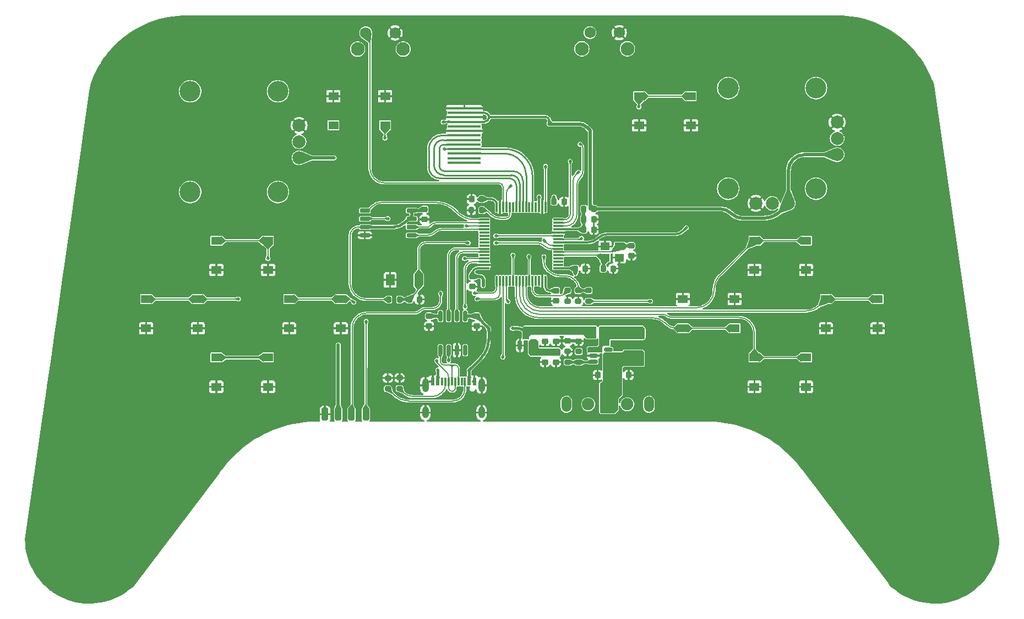
<source format=gbr>
%TF.GenerationSoftware,KiCad,Pcbnew,7.0.5*%
%TF.CreationDate,2023-11-02T21:43:45+08:00*%
%TF.ProjectId,___,65a7682e-6b69-4636-9164-5f7063625858,rev?*%
%TF.SameCoordinates,Original*%
%TF.FileFunction,Copper,L1,Top*%
%TF.FilePolarity,Positive*%
%FSLAX46Y46*%
G04 Gerber Fmt 4.6, Leading zero omitted, Abs format (unit mm)*
G04 Created by KiCad (PCBNEW 7.0.5) date 2023-11-02 21:43:45*
%MOMM*%
%LPD*%
G01*
G04 APERTURE LIST*
G04 Aperture macros list*
%AMRoundRect*
0 Rectangle with rounded corners*
0 $1 Rounding radius*
0 $2 $3 $4 $5 $6 $7 $8 $9 X,Y pos of 4 corners*
0 Add a 4 corners polygon primitive as box body*
4,1,4,$2,$3,$4,$5,$6,$7,$8,$9,$2,$3,0*
0 Add four circle primitives for the rounded corners*
1,1,$1+$1,$2,$3*
1,1,$1+$1,$4,$5*
1,1,$1+$1,$6,$7*
1,1,$1+$1,$8,$9*
0 Add four rect primitives between the rounded corners*
20,1,$1+$1,$2,$3,$4,$5,0*
20,1,$1+$1,$4,$5,$6,$7,0*
20,1,$1+$1,$6,$7,$8,$9,0*
20,1,$1+$1,$8,$9,$2,$3,0*%
G04 Aperture macros list end*
%TA.AperFunction,SMDPad,CuDef*%
%ADD10RoundRect,0.225000X-0.250000X0.225000X-0.250000X-0.225000X0.250000X-0.225000X0.250000X0.225000X0*%
%TD*%
%TA.AperFunction,SMDPad,CuDef*%
%ADD11RoundRect,0.150000X-0.650000X-0.150000X0.650000X-0.150000X0.650000X0.150000X-0.650000X0.150000X0*%
%TD*%
%TA.AperFunction,SMDPad,CuDef*%
%ADD12RoundRect,0.075000X0.700000X0.075000X-0.700000X0.075000X-0.700000X-0.075000X0.700000X-0.075000X0*%
%TD*%
%TA.AperFunction,SMDPad,CuDef*%
%ADD13RoundRect,0.075000X0.075000X0.700000X-0.075000X0.700000X-0.075000X-0.700000X0.075000X-0.700000X0*%
%TD*%
%TA.AperFunction,SMDPad,CuDef*%
%ADD14RoundRect,0.150000X-0.512500X-0.150000X0.512500X-0.150000X0.512500X0.150000X-0.512500X0.150000X0*%
%TD*%
%TA.AperFunction,SMDPad,CuDef*%
%ADD15RoundRect,0.225000X0.225000X0.250000X-0.225000X0.250000X-0.225000X-0.250000X0.225000X-0.250000X0*%
%TD*%
%TA.AperFunction,SMDPad,CuDef*%
%ADD16RoundRect,0.250000X0.250000X0.750000X-0.250000X0.750000X-0.250000X-0.750000X0.250000X-0.750000X0*%
%TD*%
%TA.AperFunction,SMDPad,CuDef*%
%ADD17R,1.400000X1.200000*%
%TD*%
%TA.AperFunction,SMDPad,CuDef*%
%ADD18R,1.550000X1.300000*%
%TD*%
%TA.AperFunction,ComponentPad*%
%ADD19C,1.900000*%
%TD*%
%TA.AperFunction,ComponentPad*%
%ADD20O,1.500000X2.400000*%
%TD*%
%TA.AperFunction,SMDPad,CuDef*%
%ADD21RoundRect,0.200000X0.275000X-0.200000X0.275000X0.200000X-0.275000X0.200000X-0.275000X-0.200000X0*%
%TD*%
%TA.AperFunction,SMDPad,CuDef*%
%ADD22R,2.500000X1.500000*%
%TD*%
%TA.AperFunction,ComponentPad*%
%ADD23O,1.000000X1.800000*%
%TD*%
%TA.AperFunction,ComponentPad*%
%ADD24O,1.000000X2.100000*%
%TD*%
%TA.AperFunction,SMDPad,CuDef*%
%ADD25R,0.600000X1.240000*%
%TD*%
%TA.AperFunction,SMDPad,CuDef*%
%ADD26R,0.300000X1.240000*%
%TD*%
%TA.AperFunction,SMDPad,CuDef*%
%ADD27RoundRect,0.200000X-0.275000X0.200000X-0.275000X-0.200000X0.275000X-0.200000X0.275000X0.200000X0*%
%TD*%
%TA.AperFunction,SMDPad,CuDef*%
%ADD28RoundRect,0.225000X-0.225000X-0.375000X0.225000X-0.375000X0.225000X0.375000X-0.225000X0.375000X0*%
%TD*%
%TA.AperFunction,SMDPad,CuDef*%
%ADD29RoundRect,0.150000X0.150000X-0.675000X0.150000X0.675000X-0.150000X0.675000X-0.150000X-0.675000X0*%
%TD*%
%TA.AperFunction,SMDPad,CuDef*%
%ADD30RoundRect,0.225000X0.250000X-0.225000X0.250000X0.225000X-0.250000X0.225000X-0.250000X-0.225000X0*%
%TD*%
%TA.AperFunction,SMDPad,CuDef*%
%ADD31RoundRect,0.225000X-0.225000X-0.250000X0.225000X-0.250000X0.225000X0.250000X-0.225000X0.250000X0*%
%TD*%
%TA.AperFunction,SMDPad,CuDef*%
%ADD32R,1.350000X1.800000*%
%TD*%
%TA.AperFunction,ComponentPad*%
%ADD33C,1.750000*%
%TD*%
%TA.AperFunction,ComponentPad*%
%ADD34C,2.100000*%
%TD*%
%TA.AperFunction,SMDPad,CuDef*%
%ADD35RoundRect,0.200000X0.200000X0.275000X-0.200000X0.275000X-0.200000X-0.275000X0.200000X-0.275000X0*%
%TD*%
%TA.AperFunction,SMDPad,CuDef*%
%ADD36RoundRect,0.218750X0.218750X0.256250X-0.218750X0.256250X-0.218750X-0.256250X0.218750X-0.256250X0*%
%TD*%
%TA.AperFunction,SMDPad,CuDef*%
%ADD37RoundRect,0.150000X0.150000X-0.587500X0.150000X0.587500X-0.150000X0.587500X-0.150000X-0.587500X0*%
%TD*%
%TA.AperFunction,SMDPad,CuDef*%
%ADD38R,5.055000X0.350000*%
%TD*%
%TA.AperFunction,ComponentPad*%
%ADD39C,2.000000*%
%TD*%
%TA.AperFunction,ComponentPad*%
%ADD40C,3.200000*%
%TD*%
%TA.AperFunction,SMDPad,CuDef*%
%ADD41RoundRect,0.200000X-0.200000X-0.275000X0.200000X-0.275000X0.200000X0.275000X-0.200000X0.275000X0*%
%TD*%
%TA.AperFunction,ViaPad*%
%ADD42C,0.500000*%
%TD*%
%TA.AperFunction,Conductor*%
%ADD43C,0.200000*%
%TD*%
%TA.AperFunction,Conductor*%
%ADD44C,0.300000*%
%TD*%
%TA.AperFunction,Conductor*%
%ADD45C,0.250000*%
%TD*%
%TA.AperFunction,Conductor*%
%ADD46C,0.400000*%
%TD*%
%TA.AperFunction,Conductor*%
%ADD47C,0.500000*%
%TD*%
%TA.AperFunction,Conductor*%
%ADD48C,0.350000*%
%TD*%
G04 APERTURE END LIST*
D10*
%TO.P,C4,1*%
%TO.N,+3.3V*%
X156800000Y-106725000D03*
%TO.P,C4,2*%
%TO.N,GND*%
X156800000Y-108275000D03*
%TD*%
D11*
%TO.P,U6,1,~{CS}*%
%TO.N,/CS2*%
X127350000Y-94345000D03*
%TO.P,U6,2,DO(IO1)*%
%TO.N,/SPI2_MISO*%
X127350000Y-95615000D03*
%TO.P,U6,3,IO2*%
%TO.N,+3.3V*%
X127350000Y-96885000D03*
%TO.P,U6,4,GND*%
%TO.N,GND*%
X127350000Y-98155000D03*
%TO.P,U6,5,DI(IO0)*%
%TO.N,/SPI2_MOSI*%
X134550000Y-98155000D03*
%TO.P,U6,6,CLK*%
%TO.N,/SPI2_SCL*%
X134550000Y-96885000D03*
%TO.P,U6,7,IO3*%
%TO.N,+3.3V*%
X134550000Y-95615000D03*
%TO.P,U6,8,VCC*%
X134550000Y-94345000D03*
%TD*%
D12*
%TO.P,U3,1,VBAT*%
%TO.N,+3.3V*%
X157075000Y-103250000D03*
%TO.P,U3,2,PC13*%
%TO.N,unconnected-(U3-PC13-Pad2)*%
X157075000Y-102750000D03*
%TO.P,U3,3,PC14*%
%TO.N,unconnected-(U3-PC14-Pad3)*%
X157075000Y-102250000D03*
%TO.P,U3,4,PC15*%
%TO.N,unconnected-(U3-PC15-Pad4)*%
X157075000Y-101750000D03*
%TO.P,U3,5,PD0*%
%TO.N,/OSC_IN*%
X157075000Y-101250000D03*
%TO.P,U3,6,PD1*%
%TO.N,/OSC_OUT*%
X157075000Y-100750000D03*
%TO.P,U3,7,NRST*%
%TO.N,/RST*%
X157075000Y-100250000D03*
%TO.P,U3,8,PC0*%
%TO.N,/AD_BATT*%
X157075000Y-99750000D03*
%TO.P,U3,9,PC1*%
%TO.N,/AD1*%
X157075000Y-99250000D03*
%TO.P,U3,10,PC2*%
%TO.N,/AD2*%
X157075000Y-98750000D03*
%TO.P,U3,11,PC3*%
%TO.N,/AD3*%
X157075000Y-98250000D03*
%TO.P,U3,12,VSSA*%
%TO.N,GND*%
X157075000Y-97750000D03*
%TO.P,U3,13,VDDA*%
%TO.N,+3.3VA*%
X157075000Y-97250000D03*
%TO.P,U3,14,PA0*%
%TO.N,/2.4G_RST*%
X157075000Y-96750000D03*
%TO.P,U3,15,PA1*%
%TO.N,/CE*%
X157075000Y-96250000D03*
%TO.P,U3,16,PA2*%
%TO.N,/USART2_TX*%
X157075000Y-95750000D03*
D13*
%TO.P,U3,17,PA3*%
%TO.N,/USART2_RX*%
X155150000Y-93825000D03*
%TO.P,U3,18,VSS*%
%TO.N,GND*%
X154650000Y-93825000D03*
%TO.P,U3,19,VDD*%
%TO.N,+3.3V*%
X154150000Y-93825000D03*
%TO.P,U3,20,PA4*%
%TO.N,unconnected-(U3-PA4-Pad20)*%
X153650000Y-93825000D03*
%TO.P,U3,21,PA5*%
%TO.N,/SPI1_SCL*%
X153150000Y-93825000D03*
%TO.P,U3,22,PA6*%
%TO.N,unconnected-(U3-PA6-Pad22)*%
X152650000Y-93825000D03*
%TO.P,U3,23,PA7*%
%TO.N,/SPI1_SDA*%
X152150000Y-93825000D03*
%TO.P,U3,24,PC4*%
%TO.N,/RS*%
X151650000Y-93825000D03*
%TO.P,U3,25,PC5*%
%TO.N,/RES*%
X151150000Y-93825000D03*
%TO.P,U3,26,PB0*%
%TO.N,/CS1*%
X150650000Y-93825000D03*
%TO.P,U3,27,PB1*%
%TO.N,unconnected-(U3-PB1-Pad27)*%
X150150000Y-93825000D03*
%TO.P,U3,28,PB2*%
%TO.N,/BOOT1*%
X149650000Y-93825000D03*
%TO.P,U3,29,PB10*%
%TO.N,/S12*%
X149150000Y-93825000D03*
%TO.P,U3,30,PB11*%
%TO.N,/S11*%
X148650000Y-93825000D03*
%TO.P,U3,31,VSS*%
%TO.N,GND*%
X148150000Y-93825000D03*
%TO.P,U3,32,VDD*%
%TO.N,+3.3V*%
X147650000Y-93825000D03*
D12*
%TO.P,U3,33,PB12*%
%TO.N,/CS2*%
X145725000Y-95750000D03*
%TO.P,U3,34,PB13*%
%TO.N,/SPI2_SCL*%
X145725000Y-96250000D03*
%TO.P,U3,35,PB14*%
%TO.N,/SPI2_MISO*%
X145725000Y-96750000D03*
%TO.P,U3,36,PB15*%
%TO.N,/SPI2_MOSI*%
X145725000Y-97250000D03*
%TO.P,U3,37,PC6*%
%TO.N,unconnected-(U3-PC6-Pad37)*%
X145725000Y-97750000D03*
%TO.P,U3,38,PC7*%
%TO.N,unconnected-(U3-PC7-Pad38)*%
X145725000Y-98250000D03*
%TO.P,U3,39,PC8*%
%TO.N,unconnected-(U3-PC8-Pad39)*%
X145725000Y-98750000D03*
%TO.P,U3,40,PC9*%
%TO.N,unconnected-(U3-PC9-Pad40)*%
X145725000Y-99250000D03*
%TO.P,U3,41,PA8*%
%TO.N,unconnected-(U3-PA8-Pad41)*%
X145725000Y-99750000D03*
%TO.P,U3,42,PA9*%
%TO.N,/USART1_TX*%
X145725000Y-100250000D03*
%TO.P,U3,43,PA10*%
%TO.N,/USART1_RX*%
X145725000Y-100750000D03*
%TO.P,U3,44,PA11*%
%TO.N,unconnected-(U3-PA11-Pad44)*%
X145725000Y-101250000D03*
%TO.P,U3,45,PA12*%
%TO.N,/S1*%
X145725000Y-101750000D03*
%TO.P,U3,46,PA13*%
%TO.N,/SWDIO*%
X145725000Y-102250000D03*
%TO.P,U3,47,VSS*%
%TO.N,GND*%
X145725000Y-102750000D03*
%TO.P,U3,48,VDD*%
%TO.N,+3.3V*%
X145725000Y-103250000D03*
D13*
%TO.P,U3,49,PA14*%
%TO.N,/SWCLK*%
X147650000Y-105175000D03*
%TO.P,U3,50,PA15*%
%TO.N,/S2*%
X148150000Y-105175000D03*
%TO.P,U3,51,PC10*%
%TO.N,/S4*%
X148650000Y-105175000D03*
%TO.P,U3,52,PC11*%
%TO.N,/S3*%
X149150000Y-105175000D03*
%TO.P,U3,53,PC12*%
%TO.N,unconnected-(U3-PC12-Pad53)*%
X149650000Y-105175000D03*
%TO.P,U3,54,PD2*%
%TO.N,/S10*%
X150150000Y-105175000D03*
%TO.P,U3,55,PB3*%
%TO.N,/S7*%
X150650000Y-105175000D03*
%TO.P,U3,56,PB4*%
%TO.N,/S6*%
X151150000Y-105175000D03*
%TO.P,U3,57,PB5*%
%TO.N,/S8*%
X151650000Y-105175000D03*
%TO.P,U3,58,PB6*%
%TO.N,/S5*%
X152150000Y-105175000D03*
%TO.P,U3,59,PB7*%
%TO.N,/S9*%
X152650000Y-105175000D03*
%TO.P,U3,60,BOOT0*%
%TO.N,/BOOT0*%
X153150000Y-105175000D03*
%TO.P,U3,61,PB8*%
%TO.N,unconnected-(U3-PB8-Pad61)*%
X153650000Y-105175000D03*
%TO.P,U3,62,PB9*%
%TO.N,unconnected-(U3-PB9-Pad62)*%
X154150000Y-105175000D03*
%TO.P,U3,63,VSS*%
%TO.N,GND*%
X154650000Y-105175000D03*
%TO.P,U3,64,VDD*%
%TO.N,+3.3V*%
X155150000Y-105175000D03*
%TD*%
D14*
%TO.P,U1,1,SW*%
%TO.N,/SW*%
X162500000Y-115750000D03*
%TO.P,U1,2,GND*%
%TO.N,GND*%
X162500000Y-116700000D03*
%TO.P,U1,3,FB*%
%TO.N,/FB*%
X162500000Y-117650000D03*
%TO.P,U1,4,EN*%
%TO.N,+BATT*%
X164775000Y-117650000D03*
%TO.P,U1,5,IN*%
X164775000Y-116700000D03*
%TO.P,U1,6,NC*%
%TO.N,unconnected-(U1-NC-Pad6)*%
X164775000Y-115750000D03*
%TD*%
D15*
%TO.P,C1,1*%
%TO.N,+3.3V*%
X145325000Y-92600000D03*
%TO.P,C1,2*%
%TO.N,GND*%
X143775000Y-92600000D03*
%TD*%
D16*
%TO.P,J3,1,Pin_1*%
%TO.N,/SWDIO*%
X127518334Y-125725000D03*
%TD*%
D17*
%TO.P,Y1,1,1*%
%TO.N,/OSC_OUT*%
X166500000Y-99900000D03*
%TO.P,Y1,2,2*%
%TO.N,GND*%
X164300000Y-99900000D03*
%TO.P,Y1,3,3*%
%TO.N,/OSC_IN*%
X164300000Y-101600000D03*
%TO.P,Y1,4,4*%
%TO.N,GND*%
X166500000Y-101600000D03*
%TD*%
D18*
%TO.P,SW11,1,1*%
%TO.N,/S9*%
X169550000Y-76750000D03*
X177500000Y-76750000D03*
%TO.P,SW11,2,2*%
%TO.N,GND*%
X169550000Y-81250000D03*
X177500000Y-81250000D03*
%TD*%
D19*
%TO.P,SW1,1,1*%
%TO.N,+VDC*%
X161700000Y-124200000D03*
%TO.P,SW1,2,2*%
%TO.N,+BATT*%
X164700000Y-124200000D03*
%TO.P,SW1,3,3*%
%TO.N,unconnected-(SW1-Pad3)*%
X167700000Y-124200000D03*
D20*
%TO.P,SW1,4,4*%
%TO.N,unconnected-(SW1-Pad4)*%
X171050000Y-124200000D03*
%TO.P,SW1,5,5*%
%TO.N,unconnected-(SW1-Pad5)*%
X158350000Y-124200000D03*
%TD*%
D21*
%TO.P,R4,1*%
%TO.N,+BATT*%
X161775000Y-108325000D03*
%TO.P,R4,2*%
%TO.N,/AD_BATT*%
X161775000Y-106675000D03*
%TD*%
D15*
%TO.P,C17,1*%
%TO.N,GND*%
X165575000Y-103300000D03*
%TO.P,C17,2*%
%TO.N,/OSC_IN*%
X164025000Y-103300000D03*
%TD*%
D22*
%TO.P,L1,1,1*%
%TO.N,/SW*%
X168737500Y-113150000D03*
%TO.P,L1,2,2*%
%TO.N,+BATT*%
X168737500Y-116850000D03*
%TD*%
D10*
%TO.P,C9,1*%
%TO.N,+5V*%
X155050000Y-112925000D03*
%TO.P,C9,2*%
%TO.N,GND*%
X155050000Y-114475000D03*
%TD*%
D23*
%TO.P,J7,S1,SHIELD*%
%TO.N,GND*%
X145320000Y-125475000D03*
D24*
X145320000Y-121275000D03*
D23*
X136680000Y-125475000D03*
D24*
X136680000Y-121275000D03*
D25*
%TO.P,J7,B12,GND*%
X137800000Y-120675000D03*
%TO.P,J7,B9,VBUS*%
%TO.N,+5V*%
X138600000Y-120675000D03*
D26*
%TO.P,J7,B8,SBU2*%
%TO.N,unconnected-(J7-SBU2-PadB8)*%
X139250000Y-120675000D03*
%TO.P,J7,B7,D-*%
%TO.N,/D-*%
X140250000Y-120675000D03*
%TO.P,J7,B6,D+*%
%TO.N,/D+*%
X141750000Y-120675000D03*
%TO.P,J7,B5,CC2*%
%TO.N,Net-(J7-CC2)*%
X142750000Y-120675000D03*
D25*
%TO.P,J7,B4,VBUS*%
%TO.N,+5V*%
X143400000Y-120675000D03*
%TO.P,J7,B1,GND*%
%TO.N,GND*%
X144200000Y-120675000D03*
%TO.P,J7,A12,GND*%
X144200000Y-120675000D03*
%TO.P,J7,A9,VBUS*%
%TO.N,+5V*%
X143400000Y-120675000D03*
D26*
%TO.P,J7,A8,SBU1*%
%TO.N,unconnected-(J7-SBU1-PadA8)*%
X142250000Y-120675000D03*
%TO.P,J7,A7,D-*%
%TO.N,/D-*%
X141250000Y-120675000D03*
%TO.P,J7,A6,D+*%
%TO.N,/D+*%
X140750000Y-120675000D03*
%TO.P,J7,A5,CC1*%
%TO.N,Net-(J7-CC1)*%
X139750000Y-120675000D03*
D25*
%TO.P,J7,A4,VBUS*%
%TO.N,+5V*%
X138600000Y-120675000D03*
%TO.P,J7,A1,GND*%
%TO.N,GND*%
X137800000Y-120675000D03*
%TD*%
D10*
%TO.P,C13,1*%
%TO.N,+5V*%
X160237500Y-112925000D03*
%TO.P,C13,2*%
%TO.N,GND*%
X160237500Y-114475000D03*
%TD*%
D27*
%TO.P,R6,1*%
%TO.N,/BOOT0*%
X158500000Y-106675000D03*
%TO.P,R6,2*%
%TO.N,GND*%
X158500000Y-108325000D03*
%TD*%
D28*
%TO.P,D1,1,K*%
%TO.N,+5V*%
X162087500Y-113300000D03*
%TO.P,D1,2,A*%
%TO.N,/SW*%
X165387500Y-113300000D03*
%TD*%
D18*
%TO.P,SW10,1,1*%
%TO.N,/S8*%
X198275000Y-108000000D03*
X206225000Y-108000000D03*
%TO.P,SW10,2,2*%
%TO.N,GND*%
X198275000Y-112500000D03*
X206225000Y-112500000D03*
%TD*%
D29*
%TO.P,U7,1,D+*%
%TO.N,/D+*%
X138962500Y-115875000D03*
%TO.P,U7,2,D-*%
%TO.N,/D-*%
X140232500Y-115875000D03*
%TO.P,U7,3,GND*%
%TO.N,GND*%
X141502500Y-115875000D03*
%TO.P,U7,4,RTS#*%
%TO.N,unconnected-(U7-RTS#-Pad4)*%
X142772500Y-115875000D03*
%TO.P,U7,5,VCC*%
%TO.N,+5V*%
X142772500Y-110625000D03*
%TO.P,U7,6,TXD*%
%TO.N,/USART1_RX*%
X141502500Y-110625000D03*
%TO.P,U7,7,RXD*%
%TO.N,/USART1_TX*%
X140232500Y-110625000D03*
%TO.P,U7,8,V3*%
%TO.N,Net-(U7-V3)*%
X138962500Y-110625000D03*
%TD*%
D30*
%TO.P,C21,1*%
%TO.N,GND*%
X137225000Y-112175000D03*
%TO.P,C21,2*%
%TO.N,Net-(U7-V3)*%
X137225000Y-110625000D03*
%TD*%
D31*
%TO.P,C10,1*%
%TO.N,+3.3VA*%
X161025000Y-97300000D03*
%TO.P,C10,2*%
%TO.N,GND*%
X162575000Y-97300000D03*
%TD*%
D18*
%TO.P,SW3,1,1*%
%TO.N,/S1*%
X104525000Y-99000000D03*
X112475000Y-99000000D03*
%TO.P,SW3,2,2*%
%TO.N,GND*%
X104525000Y-103500000D03*
X112475000Y-103500000D03*
%TD*%
D32*
%TO.P,RESET,1,1*%
%TO.N,/RST*%
X135650000Y-105050000D03*
%TO.P,RESET,2,2*%
%TO.N,GND*%
X131250000Y-105050000D03*
%TD*%
D33*
%TO.P,SW13,2,2*%
%TO.N,GND*%
X132000000Y-67000000D03*
%TO.P,SW13,1,1*%
%TO.N,/S11*%
X127500000Y-67000000D03*
D34*
%TO.P,SW13,*%
%TO.N,*%
X133260000Y-69490000D03*
X126250000Y-69490000D03*
%TD*%
D21*
%TO.P,R10,1*%
%TO.N,Net-(J7-CC2)*%
X130900000Y-121800000D03*
%TO.P,R10,2*%
%TO.N,GND*%
X130900000Y-120150000D03*
%TD*%
D15*
%TO.P,C6,1*%
%TO.N,+BATT*%
X164712500Y-119700000D03*
%TO.P,C6,2*%
%TO.N,GND*%
X163162500Y-119700000D03*
%TD*%
D35*
%TO.P,R8,1*%
%TO.N,/BOOT1*%
X145375000Y-94300000D03*
%TO.P,R8,2*%
%TO.N,GND*%
X143725000Y-94300000D03*
%TD*%
D36*
%TO.P,L2,1,1*%
%TO.N,+3.3V*%
X162587500Y-94100000D03*
%TO.P,L2,2,2*%
%TO.N,+3.3VA*%
X161012500Y-94100000D03*
%TD*%
D16*
%TO.P,J5,1,Pin_1*%
%TO.N,+3.3V*%
X123261667Y-125725000D03*
%TD*%
D21*
%TO.P,R9,1*%
%TO.N,Net-(J7-CC1)*%
X132700000Y-121775000D03*
%TO.P,R9,2*%
%TO.N,GND*%
X132700000Y-120125000D03*
%TD*%
D10*
%TO.P,C19,1*%
%TO.N,+3.3V*%
X136550000Y-94175000D03*
%TO.P,C19,2*%
%TO.N,GND*%
X136550000Y-95725000D03*
%TD*%
D18*
%TO.P,SW9,1,1*%
%TO.N,/S7*%
X184225000Y-112500000D03*
X176275000Y-112500000D03*
%TO.P,SW9,2,2*%
%TO.N,GND*%
X184225000Y-108000000D03*
X176275000Y-108000000D03*
%TD*%
D10*
%TO.P,C8,1*%
%TO.N,+5V*%
X156750000Y-112925000D03*
%TO.P,C8,2*%
%TO.N,GND*%
X156750000Y-114475000D03*
%TD*%
D27*
%TO.P,R1,1*%
%TO.N,+5V*%
X160250000Y-116075000D03*
%TO.P,R1,2*%
%TO.N,/FB*%
X160250000Y-117725000D03*
%TD*%
D18*
%TO.P,SW6,1,1*%
%TO.N,/S4*%
X104525000Y-117000000D03*
X112475000Y-117000000D03*
%TO.P,SW6,2,2*%
%TO.N,GND*%
X104525000Y-121500000D03*
X112475000Y-121500000D03*
%TD*%
D31*
%TO.P,C12,1*%
%TO.N,/RST*%
X134225000Y-108050000D03*
%TO.P,C12,2*%
%TO.N,GND*%
X135775000Y-108050000D03*
%TD*%
D10*
%TO.P,C16,1*%
%TO.N,+3.3V*%
X156750000Y-116150000D03*
%TO.P,C16,2*%
%TO.N,GND*%
X156750000Y-117700000D03*
%TD*%
%TO.P,C22,1*%
%TO.N,+5V*%
X144550000Y-110625000D03*
%TO.P,C22,2*%
%TO.N,GND*%
X144550000Y-112175000D03*
%TD*%
D30*
%TO.P,C18,1*%
%TO.N,GND*%
X168350000Y-101325000D03*
%TO.P,C18,2*%
%TO.N,/OSC_OUT*%
X168350000Y-99775000D03*
%TD*%
D37*
%TO.P,U4,1,GND*%
%TO.N,GND*%
X151200000Y-115137500D03*
%TO.P,U4,2,OUT*%
%TO.N,+3.3V*%
X153100000Y-115137500D03*
%TO.P,U4,3,VIN*%
%TO.N,+5V*%
X152150000Y-113262500D03*
%TD*%
D31*
%TO.P,C7,1*%
%TO.N,+BATT*%
X166387500Y-119700000D03*
%TO.P,C7,2*%
%TO.N,GND*%
X167937500Y-119700000D03*
%TD*%
D33*
%TO.P,SW14,2,2*%
%TO.N,GND*%
X166475000Y-66962500D03*
%TO.P,SW14,1,1*%
%TO.N,/S12*%
X161975000Y-66962500D03*
D34*
%TO.P,SW14,*%
%TO.N,*%
X167735000Y-69452500D03*
X160725000Y-69452500D03*
%TD*%
D18*
%TO.P,SW7,1,1*%
%TO.N,/S5*%
X187275000Y-99000000D03*
X195225000Y-99000000D03*
%TO.P,SW7,2,2*%
%TO.N,GND*%
X187275000Y-103500000D03*
X195225000Y-103500000D03*
%TD*%
D31*
%TO.P,C5,1*%
%TO.N,+3.3V*%
X156450000Y-93000000D03*
%TO.P,C5,2*%
%TO.N,GND*%
X158000000Y-93000000D03*
%TD*%
D38*
%TO.P,U2,1,NC*%
%TO.N,unconnected-(U2-NC-Pad1)*%
X142655000Y-86990000D03*
%TO.P,U2,2,NC*%
%TO.N,unconnected-(U2-NC-Pad2)*%
X142655000Y-86290000D03*
%TO.P,U2,3,SDA*%
%TO.N,/SPI1_SDA*%
X142655000Y-85590000D03*
%TO.P,U2,4,SCL*%
%TO.N,/SPI1_SCL*%
X142655000Y-84890000D03*
%TO.P,U2,5,RS*%
%TO.N,/RS*%
X142655000Y-84190000D03*
%TO.P,U2,6,RES*%
%TO.N,/RES*%
X142655000Y-83490000D03*
%TO.P,U2,7,CS*%
%TO.N,/CS1*%
X142655000Y-82790000D03*
%TO.P,U2,8,GND*%
%TO.N,GND*%
X142655000Y-82090000D03*
%TO.P,U2,9,NC*%
%TO.N,unconnected-(U2-NC-Pad9)*%
X142655000Y-81390000D03*
%TO.P,U2,10,VCC*%
%TO.N,+3.3V*%
X142655000Y-80690000D03*
%TO.P,U2,11,LEDK*%
%TO.N,GND*%
X142655000Y-79990000D03*
%TO.P,U2,12,LEDA*%
%TO.N,+3.3V*%
X142655000Y-79290000D03*
%TO.P,U2,13,GND*%
%TO.N,GND*%
X142655000Y-78590000D03*
%TD*%
D31*
%TO.P,C3,1*%
%TO.N,+3.3V*%
X159725000Y-103300000D03*
%TO.P,C3,2*%
%TO.N,GND*%
X161275000Y-103300000D03*
%TD*%
D18*
%TO.P,SW4,1,1*%
%TO.N,/S2*%
X93725000Y-108000000D03*
X101675000Y-108000000D03*
%TO.P,SW4,2,2*%
%TO.N,GND*%
X93725000Y-112500000D03*
X101675000Y-112500000D03*
%TD*%
D39*
%TO.P,U9,1,0*%
%TO.N,GND*%
X117250000Y-81250000D03*
%TO.P,U9,2,R*%
%TO.N,/AD3*%
X117250000Y-83750000D03*
%TO.P,U9,3,10k*%
%TO.N,+3.3V*%
X117250000Y-86250000D03*
D40*
%TO.P,U9,4,SHELL*%
%TO.N,unconnected-(U9-SHELL-Pad4)*%
X100500000Y-76000000D03*
X100500000Y-91500000D03*
X114000000Y-76000000D03*
X114000000Y-91500000D03*
%TD*%
D18*
%TO.P,SW5,1,1*%
%TO.N,/S3*%
X115725000Y-108000000D03*
X123675000Y-108000000D03*
%TO.P,SW5,2,2*%
%TO.N,GND*%
X115725000Y-112500000D03*
X123675000Y-112500000D03*
%TD*%
D16*
%TO.P,J4,1,Pin_1*%
%TO.N,/SWCLK*%
X125300000Y-125725000D03*
%TD*%
D10*
%TO.P,C15,1*%
%TO.N,+3.3V*%
X155050000Y-116150000D03*
%TO.P,C15,2*%
%TO.N,GND*%
X155050000Y-117700000D03*
%TD*%
%TO.P,C2,1*%
%TO.N,+3.3V*%
X143900000Y-104525000D03*
%TO.P,C2,2*%
%TO.N,GND*%
X143900000Y-106075000D03*
%TD*%
%TO.P,C14,1*%
%TO.N,+5V*%
X158537500Y-112900000D03*
%TO.P,C14,2*%
%TO.N,GND*%
X158537500Y-114450000D03*
%TD*%
D18*
%TO.P,SW12,1,1*%
%TO.N,/S10*%
X130475000Y-81250000D03*
X122525000Y-81250000D03*
%TO.P,SW12,2,2*%
%TO.N,GND*%
X130475000Y-76750000D03*
X122525000Y-76750000D03*
%TD*%
D16*
%TO.P,J6,1,Pin_1*%
%TO.N,GND*%
X121223334Y-125725000D03*
%TD*%
D41*
%TO.P,R5,1*%
%TO.N,+3.3V*%
X131050000Y-108050000D03*
%TO.P,R5,2*%
%TO.N,/RST*%
X132700000Y-108050000D03*
%TD*%
D21*
%TO.P,R3,1*%
%TO.N,/FB*%
X158537500Y-117725000D03*
%TO.P,R3,2*%
%TO.N,GND*%
X158537500Y-116075000D03*
%TD*%
D31*
%TO.P,C11,1*%
%TO.N,+3.3VA*%
X161025000Y-95700000D03*
%TO.P,C11,2*%
%TO.N,GND*%
X162575000Y-95700000D03*
%TD*%
D18*
%TO.P,SW8,1,1*%
%TO.N,/S6*%
X187275000Y-117000000D03*
X195225000Y-117000000D03*
%TO.P,SW8,2,2*%
%TO.N,GND*%
X187275000Y-121500000D03*
X195225000Y-121500000D03*
%TD*%
D39*
%TO.P,U8,1,0*%
%TO.N,GND*%
X200000000Y-80750000D03*
%TO.P,U8,2,R*%
%TO.N,/AD1*%
X200000000Y-83250000D03*
%TO.P,U8,3,10k*%
%TO.N,+3.3V*%
X200000000Y-85750000D03*
%TO.P,U8,4,0*%
%TO.N,GND*%
X187500000Y-93250000D03*
%TO.P,U8,5,R*%
%TO.N,/AD2*%
X190000000Y-93250000D03*
%TO.P,U8,6,10k*%
%TO.N,+3.3V*%
X192500000Y-93250000D03*
D40*
%TO.P,U8,7*%
%TO.N,unconnected-(U8-Pad7)*%
X183250000Y-75500000D03*
X183250000Y-91000000D03*
X196750000Y-75500000D03*
X196750000Y-91000000D03*
%TD*%
D27*
%TO.P,R7,1*%
%TO.N,/AD_BATT*%
X160175000Y-106675000D03*
%TO.P,R7,2*%
%TO.N,GND*%
X160175000Y-108325000D03*
%TD*%
D42*
%TO.N,GND*%
X184900000Y-96900000D03*
X183650000Y-97200000D03*
X182400000Y-97200000D03*
X180800000Y-97200000D03*
X179000000Y-97200000D03*
X177700000Y-97200000D03*
X176000000Y-85650000D03*
X176150000Y-84700000D03*
X176700000Y-83550000D03*
X177550000Y-82750000D03*
X178000000Y-84700000D03*
X177650000Y-85550000D03*
%TO.N,+3.3V*%
X122650000Y-86250000D03*
X155700000Y-81050000D03*
X162050000Y-94100000D03*
X153750000Y-115050000D03*
X156450000Y-92250000D03*
X144800000Y-92650000D03*
X156800000Y-106700000D03*
X139400000Y-80725000D03*
X123261667Y-115050000D03*
X136550000Y-94200000D03*
X154150000Y-92250000D03*
X159750000Y-104100000D03*
X145550000Y-105950000D03*
%TO.N,GND*%
X153825000Y-118050000D03*
X176000000Y-86600000D03*
X169800000Y-97200000D03*
X172800000Y-113000000D03*
X177600000Y-86600000D03*
X182400000Y-84200000D03*
X119600000Y-93000000D03*
X150800000Y-96000000D03*
X166000000Y-97200000D03*
X164000000Y-97200000D03*
X181000000Y-84200000D03*
X175200000Y-98800000D03*
X173400000Y-98800000D03*
X124400000Y-97600000D03*
X148400000Y-101600000D03*
X169600000Y-101400000D03*
X167000000Y-98800000D03*
X151800000Y-97000000D03*
X153200000Y-96000000D03*
X124400000Y-99000000D03*
X176000000Y-95800000D03*
X147600000Y-102600000D03*
X151000000Y-102000000D03*
X168200000Y-121400000D03*
X162800000Y-100000000D03*
X154200000Y-96000000D03*
X179000000Y-98800000D03*
X177600000Y-87600000D03*
X154800000Y-108400000D03*
X153600000Y-100000000D03*
X166000000Y-98800000D03*
X140400000Y-98800000D03*
X192200000Y-84200000D03*
X179800000Y-82400000D03*
X135600000Y-99000000D03*
X164600000Y-107800000D03*
X119000000Y-97800000D03*
X147200000Y-97400000D03*
X168200000Y-97200000D03*
X163200000Y-108800000D03*
X192200000Y-82400000D03*
X171600000Y-116200000D03*
X148400000Y-100400000D03*
X177600000Y-90800000D03*
X188000000Y-84200000D03*
X176000000Y-93200000D03*
X164600000Y-108800000D03*
X147600000Y-100400000D03*
X153200000Y-97000000D03*
X178800000Y-84200000D03*
X153800000Y-117400000D03*
X133000000Y-99000000D03*
X178800000Y-82400000D03*
X180800000Y-98800000D03*
X119600000Y-88800000D03*
X177600000Y-92000000D03*
X166200000Y-107800000D03*
X175000000Y-97200000D03*
X153850000Y-118675000D03*
X120400000Y-96800000D03*
X177400000Y-98800000D03*
X148400000Y-97400000D03*
X188000000Y-82400000D03*
X161000000Y-107400000D03*
X176000000Y-90800000D03*
X130800000Y-97600000D03*
X155400000Y-108400000D03*
X182400000Y-82400000D03*
X197400000Y-82400000D03*
X126400000Y-99000000D03*
X153600000Y-102000000D03*
X150800000Y-95200000D03*
X120400000Y-99000000D03*
X172800000Y-118000000D03*
X167800000Y-107800000D03*
X172800000Y-116200000D03*
X197400000Y-84200000D03*
X163200000Y-107800000D03*
X119600000Y-87000000D03*
X169600000Y-107800000D03*
X151800000Y-102000000D03*
X171600000Y-114600000D03*
X176000000Y-89400000D03*
X182400000Y-98800000D03*
X173400000Y-97200000D03*
X171600000Y-119400000D03*
X184800000Y-98800000D03*
X172800000Y-114600000D03*
X194000000Y-84200000D03*
X177600000Y-93200000D03*
X133000000Y-97600000D03*
X148400000Y-102600000D03*
X168200000Y-122800000D03*
X171600000Y-111600000D03*
X164400000Y-98600000D03*
X122400000Y-99000000D03*
X154200000Y-95200000D03*
X151000000Y-103600000D03*
X167000000Y-97200000D03*
X171600000Y-113000000D03*
X138600000Y-98800000D03*
X142200000Y-98800000D03*
X169600000Y-121400000D03*
X179800000Y-84200000D03*
X151800000Y-95200000D03*
X150800000Y-97000000D03*
X151000000Y-101200000D03*
X168200000Y-98800000D03*
X147600000Y-103600000D03*
X151000000Y-100200000D03*
X181000000Y-82400000D03*
X153600000Y-103000000D03*
X171800000Y-98800000D03*
X122400000Y-97600000D03*
X151800000Y-102800000D03*
X167800000Y-108800000D03*
X147200000Y-96400000D03*
X177600000Y-95800000D03*
X177600000Y-94800000D03*
X176000000Y-87800000D03*
X153200000Y-95200000D03*
X118000000Y-96600000D03*
X185800000Y-84200000D03*
X128600000Y-99000000D03*
X195600000Y-84200000D03*
X118000000Y-88800000D03*
X171800000Y-97200000D03*
X183600000Y-98800000D03*
X118000000Y-93000000D03*
X148400000Y-96400000D03*
X171600000Y-120800000D03*
X157550000Y-118825000D03*
X130800000Y-99000000D03*
X161975000Y-119775000D03*
X172800000Y-120800000D03*
X118000000Y-95000000D03*
X148400000Y-103600000D03*
X151800000Y-100200000D03*
X184000000Y-82400000D03*
X176000000Y-94800000D03*
X169600000Y-108800000D03*
X169600000Y-122800000D03*
X151800000Y-101200000D03*
X166800000Y-103400000D03*
X153600000Y-100800000D03*
X161975000Y-119100000D03*
X151800000Y-103600000D03*
X119600000Y-90800000D03*
X177600000Y-89400000D03*
X169800000Y-98800000D03*
X195800000Y-82400000D03*
X118000000Y-90800000D03*
X165000000Y-97200000D03*
X190200000Y-84200000D03*
X151800000Y-96000000D03*
X194000000Y-82400000D03*
X119600000Y-95000000D03*
X166200000Y-108800000D03*
X172800000Y-111800000D03*
X154200000Y-97000000D03*
X171600000Y-118000000D03*
X172800000Y-119400000D03*
X151000000Y-102800000D03*
X190200000Y-82400000D03*
X176000000Y-92000000D03*
X159200000Y-107400000D03*
X129000000Y-97600000D03*
X147600000Y-101600000D03*
X185800000Y-82400000D03*
X184000000Y-84200000D03*
%TO.N,+BATT*%
X166525000Y-122125000D03*
X171300000Y-108325000D03*
%TO.N,+5V*%
X138600000Y-118900000D03*
X160225000Y-116075000D03*
X143400000Y-118900000D03*
X150050000Y-112500000D03*
X146400000Y-112500000D03*
X160237500Y-112925000D03*
%TO.N,/RST*%
X147500000Y-99350000D03*
X143250000Y-99350000D03*
%TO.N,/D-*%
X138400000Y-117450000D03*
X140250000Y-117450000D03*
%TO.N,/SPI1_SCL*%
X139550000Y-84900000D03*
%TO.N,/AD_BATT*%
X154900000Y-98950000D03*
X154900000Y-101450000D03*
%TO.N,/S1*%
X142675000Y-101750000D03*
X112450000Y-101750000D03*
%TO.N,/S2*%
X144600000Y-107950000D03*
X107925000Y-107975000D03*
%TO.N,/S3*%
X125650000Y-108475000D03*
X149375000Y-108400000D03*
%TO.N,/S4*%
X112525000Y-117025000D03*
X148575000Y-116950000D03*
%TO.N,/S9*%
X152600000Y-101400000D03*
X169500000Y-78400000D03*
%TO.N,/S10*%
X130500000Y-81225000D03*
X130450000Y-83200000D03*
X150150000Y-101200000D03*
X122500000Y-81250000D03*
%TO.N,/S12*%
X149800000Y-90550000D03*
%TO.N,/AD1*%
X176800000Y-97000000D03*
%TO.N,/AD2*%
X160700000Y-98650000D03*
%TO.N,/AD3*%
X147500000Y-98250000D03*
%TO.N,/2.4G_RST*%
X160450000Y-84150000D03*
%TO.N,/CE*%
X160200000Y-88450000D03*
%TO.N,/USART2_TX*%
X158950000Y-86750000D03*
%TO.N,/USART2_RX*%
X155150000Y-87550000D03*
%TO.N,/SPI2_MISO*%
X142950000Y-96750000D03*
X130900000Y-95600000D03*
%TO.N,/SWCLK*%
X144200000Y-107100000D03*
X139025000Y-107100000D03*
%TO.N,/SWDIO*%
X142775000Y-109200000D03*
X127550000Y-111425000D03*
%TD*%
D43*
%TO.N,Net-(J7-CC1)*%
X137701471Y-122999986D02*
G75*
G03*
X139149998Y-122399998I29J2048486D01*
G01*
X133312498Y-122387502D02*
G75*
G03*
X134791205Y-123000000I1478702J1478702D01*
G01*
X139352254Y-122197749D02*
G75*
G03*
X139750000Y-121237500I-960254J960249D01*
G01*
%TO.N,Net-(J7-CC2)*%
X131849999Y-122750001D02*
G75*
G03*
X134143502Y-123700000I2293501J2293501D01*
G01*
X142200005Y-123150005D02*
G75*
G03*
X142750000Y-121822182I-1327805J1327805D01*
G01*
X140872182Y-123699992D02*
G75*
G03*
X142199999Y-123149999I18J1877792D01*
G01*
%TO.N,/SWDIO*%
X127534197Y-118568411D02*
G75*
G03*
X127550000Y-118530156I-38297J38211D01*
G01*
X143969974Y-102249990D02*
G75*
G03*
X143125000Y-102600000I26J-1195010D01*
G01*
X127534163Y-118568377D02*
G75*
G03*
X127518334Y-118606605I38237J-38223D01*
G01*
X143125007Y-102600007D02*
G75*
G03*
X142775000Y-103444974I844993J-844993D01*
G01*
%TO.N,/SWCLK*%
X127704594Y-110124998D02*
G75*
G03*
X126075000Y-110800000I6J-2304602D01*
G01*
X126075002Y-110800002D02*
G75*
G03*
X125400000Y-112429594I1629598J-1629598D01*
G01*
X135047702Y-110125001D02*
G75*
G03*
X135862500Y-109787500I-2J1152301D01*
G01*
X136677297Y-109449999D02*
G75*
G03*
X135862500Y-109787500I3J-1152301D01*
G01*
X137744669Y-109449987D02*
G75*
G03*
X138650000Y-109075000I31J1280287D01*
G01*
X146796446Y-107100019D02*
G75*
G03*
X147400000Y-106850000I-46J853619D01*
G01*
X147399986Y-106849986D02*
G75*
G03*
X147650000Y-106246446I-603586J603586D01*
G01*
X138650009Y-109075009D02*
G75*
G03*
X139025000Y-108169669I-905309J905309D01*
G01*
%TO.N,/USART1_RX*%
X141776238Y-101023738D02*
G75*
G03*
X141502500Y-101684640I660862J-660862D01*
G01*
X142437140Y-100750017D02*
G75*
G03*
X141776250Y-101023750I-40J-934583D01*
G01*
%TO.N,/USART1_TX*%
X140566252Y-100583752D02*
G75*
G03*
X140232500Y-101389493I805748J-805748D01*
G01*
X141371993Y-100249998D02*
G75*
G03*
X140566250Y-100583750I7J-1139502D01*
G01*
%TO.N,/SPI2_MOSI*%
X137005068Y-98154986D02*
G75*
G03*
X138097499Y-97702499I32J1544886D01*
G01*
X139189931Y-97250014D02*
G75*
G03*
X138097501Y-97702501I-31J-1544886D01*
G01*
%TO.N,/CS2*%
X141630500Y-94680500D02*
G75*
G03*
X144212500Y-95750000I2582000J2582000D01*
G01*
X141375010Y-94424990D02*
G75*
G03*
X138176167Y-93100000I-3198810J-3198810D01*
G01*
X129977847Y-93100020D02*
G75*
G03*
X128475000Y-93722500I-47J-2125280D01*
G01*
%TO.N,/USART2_TX*%
X158096446Y-95750019D02*
G75*
G03*
X158700000Y-95500000I-46J853619D01*
G01*
X158699986Y-95499986D02*
G75*
G03*
X158950000Y-94896446I-603586J603586D01*
G01*
%TO.N,/CE*%
X158119669Y-96249987D02*
G75*
G03*
X159025000Y-95875000I31J1280287D01*
G01*
X159025009Y-95875009D02*
G75*
G03*
X159400000Y-94969669I-905309J905309D01*
G01*
X159800004Y-88850004D02*
G75*
G03*
X159400000Y-89815685I965696J-965696D01*
G01*
%TO.N,/2.4G_RST*%
X160424986Y-89324986D02*
G75*
G03*
X160900000Y-88178248I-1146786J1146786D01*
G01*
X160899986Y-84662132D02*
G75*
G03*
X160749999Y-84300001I-512086J32D01*
G01*
X159450002Y-96250002D02*
G75*
G03*
X159950000Y-95042893I-1207102J1207102D01*
G01*
X160424985Y-89324985D02*
G75*
G03*
X159950000Y-90471751I1146715J-1146715D01*
G01*
X160653040Y-84203026D02*
G75*
G03*
X160525000Y-84150000I-128040J-128074D01*
G01*
X158242893Y-96749997D02*
G75*
G03*
X159450000Y-96250000I7J1707097D01*
G01*
%TO.N,/AD2*%
X160443933Y-98800014D02*
G75*
G03*
X160625000Y-98725000I-33J256114D01*
G01*
D44*
%TO.N,/AD1*%
X161666116Y-99250006D02*
G75*
G03*
X163174999Y-98624999I-16J2133906D01*
G01*
X175092893Y-97999997D02*
G75*
G03*
X176300000Y-97500000I7J1707097D01*
G01*
X164683883Y-97999994D02*
G75*
G03*
X163175001Y-98625001I17J-2133906D01*
G01*
D45*
%TO.N,/CS1*%
X139265599Y-82790000D02*
G75*
G03*
X137805000Y-83395000I1J-2065600D01*
G01*
X150649991Y-90509619D02*
G75*
G03*
X150324999Y-89725001I-1109591J19D01*
G01*
X137699998Y-88900002D02*
G75*
G03*
X138907106Y-89400000I1207102J1207102D01*
G01*
X137805000Y-83395000D02*
G75*
G03*
X137200000Y-84855599I1460600J-1460600D01*
G01*
X150325006Y-89724994D02*
G75*
G03*
X149540380Y-89400000I-784606J-784606D01*
G01*
X137200003Y-87692893D02*
G75*
G03*
X137700000Y-88900000I1707097J-7D01*
G01*
%TO.N,/RES*%
X137999999Y-87363603D02*
G75*
G03*
X138450000Y-88450000I1536401J3D01*
G01*
X138405013Y-83895013D02*
G75*
G03*
X138000000Y-84872756I977787J-977787D01*
G01*
X139382756Y-83489982D02*
G75*
G03*
X138405000Y-83895000I44J-1382818D01*
G01*
X150775009Y-89274991D02*
G75*
G03*
X149869669Y-88900000I-905309J-905309D01*
G01*
X138450001Y-88449999D02*
G75*
G03*
X139536396Y-88900000I1086399J1086399D01*
G01*
X151149987Y-90180330D02*
G75*
G03*
X150775000Y-89275000I-1280287J30D01*
G01*
%TO.N,/RS*%
X138800023Y-87446446D02*
G75*
G03*
X139050001Y-88049999I853477J-54D01*
G01*
X139499913Y-84190006D02*
G75*
G03*
X139005000Y-84395000I-13J-699894D01*
G01*
X151225012Y-88724988D02*
G75*
G03*
X150198959Y-88300000I-1026012J-1026012D01*
G01*
X139004996Y-84394996D02*
G75*
G03*
X138800000Y-84889913I494904J-494904D01*
G01*
X151649983Y-89751040D02*
G75*
G03*
X151225000Y-88725000I-1450983J40D01*
G01*
X139050014Y-88049986D02*
G75*
G03*
X139653553Y-88300000I603586J603586D01*
G01*
D43*
%TO.N,/SPI2_SCL*%
X137225000Y-96885000D02*
G75*
G03*
X137235000Y-96875000I0J10000D01*
G01*
X138284870Y-96249987D02*
G75*
G03*
X137542499Y-96557499I30J-1049913D01*
G01*
X137242080Y-96857937D02*
G75*
G03*
X137235000Y-96875000I17020J-17063D01*
G01*
D45*
%TO.N,/SPI1_SDA*%
X151170009Y-86569991D02*
G75*
G03*
X148804070Y-85590000I-2365909J-2365909D01*
G01*
X152149987Y-88935929D02*
G75*
G03*
X151169999Y-86570001I-3345887J29D01*
G01*
D43*
%TO.N,/S12*%
X149474994Y-90874994D02*
G75*
G03*
X149150000Y-91659619I784606J-784606D01*
G01*
%TO.N,/S11*%
X128150017Y-87880761D02*
G75*
G03*
X128800001Y-89449999I2219183J-39D01*
G01*
X148450013Y-90299987D02*
G75*
G03*
X147967157Y-90100000I-482813J-482813D01*
G01*
X128799989Y-89450011D02*
G75*
G03*
X130369238Y-90100000I1569211J1569211D01*
G01*
X148649982Y-90782842D02*
G75*
G03*
X148450000Y-90300000I-682782J42D01*
G01*
X128149991Y-68109619D02*
G75*
G03*
X127824999Y-67325001I-1109591J19D01*
G01*
%TO.N,/S9*%
X152650018Y-101485355D02*
G75*
G03*
X152625000Y-101425000I-85418J-45D01*
G01*
%TO.N,/S8*%
X151650016Y-107246662D02*
G75*
G03*
X152412500Y-109087500I2603284J-38D01*
G01*
X152412489Y-109087511D02*
G75*
G03*
X154253337Y-109850000I1840811J1840811D01*
G01*
X195116852Y-109849951D02*
G75*
G03*
X197350000Y-108925000I48J3158151D01*
G01*
%TO.N,/S7*%
X173525008Y-111674992D02*
G75*
G03*
X171533273Y-110850000I-1991708J-1991708D01*
G01*
X151675009Y-109824991D02*
G75*
G03*
X154149568Y-110850000I2474591J2474591D01*
G01*
X150649988Y-107350431D02*
G75*
G03*
X151675001Y-109824999I3499612J31D01*
G01*
X173669405Y-111819413D02*
G75*
G03*
X175312500Y-112500000I1643095J1643113D01*
G01*
%TO.N,/S6*%
X152050002Y-109449998D02*
G75*
G03*
X154222792Y-110350000I2172798J2172798D01*
G01*
X187274988Y-113232627D02*
G75*
G03*
X186562499Y-111512501I-2432588J27D01*
G01*
X151149997Y-107277207D02*
G75*
G03*
X152050000Y-109450000I3072803J7D01*
G01*
X173875001Y-110574999D02*
G75*
G03*
X174418198Y-110800000I543199J543199D01*
G01*
X186562508Y-111512492D02*
G75*
G03*
X184842372Y-110800000I-1720108J-1720108D01*
G01*
X173874999Y-110575001D02*
G75*
G03*
X173331801Y-110350000I-543199J-543199D01*
G01*
%TO.N,/S5*%
X178304487Y-109349994D02*
G75*
G03*
X180260000Y-108540000I13J2765494D01*
G01*
X181962732Y-104312287D02*
G75*
G03*
X181070000Y-106467500I2155168J-2155213D01*
G01*
X180260004Y-108540004D02*
G75*
G03*
X181070000Y-106584487I-1955504J1955504D01*
G01*
X152799989Y-108700011D02*
G75*
G03*
X154369238Y-109350000I1569211J1569211D01*
G01*
X152150017Y-107130761D02*
G75*
G03*
X152800001Y-108699999I2219183J-39D01*
G01*
%TO.N,/S4*%
X148612510Y-116912510D02*
G75*
G03*
X148650000Y-116821966I-90510J90510D01*
G01*
%TO.N,/S3*%
X125412493Y-108237507D02*
G75*
G03*
X124839124Y-108000000I-573393J-573393D01*
G01*
X149150000Y-108015900D02*
G75*
G03*
X149262500Y-108287500I384100J0D01*
G01*
%TO.N,/S2*%
X147339124Y-107950010D02*
G75*
G03*
X147912500Y-107712500I-24J810910D01*
G01*
X147912493Y-107712493D02*
G75*
G03*
X148150000Y-107139124I-573393J573393D01*
G01*
X107882322Y-108000009D02*
G75*
G03*
X107912500Y-107987500I-22J42709D01*
G01*
%TO.N,/S1*%
X112462493Y-101737493D02*
G75*
G03*
X112475000Y-101707322I-30193J30193D01*
G01*
%TO.N,/BOOT1*%
X146725005Y-94924995D02*
G75*
G03*
X148233883Y-95550000I1508895J1508895D01*
G01*
X149052512Y-95550005D02*
G75*
G03*
X149475000Y-95375000I-12J597505D01*
G01*
X146356315Y-94556337D02*
G75*
G03*
X145737500Y-94300000I-618815J-618763D01*
G01*
X149474996Y-95374996D02*
G75*
G03*
X149650000Y-94952512I-422496J422496D01*
G01*
%TO.N,/BOOT0*%
X157219669Y-107499987D02*
G75*
G03*
X158125000Y-107125000I31J1280287D01*
G01*
X153437504Y-107212496D02*
G75*
G03*
X154131586Y-107500000I694096J694096D01*
G01*
X153149995Y-106518413D02*
G75*
G03*
X153437500Y-107212500I981605J13D01*
G01*
%TO.N,/AD_BATT*%
X155612492Y-103687508D02*
G75*
G03*
X157332627Y-104400000I1720108J1720108D01*
G01*
X159587515Y-104987485D02*
G75*
G03*
X158169149Y-104400000I-1418315J-1418315D01*
G01*
X154899989Y-102212500D02*
G75*
G03*
X155439168Y-103514168I1840811J0D01*
G01*
X155300004Y-99349996D02*
G75*
G03*
X156265685Y-99750000I965696J965696D01*
G01*
X160175005Y-106125000D02*
G75*
G03*
X159786091Y-105186091I-1327805J0D01*
G01*
D45*
%TO.N,/SPI1_SCL*%
X153150007Y-89089482D02*
G75*
G03*
X151920000Y-86120000I-4199507J-18D01*
G01*
X151919995Y-86120005D02*
G75*
G03*
X148950517Y-84890000I-2969495J-2969495D01*
G01*
D43*
X139567071Y-84889989D02*
G75*
G03*
X139555001Y-84895001I29J-17111D01*
G01*
%TO.N,/D-*%
X140823223Y-122200009D02*
G75*
G03*
X141125000Y-122075000I-23J426809D01*
G01*
X138400033Y-117576274D02*
G75*
G03*
X138489289Y-117791837I304867J-26D01*
G01*
X141124993Y-122074993D02*
G75*
G03*
X141250000Y-121773223I-301793J301793D01*
G01*
X140250014Y-121687867D02*
G75*
G03*
X140400001Y-122049999I512086J-33D01*
G01*
X140250024Y-120113774D02*
G75*
G03*
X139853153Y-119155701I-1354924J-26D01*
G01*
X140399991Y-122050009D02*
G75*
G03*
X140762132Y-122200000I362109J362109D01*
G01*
%TO.N,/D+*%
X140556059Y-118256073D02*
G75*
G03*
X140300000Y-118150000I-256059J-256027D01*
G01*
X140600000Y-118149946D02*
G75*
G03*
X140556066Y-118256066I0J-62154D01*
G01*
X141749986Y-118662132D02*
G75*
G03*
X141599999Y-118300001I-512086J32D01*
G01*
X140750000Y-118300000D02*
G75*
G03*
X140600000Y-118150000I-150000J0D01*
G01*
X140900000Y-118150000D02*
G75*
G03*
X140750000Y-118300000I0J-150000D01*
G01*
X139131236Y-117981264D02*
G75*
G03*
X139538648Y-118150000I407364J407364D01*
G01*
X140750009Y-118600000D02*
G75*
G03*
X140643933Y-118343933I-362109J0D01*
G01*
X140856073Y-118343941D02*
G75*
G03*
X140750000Y-118600000I256027J-256059D01*
G01*
X140749947Y-118300000D02*
G75*
G03*
X140856065Y-118343933I62153J0D01*
G01*
X140643972Y-118343894D02*
G75*
G03*
X140750000Y-118300000I43928J43894D01*
G01*
X138962521Y-117573851D02*
G75*
G03*
X139131251Y-117981249I576079J-49D01*
G01*
X140943895Y-118256028D02*
G75*
G03*
X140900000Y-118150000I-43895J43928D01*
G01*
X141200000Y-118149990D02*
G75*
G03*
X140943933Y-118256066I0J-362110D01*
G01*
X141591412Y-118291430D02*
G75*
G03*
X141250000Y-118150000I-341412J-341370D01*
G01*
X140300000Y-118150000D02*
X140600000Y-118150000D01*
X140600000Y-118150000D02*
X140900000Y-118150000D01*
X140900000Y-118150000D02*
X141200000Y-118150000D01*
%TO.N,/OSC_OUT*%
X165048959Y-100749983D02*
G75*
G03*
X166075000Y-100325000I41J1450983D01*
G01*
%TO.N,/RST*%
X154950001Y-99799999D02*
G75*
G03*
X156036396Y-100250000I1086399J1086399D01*
G01*
X136759619Y-99300009D02*
G75*
G03*
X135975001Y-99625001I-19J-1109591D01*
G01*
X135093155Y-107181848D02*
G75*
G03*
X135650000Y-105837500I-1344355J1344348D01*
G01*
X154949999Y-99800001D02*
G75*
G03*
X153863603Y-99350000I-1086399J-1086399D01*
G01*
X143224987Y-99325013D02*
G75*
G03*
X143164644Y-99300000I-60387J-60387D01*
G01*
X135974994Y-99624994D02*
G75*
G03*
X135650000Y-100409619I784606J-784606D01*
G01*
D46*
%TO.N,+5V*%
X146399993Y-112487500D02*
G75*
G03*
X146391161Y-112466161I-30193J0D01*
G01*
X151768741Y-112881259D02*
G75*
G03*
X150848331Y-112500000I-920441J-920441D01*
G01*
X145197926Y-117102089D02*
G75*
G03*
X146400000Y-114200000I-2902126J2902089D01*
G01*
D44*
%TO.N,+3.3V*%
X144668198Y-103250000D02*
G75*
G03*
X144125001Y-103475001I2J-768200D01*
G01*
D47*
X188573654Y-95550022D02*
G75*
G03*
X191350000Y-94400000I-54J3926422D01*
G01*
X194975304Y-85750003D02*
G75*
G03*
X193225001Y-86475001I-4J-2475297D01*
G01*
X162050033Y-93456250D02*
G75*
G03*
X162125130Y-93637630I256467J-50D01*
G01*
D48*
X146195004Y-79494996D02*
G75*
G03*
X145700086Y-79290000I-494904J-494904D01*
G01*
X146525000Y-79950000D02*
G75*
G03*
X146400000Y-80075000I0J-125000D01*
G01*
X146400000Y-79825000D02*
G75*
G03*
X146525000Y-79950000I125000J0D01*
G01*
D46*
X131866974Y-96884989D02*
G75*
G03*
X133400000Y-96250000I26J2167989D01*
G01*
D48*
X155700007Y-80612500D02*
G75*
G03*
X155708838Y-80633838I30193J0D01*
G01*
D47*
X145412487Y-104662513D02*
G75*
G03*
X145080545Y-104525000I-331987J-331987D01*
G01*
D43*
X126365000Y-96884998D02*
G75*
G03*
X125511446Y-97238553I0J-1207102D01*
G01*
D47*
X145550018Y-104994454D02*
G75*
G03*
X145412499Y-104662501I-469518J-46D01*
G01*
D48*
X155700002Y-80437500D02*
G75*
G03*
X155585094Y-80160096I-392302J0D01*
G01*
D44*
X155149986Y-106084834D02*
G75*
G03*
X155337500Y-106537500I640214J34D01*
G01*
D47*
X193224999Y-86474999D02*
G75*
G03*
X192500000Y-88225304I1750301J-1750301D01*
G01*
D43*
X125482489Y-97267489D02*
G75*
G03*
X125100000Y-98190936I923411J-923411D01*
G01*
D47*
X183725001Y-94824999D02*
G75*
G03*
X181974695Y-94100000I-1750301J-1750301D01*
G01*
D43*
X125100003Y-105574695D02*
G75*
G03*
X125825001Y-107324999I2475297J-5D01*
G01*
X125824999Y-107325001D02*
G75*
G03*
X127575304Y-108050000I1750301J1750301D01*
G01*
D47*
X162050000Y-93456250D02*
G75*
G02*
X162050000Y-93456250I0J0D01*
G01*
D48*
X155537503Y-80112497D02*
G75*
G03*
X155145190Y-79950000I-392303J-392303D01*
G01*
D44*
X147650019Y-93453553D02*
G75*
G03*
X147400000Y-92850000I-853619J-47D01*
G01*
X155337510Y-106537490D02*
G75*
G03*
X155790165Y-106725000I452690J452690D01*
G01*
D48*
X145734228Y-80690010D02*
G75*
G03*
X146204999Y-80494999I-28J665810D01*
G01*
X155700000Y-80612500D02*
G75*
G02*
X155700000Y-80612500I0J0D01*
G01*
D47*
X183724999Y-94825001D02*
G75*
G03*
X185475304Y-95550000I1750301J1750301D01*
G01*
D48*
X146399993Y-79825000D02*
G75*
G03*
X146311611Y-79611611I-301793J0D01*
G01*
D47*
X155912500Y-81050034D02*
G75*
G03*
X155974738Y-80899740I0J88034D01*
G01*
D48*
X155974743Y-80899735D02*
G75*
G03*
X156337500Y-81050000I362757J362735D01*
G01*
X146276259Y-80423746D02*
G75*
G03*
X146400000Y-80125000I-298759J298746D01*
G01*
D47*
X161474986Y-81525014D02*
G75*
G03*
X160328248Y-81050000I-1146786J-1146786D01*
G01*
D44*
X144125001Y-103475001D02*
G75*
G03*
X143900000Y-104018198I543199J-543199D01*
G01*
D43*
X139459748Y-80690021D02*
G75*
G03*
X139417501Y-80707501I-48J-59679D01*
G01*
D47*
X162049995Y-82170710D02*
G75*
G03*
X162000000Y-82050000I-170695J10D01*
G01*
D44*
X147400016Y-92849984D02*
G75*
G03*
X146796446Y-92600000I-603516J-603516D01*
G01*
D48*
X146400000Y-80075000D02*
X146400000Y-79825000D01*
D47*
X162050000Y-93456250D02*
X162050000Y-93243750D01*
X162050000Y-93243750D02*
X162050000Y-93456250D01*
X161900000Y-81950000D02*
X162000000Y-82050000D01*
D48*
X155700000Y-80612500D02*
X155700000Y-80587500D01*
X155700000Y-80587500D02*
X155700000Y-80612500D01*
D47*
X156337500Y-81050000D02*
X155912500Y-81050000D01*
D43*
X125511446Y-97238553D02*
X125482500Y-97267500D01*
X125100000Y-98190936D02*
X125100000Y-105574695D01*
X126365000Y-96885000D02*
X126865000Y-96885000D01*
X127575304Y-108050000D02*
X131050000Y-108050000D01*
D47*
X122650000Y-86250000D02*
X117250000Y-86250000D01*
X162050000Y-94100000D02*
X162587500Y-94100000D01*
X161900000Y-81950000D02*
X161475000Y-81525000D01*
X192500000Y-88225304D02*
X192500000Y-93250000D01*
X162050000Y-94100000D02*
X181974695Y-94100000D01*
X188573654Y-95550000D02*
X185475304Y-95550000D01*
D44*
X155150000Y-106084834D02*
X155150000Y-105175000D01*
X147650000Y-93453553D02*
X147650000Y-93825000D01*
D43*
X139400000Y-80725000D02*
X139417500Y-80707500D01*
D44*
X155790165Y-106725000D02*
X156800000Y-106725000D01*
D48*
X156450000Y-92250000D02*
X156450000Y-93000000D01*
X155700000Y-80437500D02*
X155700000Y-80587500D01*
D47*
X123261667Y-115050000D02*
X123261667Y-125725000D01*
D43*
X142655000Y-80690000D02*
X139459748Y-80690000D01*
D46*
X133400000Y-96250000D02*
X134035000Y-95615000D01*
D47*
X145080545Y-104525000D02*
X143900000Y-104525000D01*
D48*
X145700086Y-79290000D02*
X142655000Y-79290000D01*
D46*
X134550000Y-94345000D02*
X136330000Y-94345000D01*
D47*
X144800000Y-92650000D02*
X145275000Y-92650000D01*
D44*
X144668198Y-103250000D02*
X145725000Y-103250000D01*
D47*
X156337500Y-81050000D02*
X160328248Y-81050000D01*
D44*
X143900000Y-104525000D02*
X143900000Y-104018198D01*
D48*
X155708838Y-80633838D02*
X155974739Y-80899739D01*
D47*
X194975304Y-85750000D02*
X200000000Y-85750000D01*
X162125130Y-93637630D02*
X162587500Y-94100000D01*
D48*
X146400000Y-80075000D02*
X146400000Y-80125000D01*
D44*
X159675000Y-103250000D02*
X157075000Y-103250000D01*
D47*
X162050000Y-94100000D02*
X162050000Y-93456250D01*
D48*
X146525000Y-79950000D02*
X155145190Y-79950000D01*
D47*
X191350000Y-94400000D02*
X192500000Y-93250000D01*
X162050000Y-93243750D02*
X162050000Y-82170710D01*
D48*
X154150000Y-92250000D02*
X154150000Y-93825000D01*
D44*
X146796446Y-92600000D02*
X145325000Y-92600000D01*
D46*
X131866974Y-96885000D02*
X127350000Y-96885000D01*
D48*
X142655000Y-80690000D02*
X145734228Y-80690000D01*
D47*
X155700000Y-81050000D02*
X155912500Y-81050000D01*
X145550000Y-104994454D02*
X145550000Y-105950000D01*
X159750000Y-104100000D02*
X159750000Y-103325000D01*
D48*
X155700000Y-81050000D02*
X155700000Y-80612500D01*
X146204999Y-80494999D02*
X146276256Y-80423743D01*
X146195000Y-79495000D02*
X146311611Y-79611611D01*
X155585095Y-80160095D02*
X155537500Y-80112500D01*
D46*
X134550000Y-94345000D02*
X134550000Y-95615000D01*
D47*
%TO.N,GND*%
X158537500Y-114450000D02*
X156775000Y-114450000D01*
X158537500Y-114450000D02*
X160212500Y-114450000D01*
D43*
%TO.N,+BATT*%
X171300000Y-108325000D02*
X161775000Y-108325000D01*
D46*
%TO.N,+5V*%
X146400000Y-114200000D02*
X146400000Y-112500000D01*
X151768750Y-112881250D02*
X152150000Y-113262500D01*
X150050000Y-112500000D02*
X150848331Y-112500000D01*
X146391161Y-112466161D02*
X144550000Y-110625000D01*
X138600000Y-118900000D02*
X138600000Y-120675000D01*
X146400000Y-112487500D02*
X146400000Y-112500000D01*
D47*
X144550000Y-110625000D02*
X142772500Y-110625000D01*
D46*
X143400000Y-118900000D02*
X143400000Y-120675000D01*
X143400000Y-118900000D02*
X145197918Y-117102081D01*
D44*
%TO.N,+3.3VA*%
X157075000Y-97250000D02*
X160975000Y-97250000D01*
X161025000Y-97300000D02*
X161025000Y-95700000D01*
X161012500Y-94100000D02*
X161012500Y-95687500D01*
D43*
%TO.N,/RST*%
X135093153Y-107181846D02*
X134225000Y-108050000D01*
X153863603Y-99350000D02*
X147500000Y-99350000D01*
X143250000Y-99350000D02*
X143225000Y-99325000D01*
X135650000Y-100409619D02*
X135650000Y-105050000D01*
X135650000Y-105837500D02*
X135650000Y-105050000D01*
X156036396Y-100250000D02*
X157075000Y-100250000D01*
X136759619Y-99300000D02*
X143164644Y-99300000D01*
X134225000Y-108050000D02*
X132700000Y-108050000D01*
%TO.N,/OSC_IN*%
X164025000Y-103300000D02*
X164025000Y-101875000D01*
X163950000Y-101250000D02*
X157075000Y-101250000D01*
%TO.N,/OSC_OUT*%
X168350000Y-99775000D02*
X166625000Y-99775000D01*
X165048959Y-100750000D02*
X157075000Y-100750000D01*
X166075000Y-100325000D02*
X166500000Y-99900000D01*
D47*
%TO.N,Net-(U7-V3)*%
X138962500Y-110625000D02*
X137225000Y-110625000D01*
D43*
%TO.N,/D+*%
X140556066Y-118256066D02*
X140643933Y-118343933D01*
X140300000Y-118150000D02*
X139538648Y-118150000D01*
X140750000Y-118600000D02*
X140750000Y-120675000D01*
X141750000Y-118662132D02*
X141750000Y-120675000D01*
X140856065Y-118343933D02*
X140943933Y-118256066D01*
X141600000Y-118300000D02*
X141591421Y-118291421D01*
X138962500Y-117573851D02*
X138962500Y-115875000D01*
X141200000Y-118150000D02*
X141250000Y-118150000D01*
%TO.N,/D-*%
X138400000Y-117576274D02*
X138400000Y-117450000D01*
X140250000Y-117450000D02*
X140250000Y-115892500D01*
X138489289Y-117791837D02*
X139853153Y-119155701D01*
X140823223Y-122200000D02*
X140762132Y-122200000D01*
X141250000Y-121773223D02*
X141250000Y-120675000D01*
X140250000Y-121687867D02*
X140250000Y-120675000D01*
X140250000Y-120113774D02*
X140250000Y-120675000D01*
D44*
%TO.N,/FB*%
X160137500Y-117725000D02*
X162425000Y-117725000D01*
X160137500Y-117725000D02*
X158537500Y-117725000D01*
D43*
%TO.N,/SPI1_SCL*%
X142655000Y-84890000D02*
X139567071Y-84890000D01*
D45*
X153150000Y-89089482D02*
X153150000Y-93825000D01*
X148950517Y-84890000D02*
X142655000Y-84890000D01*
D43*
X139550000Y-84900000D02*
X139555000Y-84895000D01*
%TO.N,/AD_BATT*%
X160175000Y-106675000D02*
X161775000Y-106675000D01*
X156265685Y-99750000D02*
X157075000Y-99750000D01*
X159587500Y-104987500D02*
X159786091Y-105186091D01*
X160175000Y-106675000D02*
X160175000Y-106125000D01*
X157332627Y-104400000D02*
X158169149Y-104400000D01*
X154900000Y-101450000D02*
X154900000Y-102212500D01*
X154900000Y-98950000D02*
X155300000Y-99350000D01*
X155612500Y-103687500D02*
X155439168Y-103514168D01*
%TO.N,/BOOT0*%
X157219669Y-107500000D02*
X154131586Y-107500000D01*
X153150000Y-106518413D02*
X153150000Y-105175000D01*
X158125000Y-107125000D02*
X158500000Y-106750000D01*
%TO.N,/BOOT1*%
X148233883Y-95550000D02*
X149052512Y-95550000D01*
X145737500Y-94300000D02*
X145375000Y-94300000D01*
X149650000Y-94952512D02*
X149650000Y-93825000D01*
X146725000Y-94925000D02*
X146356326Y-94556326D01*
%TO.N,/S1*%
X112475000Y-99000000D02*
X104525000Y-99000000D01*
X142675000Y-101750000D02*
X145725000Y-101750000D01*
X112462500Y-101737500D02*
X112450000Y-101750000D01*
X112475000Y-101707322D02*
X112475000Y-99000000D01*
%TO.N,/S2*%
X148150000Y-107139124D02*
X148150000Y-105175000D01*
X101675000Y-108000000D02*
X107882322Y-108000000D01*
X107925000Y-107975000D02*
X107912500Y-107987500D01*
X101675000Y-108000000D02*
X93725000Y-108000000D01*
X147339124Y-107950000D02*
X144600000Y-107950000D01*
%TO.N,/S3*%
X149150000Y-108015900D02*
X149150000Y-105175000D01*
X124839124Y-108000000D02*
X123675000Y-108000000D01*
X125412500Y-108237500D02*
X125650000Y-108475000D01*
X149262500Y-108287500D02*
X149375000Y-108400000D01*
X123675000Y-108000000D02*
X115725000Y-108000000D01*
%TO.N,/S4*%
X148612500Y-116912500D02*
X148575000Y-116950000D01*
D44*
X104525000Y-117000000D02*
X112450000Y-117000000D01*
D43*
X148650000Y-116821966D02*
X148650000Y-105175000D01*
%TO.N,/S5*%
X181070000Y-106467500D02*
X181070000Y-106584487D01*
X187275000Y-99000000D02*
X195225000Y-99000000D01*
X152150000Y-107130761D02*
X152150000Y-105175000D01*
X181962722Y-104312277D02*
X187275000Y-99000000D01*
X178304487Y-109350000D02*
X154369238Y-109350000D01*
%TO.N,/S6*%
X187275000Y-113232627D02*
X187275000Y-117000000D01*
X174418198Y-110800000D02*
X184842372Y-110800000D01*
X151150000Y-107277207D02*
X151150000Y-105175000D01*
X154222792Y-110350000D02*
X173331801Y-110350000D01*
X187275000Y-117000000D02*
X195225000Y-117000000D01*
%TO.N,/S7*%
X171533273Y-110850000D02*
X154149568Y-110850000D01*
X176275000Y-112500000D02*
X175312500Y-112500000D01*
X176275000Y-112500000D02*
X184225000Y-112500000D01*
X150650000Y-107350431D02*
X150650000Y-105175000D01*
X173525000Y-111675000D02*
X173669409Y-111819409D01*
%TO.N,/S8*%
X151650000Y-107246662D02*
X151650000Y-105175000D01*
X154253337Y-109850000D02*
X195116852Y-109850000D01*
X198275000Y-108000000D02*
X206225000Y-108000000D01*
X198275000Y-108000000D02*
X197350000Y-108925000D01*
%TO.N,/S9*%
X152600000Y-101400000D02*
X152625000Y-101425000D01*
X169500000Y-78400000D02*
X169500000Y-76800000D01*
X152650000Y-101485355D02*
X152650000Y-105175000D01*
X169550000Y-76750000D02*
X177500000Y-76750000D01*
%TO.N,/S10*%
X130450000Y-83200000D02*
X130450000Y-81275000D01*
X150150000Y-101200000D02*
X150150000Y-105175000D01*
%TO.N,/S11*%
X147967157Y-90100000D02*
X130369238Y-90100000D01*
X127825000Y-67325000D02*
X127500000Y-67000000D01*
X128150000Y-87880761D02*
X128150000Y-68109619D01*
X148650000Y-90782842D02*
X148650000Y-93825000D01*
%TO.N,/S12*%
X149150000Y-91659619D02*
X149150000Y-93825000D01*
X149800000Y-90550000D02*
X149475000Y-90875000D01*
D45*
%TO.N,/SPI1_SDA*%
X152150000Y-88935929D02*
X152150000Y-93825000D01*
X148804070Y-85590000D02*
X142655000Y-85590000D01*
D43*
%TO.N,/SPI2_SCL*%
X138284870Y-96250000D02*
X145725000Y-96250000D01*
X137225000Y-96885000D02*
X134550000Y-96885000D01*
X137542499Y-96557499D02*
X137242071Y-96857928D01*
D45*
%TO.N,/RS*%
X151650000Y-89751040D02*
X151650000Y-93825000D01*
X139499913Y-84190000D02*
X142655000Y-84190000D01*
X138800000Y-87446446D02*
X138800000Y-84889913D01*
X150198959Y-88300000D02*
X139653553Y-88300000D01*
%TO.N,/RES*%
X151150000Y-90180330D02*
X151150000Y-93825000D01*
X138000000Y-87363603D02*
X138000000Y-84872756D01*
X139382756Y-83490000D02*
X142655000Y-83490000D01*
X149869669Y-88900000D02*
X139536396Y-88900000D01*
%TO.N,/CS1*%
X150650000Y-90509619D02*
X150650000Y-93825000D01*
X137200000Y-84855599D02*
X137200000Y-87692893D01*
X139265599Y-82790000D02*
X142655000Y-82790000D01*
X138907106Y-89400000D02*
X149540380Y-89400000D01*
D44*
%TO.N,/AD1*%
X176300000Y-97500000D02*
X176800000Y-97000000D01*
X175092893Y-98000000D02*
X164683883Y-98000000D01*
X161666116Y-99250000D02*
X157075000Y-99250000D01*
D43*
%TO.N,/AD2*%
X160443933Y-98800000D02*
X157125000Y-98800000D01*
X160625000Y-98725000D02*
X160700000Y-98650000D01*
%TO.N,/AD3*%
X147500000Y-98250000D02*
X157075000Y-98250000D01*
%TO.N,/2.4G_RST*%
X158242893Y-96750000D02*
X157075000Y-96750000D01*
X160750000Y-84300000D02*
X160653033Y-84203033D01*
X160900000Y-88178248D02*
X160900000Y-84662132D01*
X160525000Y-84150000D02*
X160450000Y-84150000D01*
X159950000Y-95042893D02*
X159950000Y-90471751D01*
%TO.N,/CE*%
X159800000Y-88850000D02*
X160200000Y-88450000D01*
X159400000Y-94969669D02*
X159400000Y-89815685D01*
X158119669Y-96250000D02*
X157075000Y-96250000D01*
%TO.N,/USART2_TX*%
X158096446Y-95750000D02*
X157075000Y-95750000D01*
X158950000Y-86750000D02*
X158950000Y-94896446D01*
%TO.N,/USART2_RX*%
X155150000Y-87550000D02*
X155150000Y-93825000D01*
%TO.N,/CS2*%
X141630500Y-94680500D02*
X141375000Y-94425000D01*
X128475000Y-93722500D02*
X127852500Y-94345000D01*
X144212500Y-95750000D02*
X145725000Y-95750000D01*
X138176167Y-93100000D02*
X129977847Y-93100000D01*
%TO.N,/SPI2_MISO*%
X130900000Y-95600000D02*
X127365000Y-95600000D01*
X142950000Y-96750000D02*
X145725000Y-96750000D01*
%TO.N,/SPI2_MOSI*%
X139189931Y-97250000D02*
X145725000Y-97250000D01*
X137005068Y-98155000D02*
X134550000Y-98155000D01*
%TO.N,/USART1_TX*%
X140232500Y-101389493D02*
X140232500Y-110625000D01*
X141371993Y-100250000D02*
X145725000Y-100250000D01*
%TO.N,/USART1_RX*%
X142437140Y-100750000D02*
X145725000Y-100750000D01*
X141502500Y-101684640D02*
X141502500Y-110625000D01*
%TO.N,/SWCLK*%
X144200000Y-107100000D02*
X146796446Y-107100000D01*
X147650000Y-106246446D02*
X147650000Y-105175000D01*
X136677297Y-109450000D02*
X137744669Y-109450000D01*
X127704594Y-110125000D02*
X135047702Y-110125000D01*
X125400000Y-112429594D02*
X125400000Y-125625000D01*
X139025000Y-107100000D02*
X139025000Y-108169669D01*
%TO.N,/SWDIO*%
X127518334Y-118606605D02*
X127518334Y-125725000D01*
X127550000Y-118530156D02*
X127550000Y-111425000D01*
X143969974Y-102250000D02*
X145725000Y-102250000D01*
X142775000Y-109200000D02*
X142775000Y-103444974D01*
%TO.N,Net-(J7-CC2)*%
X142750000Y-121822182D02*
X142750000Y-120675000D01*
X131850000Y-122750000D02*
X130900000Y-121800000D01*
X134143502Y-123700000D02*
X140872182Y-123700000D01*
%TO.N,Net-(J7-CC1)*%
X133312500Y-122387500D02*
X132700000Y-121775000D01*
X137701471Y-123000000D02*
X134791205Y-123000000D01*
X139750000Y-121237500D02*
X139750000Y-120675000D01*
X139149999Y-122399999D02*
X139352252Y-122197747D01*
%TD*%
%TA.AperFunction,Conductor*%
%TO.N,/SW*%
G36*
X170117281Y-112217281D02*
G01*
X170382718Y-112482718D01*
X170399999Y-112524437D01*
X170400000Y-113975562D01*
X170382719Y-114017281D01*
X170217281Y-114182719D01*
X170175562Y-114200000D01*
X165100000Y-114200000D01*
X165100000Y-112200000D01*
X170075562Y-112200000D01*
X170117281Y-112217281D01*
G37*
%TD.AperFunction*%
%TD*%
%TA.AperFunction,Conductor*%
%TO.N,+3.3V*%
G36*
X153717281Y-114217281D02*
G01*
X154032719Y-114532719D01*
X154050000Y-114574438D01*
X154050000Y-115450001D01*
X154199998Y-115599999D01*
X154200000Y-115600000D01*
X157225562Y-115600000D01*
X157267281Y-115617281D01*
X157432719Y-115782719D01*
X157450000Y-115824438D01*
X157450000Y-116575562D01*
X157432719Y-116617281D01*
X157317281Y-116732719D01*
X157275562Y-116750000D01*
X156650000Y-116750000D01*
X152874438Y-116750000D01*
X152832719Y-116732719D01*
X152567281Y-116467280D01*
X152550000Y-116425561D01*
X152550000Y-114524438D01*
X152567281Y-114482719D01*
X152832719Y-114217281D01*
X152874438Y-114200000D01*
X153675562Y-114200000D01*
X153717281Y-114217281D01*
G37*
%TD.AperFunction*%
%TD*%
%TA.AperFunction,Conductor*%
%TO.N,+5V*%
G36*
X162932719Y-112217281D02*
G01*
X162950000Y-112259000D01*
X162950000Y-114023260D01*
X162932719Y-114064979D01*
X162891000Y-114082260D01*
X162875839Y-114080279D01*
X162829108Y-114067852D01*
X162802554Y-114052554D01*
X162799999Y-114049999D01*
X162770185Y-114062349D01*
X162725028Y-114062349D01*
X162721232Y-114060616D01*
X162700000Y-114050000D01*
X162699999Y-114050000D01*
X161424438Y-114050000D01*
X161382719Y-114032719D01*
X161217281Y-113867281D01*
X161200000Y-113825562D01*
X161200000Y-113699999D01*
X161000001Y-113500000D01*
X161000000Y-113500000D01*
X152850000Y-113500000D01*
X152849999Y-113500000D01*
X152600000Y-113749998D01*
X152600000Y-114075561D01*
X152582720Y-114117280D01*
X152517280Y-114182719D01*
X152475562Y-114200000D01*
X151724438Y-114200000D01*
X151682719Y-114182719D01*
X151617281Y-114117281D01*
X151600000Y-114075562D01*
X151600000Y-112474437D01*
X151617280Y-112432719D01*
X151832719Y-112217280D01*
X151874438Y-112200000D01*
X162891000Y-112200000D01*
X162932719Y-112217281D01*
G37*
%TD.AperFunction*%
%TD*%
%TA.AperFunction,Conductor*%
%TO.N,+BATT*%
G36*
X170117281Y-115917281D02*
G01*
X170282719Y-116082719D01*
X170300000Y-116124438D01*
X170300000Y-118075562D01*
X170282719Y-118117281D01*
X170117281Y-118282719D01*
X170075562Y-118300000D01*
X167099999Y-118300000D01*
X166900000Y-118499998D01*
X166900000Y-122675561D01*
X166882719Y-122717280D01*
X166300000Y-123299998D01*
X166300000Y-125075562D01*
X166282719Y-125117281D01*
X165817281Y-125582719D01*
X165775562Y-125600000D01*
X163724438Y-125600000D01*
X163682719Y-125582719D01*
X163517281Y-125417281D01*
X163500000Y-125375562D01*
X163500000Y-121033405D01*
X163517281Y-120991686D01*
X163528645Y-120982813D01*
X164000000Y-120700000D01*
X164000000Y-116424438D01*
X164017281Y-116382719D01*
X164182719Y-116217281D01*
X164224438Y-116200000D01*
X166900000Y-116200000D01*
X167182719Y-115917281D01*
X167224438Y-115900000D01*
X170075562Y-115900000D01*
X170117281Y-115917281D01*
G37*
%TD.AperFunction*%
%TD*%
%TA.AperFunction,Conductor*%
%TO.N,/SW*%
G36*
X165100000Y-114200000D02*
G01*
X165099999Y-114200000D01*
X165000000Y-114299998D01*
X165000000Y-115075562D01*
X164982719Y-115117281D01*
X164917281Y-115182719D01*
X164875562Y-115200000D01*
X164099999Y-115200000D01*
X163900000Y-115399998D01*
X163900000Y-116075561D01*
X163882720Y-116117280D01*
X163817280Y-116182719D01*
X163775562Y-116200000D01*
X161724438Y-116200000D01*
X161682719Y-116182719D01*
X161617281Y-116117281D01*
X161600000Y-116075562D01*
X161600000Y-115524438D01*
X161617281Y-115482719D01*
X161682719Y-115417281D01*
X161724438Y-115400000D01*
X163100000Y-115400000D01*
X163400000Y-115100000D01*
X163400000Y-112324438D01*
X163417281Y-112282719D01*
X163482719Y-112217281D01*
X163524438Y-112200000D01*
X165100000Y-112200000D01*
X165100000Y-114200000D01*
G37*
%TD.AperFunction*%
%TD*%
%TA.AperFunction,Conductor*%
%TO.N,GND*%
G36*
X155143039Y-114344685D02*
G01*
X155188794Y-114397489D01*
X155200000Y-114449000D01*
X155200000Y-115225000D01*
X155341102Y-115225000D01*
X155425467Y-115214868D01*
X155425468Y-115214868D01*
X155559729Y-115161922D01*
X155674721Y-115074721D01*
X155761922Y-114959729D01*
X155761923Y-114959727D01*
X155784645Y-114902109D01*
X155827551Y-114846964D01*
X155893458Y-114823771D01*
X155961443Y-114839891D01*
X156009920Y-114890208D01*
X156015355Y-114902109D01*
X156038076Y-114959727D01*
X156038077Y-114959729D01*
X156125278Y-115074721D01*
X156240270Y-115161922D01*
X156374532Y-115214868D01*
X156458898Y-115225000D01*
X156600000Y-115225000D01*
X156600000Y-114449000D01*
X156619685Y-114381961D01*
X156672489Y-114336206D01*
X156724000Y-114325000D01*
X156776000Y-114325000D01*
X156843039Y-114344685D01*
X156888794Y-114397489D01*
X156900000Y-114449000D01*
X156900000Y-115225000D01*
X157041102Y-115225000D01*
X157125467Y-115214868D01*
X157125468Y-115214868D01*
X157259729Y-115161922D01*
X157374721Y-115074721D01*
X157461922Y-114959729D01*
X157514868Y-114825468D01*
X157514868Y-114825467D01*
X157522136Y-114764949D01*
X157549673Y-114700735D01*
X157607556Y-114661602D01*
X157677407Y-114659976D01*
X157737048Y-114696372D01*
X157767545Y-114759234D01*
X157768366Y-114764948D01*
X157772631Y-114800467D01*
X157772631Y-114800468D01*
X157825577Y-114934729D01*
X157912778Y-115049721D01*
X158027770Y-115136922D01*
X158027772Y-115136923D01*
X158107588Y-115168398D01*
X158162732Y-115211304D01*
X158185926Y-115277211D01*
X158169806Y-115345196D01*
X158119489Y-115393673D01*
X158105433Y-115399935D01*
X158020411Y-115431646D01*
X158020406Y-115431649D01*
X157905312Y-115517809D01*
X157905309Y-115517812D01*
X157819149Y-115632906D01*
X157819146Y-115632911D01*
X157781151Y-115734781D01*
X157739279Y-115790714D01*
X157673815Y-115815131D01*
X157605542Y-115800279D01*
X157556137Y-115750874D01*
X157550412Y-115738909D01*
X157548665Y-115734691D01*
X157548662Y-115734686D01*
X157548661Y-115734684D01*
X157521461Y-115693977D01*
X157521458Y-115693973D01*
X157356026Y-115528541D01*
X157356022Y-115528538D01*
X157315315Y-115501338D01*
X157315309Y-115501335D01*
X157303861Y-115496593D01*
X157273590Y-115484054D01*
X157273588Y-115484053D01*
X157273587Y-115484053D01*
X157273586Y-115484052D01*
X157225564Y-115474500D01*
X157225562Y-115474500D01*
X154303347Y-115474500D01*
X154236308Y-115454815D01*
X154215666Y-115438181D01*
X154211818Y-115434333D01*
X154178333Y-115373010D01*
X154175499Y-115346652D01*
X154175499Y-115114073D01*
X154195184Y-115047034D01*
X154247988Y-115001279D01*
X154317146Y-114991335D01*
X154380702Y-115020360D01*
X154398303Y-115039148D01*
X154425278Y-115074721D01*
X154540270Y-115161922D01*
X154674532Y-115214868D01*
X154758898Y-115225000D01*
X154900000Y-115225000D01*
X154900000Y-114449000D01*
X154919685Y-114381961D01*
X154972489Y-114336206D01*
X155024000Y-114325000D01*
X155076000Y-114325000D01*
X155143039Y-114344685D01*
G37*
%TD.AperFunction*%
%TA.AperFunction,Conductor*%
G36*
X157907497Y-113645185D02*
G01*
X157953252Y-113697989D01*
X157963196Y-113767147D01*
X157934171Y-113830703D01*
X157915382Y-113848305D01*
X157912778Y-113850279D01*
X157825577Y-113965270D01*
X157772631Y-114099531D01*
X157765363Y-114160052D01*
X157737825Y-114224266D01*
X157679941Y-114263397D01*
X157610090Y-114265023D01*
X157550449Y-114228626D01*
X157519954Y-114165763D01*
X157519132Y-114160048D01*
X157514867Y-114124528D01*
X157461922Y-113990270D01*
X157374722Y-113875280D01*
X157339149Y-113848304D01*
X157297626Y-113792111D01*
X157293075Y-113722390D01*
X157326940Y-113661276D01*
X157388470Y-113628172D01*
X157414075Y-113625500D01*
X157840458Y-113625500D01*
X157907497Y-113645185D01*
G37*
%TD.AperFunction*%
%TA.AperFunction,Conductor*%
G36*
X152518691Y-106063130D02*
G01*
X152539440Y-106067256D01*
X152555745Y-106070500D01*
X152744254Y-106070499D01*
X152781313Y-106063128D01*
X152850901Y-106069357D01*
X152906078Y-106112220D01*
X152929322Y-106178110D01*
X152929500Y-106184746D01*
X152929500Y-106464555D01*
X152929499Y-106464569D01*
X152929499Y-106467048D01*
X152929494Y-106467065D01*
X152929495Y-106613021D01*
X152959097Y-106799900D01*
X152959098Y-106799904D01*
X153017569Y-106979855D01*
X153103470Y-107148444D01*
X153209268Y-107294062D01*
X153214688Y-107301521D01*
X153214691Y-107301524D01*
X153250565Y-107337400D01*
X153250569Y-107337403D01*
X153321779Y-107408613D01*
X153321820Y-107408646D01*
X153348483Y-107435309D01*
X153501558Y-107546525D01*
X153670146Y-107632426D01*
X153850096Y-107690897D01*
X153850097Y-107690897D01*
X153850100Y-107690898D01*
X153980572Y-107711564D01*
X154036977Y-107720499D01*
X154070275Y-107720499D01*
X154070283Y-107720500D01*
X154131583Y-107720500D01*
X154175443Y-107720501D01*
X154175445Y-107720500D01*
X155933398Y-107720500D01*
X156000437Y-107740185D01*
X156046192Y-107792989D01*
X156056136Y-107862147D01*
X156048753Y-107889989D01*
X156035132Y-107924528D01*
X156035131Y-107924532D01*
X156024999Y-108008897D01*
X156025000Y-108124999D01*
X156025000Y-108125000D01*
X156826000Y-108125000D01*
X156893039Y-108144685D01*
X156938794Y-108197489D01*
X156950000Y-108249000D01*
X156950000Y-108301000D01*
X156930315Y-108368039D01*
X156877511Y-108413794D01*
X156826000Y-108425000D01*
X156025000Y-108425000D01*
X156024999Y-108541102D01*
X156035131Y-108625467D01*
X156035131Y-108625468D01*
X156088077Y-108759729D01*
X156175278Y-108874721D01*
X156217444Y-108906696D01*
X156258967Y-108962888D01*
X156263519Y-109032609D01*
X156229654Y-109093724D01*
X156168125Y-109126827D01*
X156142519Y-109129500D01*
X154427534Y-109129500D01*
X154427526Y-109129499D01*
X154370971Y-109129499D01*
X154367496Y-109129402D01*
X154148923Y-109117131D01*
X154142009Y-109116352D01*
X153927902Y-109079977D01*
X153921123Y-109078429D01*
X153712444Y-109018312D01*
X153705877Y-109016014D01*
X153505222Y-108932902D01*
X153498953Y-108929883D01*
X153308889Y-108824840D01*
X153302998Y-108821138D01*
X153125872Y-108695463D01*
X153120442Y-108691132D01*
X152958613Y-108546513D01*
X152953701Y-108541601D01*
X152808885Y-108379552D01*
X152804546Y-108374111D01*
X152678875Y-108196992D01*
X152675173Y-108191100D01*
X152570131Y-108001038D01*
X152567112Y-107994769D01*
X152484001Y-107794116D01*
X152481703Y-107787548D01*
X152478634Y-107776895D01*
X152421586Y-107578867D01*
X152420039Y-107572087D01*
X152417312Y-107556034D01*
X152383662Y-107357972D01*
X152382886Y-107351087D01*
X152370596Y-107132174D01*
X152370500Y-107128729D01*
X152370500Y-107120967D01*
X152370501Y-107086905D01*
X152370500Y-107086902D01*
X152370500Y-106184746D01*
X152390185Y-106117708D01*
X152442989Y-106071953D01*
X152512147Y-106062009D01*
X152518691Y-106063130D01*
G37*
%TD.AperFunction*%
%TA.AperFunction,Conductor*%
G36*
X200000744Y-64289129D02*
G01*
X200752980Y-64307202D01*
X200755942Y-64307344D01*
X201505737Y-64361468D01*
X201508641Y-64361748D01*
X202187793Y-64443709D01*
X202254966Y-64451816D01*
X202257858Y-64452234D01*
X202999016Y-64578041D01*
X203001916Y-64578606D01*
X203736129Y-64739849D01*
X203739022Y-64740557D01*
X204464641Y-64936871D01*
X204467497Y-64937718D01*
X205182855Y-65168652D01*
X205185667Y-65169635D01*
X205889125Y-65434660D01*
X205891842Y-65435759D01*
X206236806Y-65585012D01*
X206581761Y-65734261D01*
X206584465Y-65735509D01*
X207259269Y-66066804D01*
X207261834Y-66068142D01*
X207756631Y-66341298D01*
X207919947Y-66431458D01*
X207922493Y-66432943D01*
X208562425Y-66827461D01*
X208564884Y-66829060D01*
X209185091Y-67253824D01*
X209187495Y-67255558D01*
X209786580Y-67709608D01*
X209788910Y-67711464D01*
X210365504Y-68193765D01*
X210367742Y-68195730D01*
X210920498Y-68705153D01*
X210922640Y-68707223D01*
X211450301Y-69242609D01*
X211452341Y-69244780D01*
X211953686Y-69804890D01*
X211955603Y-69807138D01*
X212429481Y-70390688D01*
X212431302Y-70393045D01*
X212876604Y-70998670D01*
X212878285Y-71001075D01*
X213293988Y-71627382D01*
X213295575Y-71629902D01*
X213680724Y-72275451D01*
X213682188Y-72278045D01*
X214035892Y-72941346D01*
X214037230Y-72944008D01*
X214358673Y-73623526D01*
X214359861Y-73626203D01*
X214631317Y-74279500D01*
X214648306Y-74320386D01*
X214649382Y-74323164D01*
X214897643Y-75012314D01*
X214903736Y-75036804D01*
X224897797Y-144995233D01*
X224898983Y-145016612D01*
X224880536Y-145611498D01*
X224880298Y-145615335D01*
X224823657Y-146222580D01*
X224823181Y-146226396D01*
X224729018Y-146828964D01*
X224728307Y-146832742D01*
X224662650Y-147130520D01*
X224596989Y-147428318D01*
X224596050Y-147432027D01*
X224428080Y-148018315D01*
X224426907Y-148021976D01*
X224222930Y-148596730D01*
X224221533Y-148600312D01*
X223982332Y-149161324D01*
X223980715Y-149164813D01*
X223707208Y-149709930D01*
X223705378Y-149713311D01*
X223398630Y-150240414D01*
X223396594Y-150243675D01*
X223057761Y-150750773D01*
X223055527Y-150753902D01*
X222685933Y-151239017D01*
X222683510Y-151242002D01*
X222284555Y-151703296D01*
X222281951Y-151706124D01*
X221855190Y-152141797D01*
X221852416Y-152144458D01*
X221399464Y-152552865D01*
X221396530Y-152555350D01*
X220919147Y-152934898D01*
X220916065Y-152937196D01*
X220416091Y-153286427D01*
X220412872Y-153288530D01*
X219892211Y-153606113D01*
X219888868Y-153608012D01*
X219349525Y-153892724D01*
X219346071Y-153894413D01*
X218790131Y-154145152D01*
X218786579Y-154146624D01*
X218216158Y-154362437D01*
X218212522Y-154363685D01*
X217808783Y-154488441D01*
X217629827Y-154543738D01*
X217626129Y-154544756D01*
X217033391Y-154688355D01*
X217029628Y-154689144D01*
X216429157Y-154795735D01*
X216425352Y-154796290D01*
X215819392Y-154865471D01*
X215815559Y-154865788D01*
X215206500Y-154897287D01*
X215202671Y-154897366D01*
X214669402Y-154891854D01*
X214592835Y-154891062D01*
X214588995Y-154890904D01*
X213980707Y-154846825D01*
X213976882Y-154846428D01*
X213372489Y-154764739D01*
X213368697Y-154764106D01*
X212770565Y-154645130D01*
X212766820Y-154644264D01*
X212177167Y-154488441D01*
X212173482Y-154487344D01*
X211594637Y-154295290D01*
X211591034Y-154293969D01*
X211224646Y-154146624D01*
X211025200Y-154066415D01*
X211021679Y-154064871D01*
X210663671Y-153894413D01*
X210471036Y-153802693D01*
X210467619Y-153800934D01*
X210116341Y-153606113D01*
X209934262Y-153505130D01*
X209930989Y-153503180D01*
X209416986Y-153174893D01*
X209413813Y-153172725D01*
X209400673Y-153163137D01*
X208921158Y-152813232D01*
X208918124Y-152810871D01*
X208448680Y-152421531D01*
X208445799Y-152418987D01*
X208011727Y-152011029D01*
X207997798Y-151995537D01*
X207778608Y-151706124D01*
X202704107Y-145005868D01*
X195083066Y-134943218D01*
X195080905Y-134940180D01*
X194858958Y-134607298D01*
X194380021Y-133954101D01*
X193872392Y-133322944D01*
X193872389Y-133322940D01*
X193872369Y-133322916D01*
X193337076Y-132715078D01*
X193134952Y-132505248D01*
X192775162Y-132131741D01*
X192775147Y-132131727D01*
X192775129Y-132131708D01*
X192187771Y-131574088D01*
X192187758Y-131574076D01*
X191576038Y-131043202D01*
X191576019Y-131043186D01*
X191457400Y-130949193D01*
X190941197Y-130540156D01*
X190838507Y-130466002D01*
X190284542Y-130065976D01*
X189607370Y-129621596D01*
X188911032Y-129207901D01*
X188911028Y-129207899D01*
X188911015Y-129207891D01*
X188196887Y-128825702D01*
X188196878Y-128825698D01*
X188196856Y-128825686D01*
X187466441Y-128475802D01*
X187466386Y-128475777D01*
X186721038Y-128158844D01*
X186721007Y-128158832D01*
X185962267Y-127875508D01*
X185962204Y-127875486D01*
X185191577Y-127626330D01*
X185191523Y-127626314D01*
X184410504Y-127411813D01*
X184410500Y-127411812D01*
X183620654Y-127232396D01*
X182823584Y-127088432D01*
X182823577Y-127088431D01*
X182020867Y-126980205D01*
X181214164Y-126907938D01*
X181214149Y-126907937D01*
X180404999Y-126871766D01*
X180404974Y-126871765D01*
X180015982Y-126871744D01*
X180015919Y-126871744D01*
X180015917Y-126871744D01*
X145623475Y-126871744D01*
X145556436Y-126852059D01*
X145510681Y-126799255D01*
X145500737Y-126730097D01*
X145529762Y-126666541D01*
X145582521Y-126630702D01*
X145669301Y-126600336D01*
X145821948Y-126504422D01*
X145949422Y-126376948D01*
X146045336Y-126224301D01*
X146104877Y-126054141D01*
X146119999Y-125919930D01*
X146120000Y-125919929D01*
X146120000Y-125625000D01*
X145620000Y-125625000D01*
X145620000Y-125325000D01*
X146120000Y-125325000D01*
X146120000Y-125030069D01*
X146104877Y-124895858D01*
X146045336Y-124725698D01*
X146027428Y-124697198D01*
X157479500Y-124697198D01*
X157494838Y-124838233D01*
X157494839Y-124838237D01*
X157525312Y-124928679D01*
X157555297Y-125017669D01*
X157644130Y-125165309D01*
X157652916Y-125179912D01*
X157652917Y-125179913D01*
X157783125Y-125317373D01*
X157939849Y-125423634D01*
X158115737Y-125493714D01*
X158115739Y-125493714D01*
X158115743Y-125493716D01*
X158302594Y-125524349D01*
X158491662Y-125514098D01*
X158520746Y-125506023D01*
X158674100Y-125463445D01*
X158674102Y-125463443D01*
X158674105Y-125463443D01*
X158841394Y-125374752D01*
X158985706Y-125252172D01*
X159100292Y-125101436D01*
X159179796Y-124929591D01*
X159220500Y-124744673D01*
X159220500Y-124200000D01*
X160624320Y-124200000D01*
X160644988Y-124409853D01*
X160706202Y-124611649D01*
X160805600Y-124797610D01*
X160805605Y-124797616D01*
X160939378Y-124960621D01*
X161102383Y-125094394D01*
X161102389Y-125094399D01*
X161288350Y-125193797D01*
X161288352Y-125193797D01*
X161288355Y-125193799D01*
X161490145Y-125255011D01*
X161490144Y-125255011D01*
X161508959Y-125256864D01*
X161700000Y-125275680D01*
X161909855Y-125255011D01*
X162111645Y-125193799D01*
X162164946Y-125165309D01*
X162297610Y-125094399D01*
X162297612Y-125094396D01*
X162297616Y-125094395D01*
X162460621Y-124960621D01*
X162594395Y-124797616D01*
X162594396Y-124797612D01*
X162594399Y-124797610D01*
X162693797Y-124611649D01*
X162693797Y-124611648D01*
X162693799Y-124611645D01*
X162755011Y-124409855D01*
X162775680Y-124200000D01*
X162755011Y-123990145D01*
X162693799Y-123788355D01*
X162693797Y-123788352D01*
X162693797Y-123788350D01*
X162594399Y-123602389D01*
X162594394Y-123602383D01*
X162460621Y-123439378D01*
X162297616Y-123305605D01*
X162297610Y-123305600D01*
X162111649Y-123206202D01*
X162010750Y-123175595D01*
X161909855Y-123144989D01*
X161909853Y-123144988D01*
X161909855Y-123144988D01*
X161700000Y-123124320D01*
X161490146Y-123144988D01*
X161288350Y-123206202D01*
X161102389Y-123305600D01*
X161102383Y-123305605D01*
X160939378Y-123439378D01*
X160805605Y-123602383D01*
X160805600Y-123602389D01*
X160706202Y-123788350D01*
X160644988Y-123990146D01*
X160624320Y-124200000D01*
X159220500Y-124200000D01*
X159220500Y-123702803D01*
X159205161Y-123561765D01*
X159144703Y-123382331D01*
X159047085Y-123220089D01*
X158978635Y-123147827D01*
X158916874Y-123082626D01*
X158760150Y-122976365D01*
X158584262Y-122906285D01*
X158584250Y-122906282D01*
X158397409Y-122875651D01*
X158397405Y-122875650D01*
X158208338Y-122885901D01*
X158208333Y-122885902D01*
X158025899Y-122936554D01*
X158025891Y-122936558D01*
X157858607Y-123025246D01*
X157714294Y-123147827D01*
X157599707Y-123298564D01*
X157599706Y-123298566D01*
X157520205Y-123470404D01*
X157520202Y-123470413D01*
X157479500Y-123655326D01*
X157479500Y-124697198D01*
X146027428Y-124697198D01*
X145949422Y-124573051D01*
X145821948Y-124445577D01*
X145669302Y-124349663D01*
X145499143Y-124290123D01*
X145499139Y-124290122D01*
X145470000Y-124286839D01*
X145470000Y-124812342D01*
X145456038Y-124801799D01*
X145348160Y-124771105D01*
X145236479Y-124781454D01*
X145170000Y-124814556D01*
X145170000Y-124286839D01*
X145140860Y-124290122D01*
X145140856Y-124290123D01*
X144970697Y-124349663D01*
X144818051Y-124445577D01*
X144690577Y-124573051D01*
X144594663Y-124725698D01*
X144535122Y-124895858D01*
X144520000Y-125030069D01*
X144520000Y-125325000D01*
X145020000Y-125325000D01*
X145020000Y-125625000D01*
X144520000Y-125625000D01*
X144520000Y-125919930D01*
X144535122Y-126054141D01*
X144594663Y-126224301D01*
X144690577Y-126376948D01*
X144818051Y-126504422D01*
X144970698Y-126600336D01*
X145057479Y-126630702D01*
X145114255Y-126671424D01*
X145140003Y-126736376D01*
X145126547Y-126804938D01*
X145078160Y-126855341D01*
X145016525Y-126871744D01*
X136983475Y-126871744D01*
X136916436Y-126852059D01*
X136870681Y-126799255D01*
X136860737Y-126730097D01*
X136889762Y-126666541D01*
X136942521Y-126630702D01*
X137029301Y-126600336D01*
X137181948Y-126504422D01*
X137309422Y-126376948D01*
X137405336Y-126224301D01*
X137464877Y-126054141D01*
X137479999Y-125919930D01*
X137480000Y-125919929D01*
X137480000Y-125625000D01*
X136980000Y-125625000D01*
X136980000Y-125325000D01*
X137480000Y-125325000D01*
X137480000Y-125030069D01*
X137464877Y-124895858D01*
X137405336Y-124725698D01*
X137309422Y-124573051D01*
X137181948Y-124445577D01*
X137029302Y-124349663D01*
X136859143Y-124290123D01*
X136859139Y-124290122D01*
X136830000Y-124286839D01*
X136830000Y-124812342D01*
X136816038Y-124801799D01*
X136708160Y-124771105D01*
X136596479Y-124781454D01*
X136530000Y-124814556D01*
X136530000Y-124286839D01*
X136500860Y-124290122D01*
X136500856Y-124290123D01*
X136330697Y-124349663D01*
X136178051Y-124445577D01*
X136050577Y-124573051D01*
X135954663Y-124725698D01*
X135895122Y-124895858D01*
X135880000Y-125030069D01*
X135880000Y-125325000D01*
X136380000Y-125325000D01*
X136380000Y-125625000D01*
X135880000Y-125625000D01*
X135880000Y-125919930D01*
X135895122Y-126054141D01*
X135954663Y-126224301D01*
X136050577Y-126376948D01*
X136178051Y-126504422D01*
X136330698Y-126600336D01*
X136417479Y-126630702D01*
X136474255Y-126671424D01*
X136500003Y-126736376D01*
X136486547Y-126804938D01*
X136438160Y-126855341D01*
X136376525Y-126871744D01*
X128185426Y-126871744D01*
X128118387Y-126852059D01*
X128072632Y-126799255D01*
X128062688Y-126730097D01*
X128074025Y-126693284D01*
X128087099Y-126666541D01*
X128128341Y-126582179D01*
X128138834Y-126510161D01*
X128138833Y-124939840D01*
X128128341Y-124867821D01*
X128115793Y-124842156D01*
X128112863Y-124835081D01*
X128104374Y-124810367D01*
X128079807Y-124768172D01*
X128077692Y-124764215D01*
X128074035Y-124756736D01*
X128070905Y-124752352D01*
X128067780Y-124747516D01*
X128054468Y-124724653D01*
X127755673Y-124211461D01*
X127738833Y-124149069D01*
X127738833Y-121422128D01*
X127738833Y-120300000D01*
X130125000Y-120300000D01*
X130125000Y-120397844D01*
X130131401Y-120457372D01*
X130131403Y-120457379D01*
X130181645Y-120592086D01*
X130181649Y-120592093D01*
X130267809Y-120707187D01*
X130267812Y-120707190D01*
X130382906Y-120793350D01*
X130382913Y-120793354D01*
X130517620Y-120843596D01*
X130517627Y-120843598D01*
X130577155Y-120849999D01*
X130577172Y-120850000D01*
X130750000Y-120850000D01*
X131049999Y-120850000D01*
X131222828Y-120850000D01*
X131222844Y-120849999D01*
X131282372Y-120843598D01*
X131282379Y-120843596D01*
X131417086Y-120793354D01*
X131417093Y-120793350D01*
X131532187Y-120707190D01*
X131532190Y-120707187D01*
X131618350Y-120592093D01*
X131618354Y-120592086D01*
X131668596Y-120457379D01*
X131668598Y-120457372D01*
X131674999Y-120397844D01*
X131675000Y-120397827D01*
X131675000Y-120300000D01*
X131050000Y-120300000D01*
X131049999Y-120850000D01*
X130750000Y-120850000D01*
X130750000Y-120300000D01*
X130125000Y-120300000D01*
X127738833Y-120300000D01*
X127738833Y-120275000D01*
X131925000Y-120275000D01*
X131925000Y-120372844D01*
X131931401Y-120432372D01*
X131931403Y-120432379D01*
X131981645Y-120567086D01*
X131981649Y-120567093D01*
X132067809Y-120682187D01*
X132067812Y-120682190D01*
X132182906Y-120768350D01*
X132182913Y-120768354D01*
X132317620Y-120818596D01*
X132317627Y-120818598D01*
X132377155Y-120824999D01*
X132377172Y-120825000D01*
X132550000Y-120825000D01*
X132550000Y-120275000D01*
X132850000Y-120275000D01*
X132850000Y-120825000D01*
X133022828Y-120825000D01*
X133022844Y-120824999D01*
X133082372Y-120818598D01*
X133082379Y-120818596D01*
X133217086Y-120768354D01*
X133217093Y-120768350D01*
X133332187Y-120682190D01*
X133332190Y-120682187D01*
X133418350Y-120567093D01*
X133418354Y-120567086D01*
X133468596Y-120432379D01*
X133468598Y-120432372D01*
X133474999Y-120372844D01*
X133475000Y-120372827D01*
X133475000Y-120275000D01*
X132850000Y-120275000D01*
X132550000Y-120275000D01*
X131925000Y-120275000D01*
X127738833Y-120275000D01*
X127738833Y-120000000D01*
X130125000Y-120000000D01*
X130750000Y-120000000D01*
X131049999Y-120000000D01*
X131675000Y-120000000D01*
X131675000Y-119975000D01*
X131925000Y-119975000D01*
X132550000Y-119975000D01*
X132550000Y-119425000D01*
X132850000Y-119425000D01*
X132850000Y-119975000D01*
X133474999Y-119975000D01*
X133475000Y-119877172D01*
X133474999Y-119877155D01*
X133468598Y-119817627D01*
X133468596Y-119817620D01*
X133418354Y-119682913D01*
X133418350Y-119682906D01*
X133332190Y-119567812D01*
X133332187Y-119567809D01*
X133217093Y-119481649D01*
X133217086Y-119481645D01*
X133082379Y-119431403D01*
X133082372Y-119431401D01*
X133022844Y-119425000D01*
X132850000Y-119425000D01*
X132550000Y-119425000D01*
X132377155Y-119425000D01*
X132317627Y-119431401D01*
X132317620Y-119431403D01*
X132182913Y-119481645D01*
X132182906Y-119481649D01*
X132067812Y-119567809D01*
X132067809Y-119567812D01*
X131981649Y-119682906D01*
X131981645Y-119682913D01*
X131931403Y-119817620D01*
X131931401Y-119817627D01*
X131925000Y-119877155D01*
X131925000Y-119975000D01*
X131675000Y-119975000D01*
X131675000Y-119902172D01*
X131674999Y-119902155D01*
X131668598Y-119842627D01*
X131668596Y-119842620D01*
X131618354Y-119707913D01*
X131618350Y-119707906D01*
X131532190Y-119592812D01*
X131532187Y-119592809D01*
X131417093Y-119506649D01*
X131417086Y-119506645D01*
X131282379Y-119456403D01*
X131282372Y-119456401D01*
X131222844Y-119450000D01*
X131050000Y-119450000D01*
X131049999Y-120000000D01*
X130750000Y-120000000D01*
X130750000Y-119450000D01*
X130577155Y-119450000D01*
X130517627Y-119456401D01*
X130517620Y-119456403D01*
X130382913Y-119506645D01*
X130382906Y-119506649D01*
X130267812Y-119592809D01*
X130267809Y-119592812D01*
X130181649Y-119707906D01*
X130181645Y-119707913D01*
X130131403Y-119842620D01*
X130131401Y-119842627D01*
X130125000Y-119902155D01*
X130125000Y-120000000D01*
X127738833Y-120000000D01*
X127738833Y-118691765D01*
X127751484Y-118644568D01*
X127748788Y-118643454D01*
X127751890Y-118635943D01*
X127756431Y-118618932D01*
X127760773Y-118602666D01*
X127767296Y-118584219D01*
X127770500Y-118577025D01*
X127770500Y-118570420D01*
X127770535Y-118569884D01*
X127770529Y-118563348D01*
X127770500Y-118529977D01*
X127770500Y-118529630D01*
X127770500Y-112325000D01*
X136450000Y-112325000D01*
X136450000Y-112441102D01*
X136460131Y-112525467D01*
X136460131Y-112525468D01*
X136513077Y-112659729D01*
X136600278Y-112774721D01*
X136715270Y-112861922D01*
X136849532Y-112914868D01*
X136933898Y-112925000D01*
X137075000Y-112925000D01*
X137075000Y-112325000D01*
X137375000Y-112325000D01*
X137375000Y-112925000D01*
X137516102Y-112925000D01*
X137600467Y-112914868D01*
X137600468Y-112914868D01*
X137734729Y-112861922D01*
X137849721Y-112774721D01*
X137936922Y-112659729D01*
X137989868Y-112525468D01*
X137989868Y-112525467D01*
X138000000Y-112441102D01*
X138000000Y-112325000D01*
X143775000Y-112325000D01*
X143775000Y-112441102D01*
X143785131Y-112525467D01*
X143785131Y-112525468D01*
X143838077Y-112659729D01*
X143925278Y-112774721D01*
X144040270Y-112861922D01*
X144174532Y-112914868D01*
X144258898Y-112925000D01*
X144400000Y-112925000D01*
X144400000Y-112325000D01*
X144700000Y-112325000D01*
X144700000Y-112925000D01*
X144841102Y-112925000D01*
X144925467Y-112914868D01*
X144925468Y-112914868D01*
X145059729Y-112861922D01*
X145174721Y-112774721D01*
X145261922Y-112659729D01*
X145314868Y-112525468D01*
X145314868Y-112525467D01*
X145325000Y-112441102D01*
X145325000Y-112325000D01*
X144700000Y-112325000D01*
X144400000Y-112325000D01*
X143775000Y-112325000D01*
X138000000Y-112325000D01*
X137375000Y-112325000D01*
X137075000Y-112325000D01*
X136450000Y-112325000D01*
X127770500Y-112325000D01*
X127770500Y-112025000D01*
X136450000Y-112025000D01*
X138000000Y-112025000D01*
X138000000Y-111908897D01*
X137989868Y-111824532D01*
X137989868Y-111824531D01*
X137936922Y-111690270D01*
X137849721Y-111575278D01*
X137734729Y-111488077D01*
X137600467Y-111435131D01*
X137580070Y-111432682D01*
X137515856Y-111405144D01*
X137476724Y-111347261D01*
X137475098Y-111277410D01*
X137511495Y-111217769D01*
X137560160Y-111190520D01*
X137565794Y-111188876D01*
X137565801Y-111188876D01*
X137572838Y-111185594D01*
X137600267Y-111176516D01*
X137606044Y-111175327D01*
X137606045Y-111175326D01*
X137606051Y-111175326D01*
X138167176Y-111001077D01*
X138203945Y-110995500D01*
X138316971Y-110995500D01*
X138349245Y-110999774D01*
X138351638Y-111000418D01*
X138351645Y-111000421D01*
X138438387Y-111014878D01*
X138501277Y-111045315D01*
X138537728Y-111104922D01*
X138542000Y-111137190D01*
X138542000Y-111326644D01*
X138557693Y-111405539D01*
X138557694Y-111405542D01*
X138557695Y-111405544D01*
X138570697Y-111425002D01*
X138617480Y-111495019D01*
X138633060Y-111505429D01*
X138706956Y-111554805D01*
X138706959Y-111554805D01*
X138706960Y-111554806D01*
X138785855Y-111570499D01*
X138785858Y-111570500D01*
X138785860Y-111570500D01*
X139139142Y-111570500D01*
X139139143Y-111570499D01*
X139218044Y-111554805D01*
X139307519Y-111495019D01*
X139367305Y-111405544D01*
X139383000Y-111326640D01*
X139383000Y-109923360D01*
X139383000Y-109923359D01*
X139383000Y-109923357D01*
X139382999Y-109923355D01*
X139367306Y-109844460D01*
X139367305Y-109844459D01*
X139367305Y-109844456D01*
X139316436Y-109768326D01*
X139307519Y-109754980D01*
X139245928Y-109713827D01*
X139218044Y-109695195D01*
X139218042Y-109695194D01*
X139218039Y-109695193D01*
X139139144Y-109679500D01*
X139139140Y-109679500D01*
X138785860Y-109679500D01*
X138785855Y-109679500D01*
X138706960Y-109695193D01*
X138706956Y-109695195D01*
X138617480Y-109754980D01*
X138557695Y-109844456D01*
X138557693Y-109844460D01*
X138542000Y-109923355D01*
X138542000Y-110112808D01*
X138522315Y-110179847D01*
X138469511Y-110225602D01*
X138438385Y-110235121D01*
X138351647Y-110249577D01*
X138346976Y-110250734D01*
X138346711Y-110249665D01*
X138316776Y-110254500D01*
X138203949Y-110254500D01*
X138167179Y-110248922D01*
X137606051Y-110074673D01*
X137606050Y-110074672D01*
X137606041Y-110074670D01*
X137601386Y-110073751D01*
X137573012Y-110064486D01*
X137565805Y-110061125D01*
X137565801Y-110061124D01*
X137565798Y-110061123D01*
X137565795Y-110061123D01*
X137515487Y-110054500D01*
X137515486Y-110054500D01*
X136934514Y-110054500D01*
X136934513Y-110054500D01*
X136884200Y-110061123D01*
X136773771Y-110112617D01*
X136687617Y-110198771D01*
X136636123Y-110309200D01*
X136629500Y-110359513D01*
X136629500Y-110890486D01*
X136636123Y-110940799D01*
X136675105Y-111024396D01*
X136687617Y-111051228D01*
X136773772Y-111137383D01*
X136884199Y-111188876D01*
X136884202Y-111188876D01*
X136889845Y-111190522D01*
X136948697Y-111228181D01*
X136977846Y-111291680D01*
X136968038Y-111360858D01*
X136922386Y-111413751D01*
X136869930Y-111432682D01*
X136849531Y-111435131D01*
X136715270Y-111488077D01*
X136600278Y-111575278D01*
X136513077Y-111690270D01*
X136460131Y-111824531D01*
X136460131Y-111824532D01*
X136450000Y-111908897D01*
X136450000Y-112025000D01*
X127770500Y-112025000D01*
X127770500Y-111979836D01*
X127776533Y-111941628D01*
X127897045Y-111569585D01*
X127897048Y-111569562D01*
X127897624Y-111567054D01*
X127903744Y-111550202D01*
X127903741Y-111550201D01*
X127906755Y-111540923D01*
X127906758Y-111540918D01*
X127925118Y-111425000D01*
X127914282Y-111356583D01*
X127906759Y-111309084D01*
X127853478Y-111204512D01*
X127770487Y-111121521D01*
X127665915Y-111068240D01*
X127550002Y-111049882D01*
X127549998Y-111049882D01*
X127434084Y-111068240D01*
X127329512Y-111121521D01*
X127246521Y-111204512D01*
X127193240Y-111309084D01*
X127174882Y-111424997D01*
X127174882Y-111425002D01*
X127193241Y-111540918D01*
X127196257Y-111550200D01*
X127196203Y-111550217D01*
X127201054Y-111563797D01*
X127201077Y-111563790D01*
X127201317Y-111564533D01*
X127202686Y-111568363D01*
X127202950Y-111569574D01*
X127202954Y-111569585D01*
X127202954Y-111569586D01*
X127323467Y-111941631D01*
X127329500Y-111979836D01*
X127329500Y-118444971D01*
X127316902Y-118492022D01*
X127319637Y-118493155D01*
X127316529Y-118500659D01*
X127307570Y-118534107D01*
X127301078Y-118552446D01*
X127297834Y-118559732D01*
X127297834Y-118566317D01*
X127297829Y-118566388D01*
X127297834Y-118606592D01*
X127297834Y-124149068D01*
X127280994Y-124211460D01*
X127235194Y-124290123D01*
X126970012Y-124745581D01*
X126968875Y-124747533D01*
X126965755Y-124752362D01*
X126962634Y-124756733D01*
X126958989Y-124764188D01*
X126956871Y-124768150D01*
X126930242Y-124813886D01*
X126926621Y-124821150D01*
X126923874Y-124827687D01*
X126921763Y-124835396D01*
X126913571Y-124857092D01*
X126908329Y-124867814D01*
X126908325Y-124867825D01*
X126897834Y-124939838D01*
X126897834Y-126510159D01*
X126908327Y-126582179D01*
X126962643Y-126693284D01*
X126974401Y-126762157D01*
X126947058Y-126826454D01*
X126889294Y-126865761D01*
X126851242Y-126871744D01*
X125967092Y-126871744D01*
X125900053Y-126852059D01*
X125854298Y-126799255D01*
X125844354Y-126730097D01*
X125855691Y-126693284D01*
X125868765Y-126666541D01*
X125910007Y-126582179D01*
X125920500Y-126510161D01*
X125920499Y-124939840D01*
X125910007Y-124867821D01*
X125904687Y-124856939D01*
X125894792Y-124828229D01*
X125893994Y-124824470D01*
X125630559Y-124210976D01*
X125620499Y-124162050D01*
X125620499Y-118310980D01*
X125620499Y-112431298D01*
X125620596Y-112427875D01*
X125633410Y-112199716D01*
X125634186Y-112192830D01*
X125670376Y-111979836D01*
X125672170Y-111969278D01*
X125673718Y-111962495D01*
X125689440Y-111907921D01*
X125736494Y-111744591D01*
X125738782Y-111738054D01*
X125825559Y-111528557D01*
X125828572Y-111522300D01*
X125938259Y-111323836D01*
X125941959Y-111317950D01*
X126073172Y-111133021D01*
X126077492Y-111127601D01*
X126228624Y-110958486D01*
X126233521Y-110953589D01*
X126402592Y-110802499D01*
X126408019Y-110798171D01*
X126592954Y-110666953D01*
X126598835Y-110663257D01*
X126797306Y-110553566D01*
X126803541Y-110550563D01*
X127013049Y-110463782D01*
X127019601Y-110461489D01*
X127237493Y-110398716D01*
X127244278Y-110397168D01*
X127279379Y-110391203D01*
X127467828Y-110359184D01*
X127474716Y-110358408D01*
X127599013Y-110351427D01*
X127702824Y-110345598D01*
X127706301Y-110345500D01*
X127748455Y-110345500D01*
X134996339Y-110345500D01*
X134996342Y-110345501D01*
X135047702Y-110345501D01*
X135137673Y-110345501D01*
X135137680Y-110345501D01*
X135316097Y-110322012D01*
X135489921Y-110275436D01*
X135633200Y-110216088D01*
X135656169Y-110206574D01*
X135656170Y-110206572D01*
X135656178Y-110206570D01*
X135812025Y-110116591D01*
X135954793Y-110007041D01*
X136016690Y-109945144D01*
X136020266Y-109941838D01*
X136041907Y-109923355D01*
X136122188Y-109854787D01*
X136137911Y-109843364D01*
X136245954Y-109777155D01*
X136263281Y-109768327D01*
X136380342Y-109719838D01*
X136398839Y-109713828D01*
X136522046Y-109684248D01*
X136541257Y-109681205D01*
X136662279Y-109671681D01*
X136674859Y-109670691D01*
X136679725Y-109670500D01*
X137771082Y-109670500D01*
X137771311Y-109670487D01*
X137843033Y-109670489D01*
X138038090Y-109644813D01*
X138228127Y-109593896D01*
X138409892Y-109518610D01*
X138580274Y-109420241D01*
X138736358Y-109300474D01*
X138757457Y-109279375D01*
X138757462Y-109279371D01*
X138769589Y-109267245D01*
X138769630Y-109267222D01*
X138805925Y-109230925D01*
X138805926Y-109230926D01*
X138875484Y-109161367D01*
X138995252Y-109005281D01*
X139093621Y-108834897D01*
X139168909Y-108653131D01*
X139219826Y-108463093D01*
X139245502Y-108268034D01*
X139245500Y-108169664D01*
X139245500Y-108148402D01*
X139245500Y-107654836D01*
X139251533Y-107616628D01*
X139372045Y-107244585D01*
X139372048Y-107244562D01*
X139372624Y-107242054D01*
X139378744Y-107225202D01*
X139378741Y-107225201D01*
X139381755Y-107215923D01*
X139381758Y-107215918D01*
X139400118Y-107100000D01*
X139400118Y-107099997D01*
X139381759Y-106984084D01*
X139328478Y-106879512D01*
X139245487Y-106796521D01*
X139140915Y-106743240D01*
X139025002Y-106724882D01*
X139024998Y-106724882D01*
X138909084Y-106743240D01*
X138804512Y-106796521D01*
X138721521Y-106879512D01*
X138668240Y-106984084D01*
X138649882Y-107099997D01*
X138649882Y-107100002D01*
X138668241Y-107215918D01*
X138671257Y-107225200D01*
X138671203Y-107225217D01*
X138676054Y-107238797D01*
X138676077Y-107238790D01*
X138676317Y-107239533D01*
X138677686Y-107243363D01*
X138677950Y-107244574D01*
X138683959Y-107263124D01*
X138798467Y-107616631D01*
X138804500Y-107654836D01*
X138804500Y-108115813D01*
X138804499Y-108115827D01*
X138804499Y-108167238D01*
X138804308Y-108172103D01*
X138792220Y-108325742D01*
X138789176Y-108344961D01*
X138754913Y-108487688D01*
X138748900Y-108506195D01*
X138692726Y-108641814D01*
X138683893Y-108659150D01*
X138607198Y-108784309D01*
X138595760Y-108800053D01*
X138500479Y-108911612D01*
X138486720Y-108925371D01*
X138375043Y-109020751D01*
X138359301Y-109032188D01*
X138234145Y-109108882D01*
X138216807Y-109117716D01*
X138081190Y-109173888D01*
X138062684Y-109179900D01*
X137919959Y-109214163D01*
X137900740Y-109217207D01*
X137746937Y-109229308D01*
X137742072Y-109229499D01*
X137686382Y-109229499D01*
X137686374Y-109229500D01*
X136728659Y-109229500D01*
X136728656Y-109229499D01*
X136677296Y-109229499D01*
X136587319Y-109229499D01*
X136587313Y-109229499D01*
X136587309Y-109229500D01*
X136408905Y-109252987D01*
X136235078Y-109299564D01*
X136068813Y-109368434D01*
X136068812Y-109368435D01*
X135912982Y-109458404D01*
X135912966Y-109458415D01*
X135770209Y-109567956D01*
X135770208Y-109567957D01*
X135708292Y-109629871D01*
X135704717Y-109633176D01*
X135602819Y-109720205D01*
X135587077Y-109731642D01*
X135479048Y-109797841D01*
X135461712Y-109806674D01*
X135344660Y-109855159D01*
X135326155Y-109861172D01*
X135202956Y-109890750D01*
X135183738Y-109893794D01*
X135050142Y-109904309D01*
X135045275Y-109904500D01*
X127755957Y-109904500D01*
X127755950Y-109904498D01*
X127704593Y-109904498D01*
X127562787Y-109904498D01*
X127562783Y-109904498D01*
X127280970Y-109936251D01*
X127280958Y-109936253D01*
X127004457Y-109999362D01*
X127004445Y-109999366D01*
X126736766Y-110093032D01*
X126736752Y-110093038D01*
X126481236Y-110216088D01*
X126241093Y-110366980D01*
X126019355Y-110543810D01*
X125883437Y-110679728D01*
X125883420Y-110679748D01*
X125818807Y-110744362D01*
X125641982Y-110966094D01*
X125491090Y-111206237D01*
X125368040Y-111461752D01*
X125368034Y-111461766D01*
X125274368Y-111729445D01*
X125274364Y-111729457D01*
X125211255Y-112005958D01*
X125211253Y-112005970D01*
X125179500Y-112287782D01*
X125179500Y-124135602D01*
X125159815Y-124202641D01*
X125154961Y-124209653D01*
X124776693Y-124717722D01*
X124772267Y-124724653D01*
X124755451Y-124745581D01*
X124744302Y-124756730D01*
X124744300Y-124756733D01*
X124689992Y-124867822D01*
X124679500Y-124939838D01*
X124679500Y-126510159D01*
X124689993Y-126582179D01*
X124744309Y-126693284D01*
X124756067Y-126762157D01*
X124728724Y-126826454D01*
X124670960Y-126865761D01*
X124632908Y-126871744D01*
X123928759Y-126871744D01*
X123861720Y-126852059D01*
X123815965Y-126799255D01*
X123806021Y-126730097D01*
X123817358Y-126693284D01*
X123830432Y-126666541D01*
X123871674Y-126582179D01*
X123882167Y-126510161D01*
X123882166Y-124939840D01*
X123871674Y-124867821D01*
X123869759Y-124863903D01*
X123861841Y-124838145D01*
X123860658Y-124838437D01*
X123859204Y-124832527D01*
X123859204Y-124832522D01*
X123856362Y-124824470D01*
X123639238Y-124209366D01*
X123632167Y-124168092D01*
X123632167Y-115088913D01*
X123633694Y-115069513D01*
X123636785Y-115049999D01*
X123632797Y-115024821D01*
X123632245Y-115020237D01*
X123632167Y-115019298D01*
X123627352Y-114990446D01*
X123618425Y-114934082D01*
X123618423Y-114934078D01*
X123617919Y-114930895D01*
X123616937Y-114928033D01*
X123590053Y-114878357D01*
X123589337Y-114876993D01*
X123565147Y-114829516D01*
X123565145Y-114829513D01*
X123565144Y-114829511D01*
X123565141Y-114829508D01*
X123561583Y-114824611D01*
X123558842Y-114820260D01*
X123558086Y-114819288D01*
X123544743Y-114807005D01*
X123519156Y-114783450D01*
X123517358Y-114781725D01*
X123482156Y-114746523D01*
X123482155Y-114746522D01*
X123474262Y-114740787D01*
X123474545Y-114740396D01*
X123467114Y-114735542D01*
X123467113Y-114735541D01*
X123447893Y-114727110D01*
X123421943Y-114715726D01*
X123418702Y-114714191D01*
X123377581Y-114693240D01*
X123368303Y-114690225D01*
X123368414Y-114689883D01*
X123360157Y-114687461D01*
X123353878Y-114685871D01*
X123353877Y-114685871D01*
X123353875Y-114685870D01*
X123353872Y-114685870D01*
X123308308Y-114682094D01*
X123303730Y-114681543D01*
X123261667Y-114674882D01*
X123258849Y-114674882D01*
X123232906Y-114675847D01*
X123230647Y-114675659D01*
X123189785Y-114686007D01*
X123184264Y-114687141D01*
X123145747Y-114693242D01*
X123145740Y-114693245D01*
X123142833Y-114694726D01*
X123117001Y-114704438D01*
X123110784Y-114706012D01*
X123110778Y-114706015D01*
X123078489Y-114727110D01*
X123072725Y-114730448D01*
X123041179Y-114746522D01*
X123041178Y-114746522D01*
X123035946Y-114751755D01*
X123016096Y-114767874D01*
X123007264Y-114773645D01*
X122985783Y-114801243D01*
X122980694Y-114807005D01*
X122958189Y-114829511D01*
X122952958Y-114839779D01*
X122940329Y-114859642D01*
X122931316Y-114871221D01*
X122931315Y-114871224D01*
X122921125Y-114900906D01*
X122917724Y-114908928D01*
X122904909Y-114934082D01*
X122904908Y-114934084D01*
X122902459Y-114949541D01*
X122897272Y-114970387D01*
X122891167Y-114988174D01*
X122891167Y-115011085D01*
X122889640Y-115030483D01*
X122886549Y-115049998D01*
X122889640Y-115069517D01*
X122891166Y-115088913D01*
X122891167Y-124168089D01*
X122884096Y-124209364D01*
X122663751Y-124833591D01*
X122663025Y-124835773D01*
X122660478Y-124843909D01*
X122660085Y-124843785D01*
X122652659Y-124865776D01*
X122651659Y-124867820D01*
X122641167Y-124939838D01*
X122641167Y-126510159D01*
X122651660Y-126582179D01*
X122705976Y-126693284D01*
X122717734Y-126762157D01*
X122690391Y-126826454D01*
X122632627Y-126865761D01*
X122594575Y-126871744D01*
X122090292Y-126871744D01*
X122023253Y-126852059D01*
X121977498Y-126799255D01*
X121967554Y-126730097D01*
X121974938Y-126702254D01*
X122012719Y-126606446D01*
X122023334Y-126518053D01*
X122023334Y-125875000D01*
X120423334Y-125875000D01*
X120423334Y-126518053D01*
X120433948Y-126606446D01*
X120471730Y-126702254D01*
X120478012Y-126771841D01*
X120445675Y-126833777D01*
X120384986Y-126868398D01*
X120356376Y-126871744D01*
X119984083Y-126871744D01*
X119984080Y-126871744D01*
X119984016Y-126871744D01*
X119595025Y-126871765D01*
X119595000Y-126871766D01*
X118785850Y-126907937D01*
X118785835Y-126907938D01*
X117979135Y-126980205D01*
X117979129Y-126980205D01*
X117176422Y-127088431D01*
X117176417Y-127088431D01*
X117176416Y-127088432D01*
X116379346Y-127232396D01*
X116061573Y-127304579D01*
X115589495Y-127411813D01*
X114808476Y-127626314D01*
X114808422Y-127626330D01*
X114037795Y-127875486D01*
X114037732Y-127875508D01*
X113278992Y-128158832D01*
X113278961Y-128158844D01*
X112533613Y-128475777D01*
X112533558Y-128475802D01*
X111803143Y-128825686D01*
X111803109Y-128825704D01*
X111088983Y-129207892D01*
X111088967Y-129207901D01*
X110392629Y-129621596D01*
X109715457Y-130065976D01*
X109058813Y-130540148D01*
X108423980Y-131043186D01*
X108423961Y-131043202D01*
X107812241Y-131574076D01*
X107812228Y-131574088D01*
X107224870Y-132131708D01*
X107224845Y-132131734D01*
X106662923Y-132715078D01*
X106127630Y-133322916D01*
X106127610Y-133322940D01*
X105619970Y-133954112D01*
X105141041Y-134607298D01*
X104919109Y-134940158D01*
X104916948Y-134943197D01*
X92002200Y-151995537D01*
X91988271Y-152011029D01*
X91554201Y-152418987D01*
X91551319Y-152421532D01*
X91081875Y-152810871D01*
X91078841Y-152813232D01*
X90586186Y-153172725D01*
X90583011Y-153174894D01*
X90069025Y-153503171D01*
X90065722Y-153505139D01*
X89532380Y-153800934D01*
X89528962Y-153802694D01*
X88978320Y-154064871D01*
X88974799Y-154066415D01*
X88408972Y-154293967D01*
X88405362Y-154295290D01*
X87826517Y-154487344D01*
X87822832Y-154488441D01*
X87233179Y-154644264D01*
X87229434Y-154645130D01*
X86631302Y-154764106D01*
X86627510Y-154764739D01*
X86023117Y-154846428D01*
X86019292Y-154846825D01*
X85411004Y-154890904D01*
X85407163Y-154891062D01*
X85368654Y-154891461D01*
X84797328Y-154897366D01*
X84793500Y-154897287D01*
X84184438Y-154865787D01*
X84180607Y-154865471D01*
X83574647Y-154796290D01*
X83570842Y-154795735D01*
X82970371Y-154689144D01*
X82966608Y-154688355D01*
X82373870Y-154544756D01*
X82370180Y-154543740D01*
X82187666Y-154487344D01*
X81787477Y-154363685D01*
X81783841Y-154362437D01*
X81213420Y-154146624D01*
X81209868Y-154145152D01*
X80653928Y-153894413D01*
X80650474Y-153892724D01*
X80111131Y-153608012D01*
X80107788Y-153606113D01*
X79587127Y-153288530D01*
X79583908Y-153286427D01*
X79083934Y-152937196D01*
X79080852Y-152934898D01*
X78603469Y-152555350D01*
X78600535Y-152552865D01*
X78147583Y-152144458D01*
X78144809Y-152141797D01*
X77718048Y-151706124D01*
X77715444Y-151703296D01*
X77316489Y-151242002D01*
X77314066Y-151239017D01*
X76944472Y-150753902D01*
X76942238Y-150750773D01*
X76603405Y-150243675D01*
X76601384Y-150240438D01*
X76294609Y-149713289D01*
X76292798Y-149709943D01*
X76019278Y-149164800D01*
X76017667Y-149161324D01*
X75933294Y-148963438D01*
X75778460Y-148600296D01*
X75777069Y-148596730D01*
X75573089Y-148021967D01*
X75571926Y-148018339D01*
X75403941Y-147431996D01*
X75403017Y-147428348D01*
X75271689Y-146832729D01*
X75270981Y-146828964D01*
X75176813Y-146226362D01*
X75176347Y-146222623D01*
X75119698Y-145615300D01*
X75119465Y-145611536D01*
X75101015Y-145016610D01*
X75102201Y-144995233D01*
X77876521Y-125575000D01*
X120423334Y-125575000D01*
X121073334Y-125575000D01*
X121073334Y-124425000D01*
X121373334Y-124425000D01*
X121373334Y-125575000D01*
X122023334Y-125575000D01*
X122023334Y-124931946D01*
X122012720Y-124843556D01*
X121957254Y-124702904D01*
X121865898Y-124582435D01*
X121745429Y-124491079D01*
X121604777Y-124435613D01*
X121516388Y-124425000D01*
X121373334Y-124425000D01*
X121073334Y-124425000D01*
X120930280Y-124425000D01*
X120841890Y-124435613D01*
X120701238Y-124491079D01*
X120580769Y-124582435D01*
X120489413Y-124702904D01*
X120433947Y-124843556D01*
X120423334Y-124931946D01*
X120423334Y-125575000D01*
X77876521Y-125575000D01*
X78437235Y-121650000D01*
X103450001Y-121650000D01*
X103450001Y-122194785D01*
X103450002Y-122194808D01*
X103452908Y-122219869D01*
X103452909Y-122219873D01*
X103498211Y-122322474D01*
X103498214Y-122322479D01*
X103577520Y-122401785D01*
X103577525Y-122401788D01*
X103680123Y-122447089D01*
X103705206Y-122449999D01*
X104374999Y-122449999D01*
X104375000Y-122449998D01*
X104375000Y-121650000D01*
X104675000Y-121650000D01*
X104675000Y-122449999D01*
X105344786Y-122449999D01*
X105344808Y-122449997D01*
X105369869Y-122447091D01*
X105369873Y-122447090D01*
X105472474Y-122401788D01*
X105472479Y-122401785D01*
X105551785Y-122322479D01*
X105551788Y-122322474D01*
X105597089Y-122219877D01*
X105597089Y-122219875D01*
X105599999Y-122194794D01*
X105600000Y-122194791D01*
X105600000Y-121650000D01*
X111400001Y-121650000D01*
X111400001Y-122194785D01*
X111400002Y-122194808D01*
X111402908Y-122219869D01*
X111402909Y-122219873D01*
X111448211Y-122322474D01*
X111448214Y-122322479D01*
X111527520Y-122401785D01*
X111527525Y-122401788D01*
X111630123Y-122447089D01*
X111655206Y-122449999D01*
X112324999Y-122449999D01*
X112325000Y-122449998D01*
X112325000Y-121650000D01*
X112625000Y-121650000D01*
X112625000Y-122449999D01*
X113294786Y-122449999D01*
X113294808Y-122449997D01*
X113319869Y-122447091D01*
X113319873Y-122447090D01*
X113422474Y-122401788D01*
X113422479Y-122401785D01*
X113501785Y-122322479D01*
X113501788Y-122322474D01*
X113547089Y-122219877D01*
X113547089Y-122219875D01*
X113549999Y-122194794D01*
X113550000Y-122194791D01*
X113550000Y-121650000D01*
X112625000Y-121650000D01*
X112325000Y-121650000D01*
X111400001Y-121650000D01*
X105600000Y-121650000D01*
X104675000Y-121650000D01*
X104375000Y-121650000D01*
X103450001Y-121650000D01*
X78437235Y-121650000D01*
X78480092Y-121350000D01*
X103450000Y-121350000D01*
X104375000Y-121350000D01*
X104375000Y-120550000D01*
X104675000Y-120550000D01*
X104675000Y-121350000D01*
X105599999Y-121350000D01*
X111400000Y-121350000D01*
X112325000Y-121350000D01*
X112325000Y-120550000D01*
X112625000Y-120550000D01*
X112625000Y-121350000D01*
X113549999Y-121350000D01*
X113549998Y-120805214D01*
X113549997Y-120805191D01*
X113547091Y-120780130D01*
X113547090Y-120780126D01*
X113501788Y-120677525D01*
X113501785Y-120677520D01*
X113422479Y-120598214D01*
X113422474Y-120598211D01*
X113319876Y-120552910D01*
X113294794Y-120550000D01*
X112625000Y-120550000D01*
X112325000Y-120550000D01*
X111655214Y-120550000D01*
X111655191Y-120550002D01*
X111630130Y-120552908D01*
X111630126Y-120552909D01*
X111527525Y-120598211D01*
X111527520Y-120598214D01*
X111448214Y-120677520D01*
X111448211Y-120677525D01*
X111402910Y-120780122D01*
X111402910Y-120780124D01*
X111400000Y-120805205D01*
X111400000Y-121350000D01*
X105599999Y-121350000D01*
X105599998Y-120805214D01*
X105599997Y-120805191D01*
X105597091Y-120780130D01*
X105597090Y-120780126D01*
X105551788Y-120677525D01*
X105551785Y-120677520D01*
X105472479Y-120598214D01*
X105472474Y-120598211D01*
X105369876Y-120552910D01*
X105344794Y-120550000D01*
X104675000Y-120550000D01*
X104375000Y-120550000D01*
X103705214Y-120550000D01*
X103705191Y-120550002D01*
X103680130Y-120552908D01*
X103680126Y-120552909D01*
X103577525Y-120598211D01*
X103577520Y-120598214D01*
X103498214Y-120677520D01*
X103498211Y-120677525D01*
X103452910Y-120780122D01*
X103452910Y-120780124D01*
X103450000Y-120805205D01*
X103450000Y-121350000D01*
X78480092Y-121350000D01*
X79006967Y-117661874D01*
X103629500Y-117661874D01*
X103636489Y-117697014D01*
X103636490Y-117697015D01*
X103636490Y-117697016D01*
X103636491Y-117697017D01*
X103663124Y-117736876D01*
X103702983Y-117763509D01*
X103702984Y-117763509D01*
X103702985Y-117763510D01*
X103738125Y-117770499D01*
X103738129Y-117770500D01*
X103738130Y-117770500D01*
X105311866Y-117770500D01*
X105311870Y-117770500D01*
X105312743Y-117770326D01*
X105322691Y-117769466D01*
X105322617Y-117768849D01*
X105331421Y-117767785D01*
X105331421Y-117767784D01*
X105331424Y-117767785D01*
X105340071Y-117765457D01*
X105340072Y-117765456D01*
X105346118Y-117763829D01*
X105346406Y-117763761D01*
X105347012Y-117763509D01*
X105347017Y-117763509D01*
X105352241Y-117760017D01*
X105359190Y-117755998D01*
X105383964Y-117743746D01*
X105786768Y-117433897D01*
X105965755Y-117296215D01*
X106030894Y-117270942D01*
X106041359Y-117270500D01*
X110958641Y-117270500D01*
X111025680Y-117290185D01*
X111034239Y-117296210D01*
X111616035Y-117743746D01*
X111646947Y-117761192D01*
X111653051Y-117763573D01*
X111665598Y-117767720D01*
X111665601Y-117767719D01*
X111675311Y-117769188D01*
X111686561Y-117770188D01*
X111688129Y-117770500D01*
X111688130Y-117770500D01*
X113261871Y-117770500D01*
X113261872Y-117770499D01*
X113275520Y-117767785D01*
X113297014Y-117763510D01*
X113297014Y-117763509D01*
X113297017Y-117763509D01*
X113336876Y-117736876D01*
X113363509Y-117697017D01*
X113370500Y-117661870D01*
X113370500Y-116338130D01*
X113367456Y-116322827D01*
X113363510Y-116302985D01*
X113363509Y-116302984D01*
X113363509Y-116302983D01*
X113336876Y-116263124D01*
X113297017Y-116236491D01*
X113297016Y-116236490D01*
X113297015Y-116236490D01*
X113297014Y-116236489D01*
X113261874Y-116229500D01*
X113261870Y-116229500D01*
X111688130Y-116229500D01*
X111688125Y-116229500D01*
X111687249Y-116229675D01*
X111677316Y-116230542D01*
X111677390Y-116231149D01*
X111668582Y-116232212D01*
X111653844Y-116236179D01*
X111653592Y-116236237D01*
X111652983Y-116236490D01*
X111647759Y-116239980D01*
X111640801Y-116244001D01*
X111616040Y-116256249D01*
X111616032Y-116256254D01*
X111226328Y-116556027D01*
X111077549Y-116670473D01*
X111034243Y-116703785D01*
X110969104Y-116729058D01*
X110958639Y-116729500D01*
X106041359Y-116729500D01*
X105974320Y-116709815D01*
X105965760Y-116703789D01*
X105383964Y-116256253D01*
X105383962Y-116256252D01*
X105383961Y-116256251D01*
X105353052Y-116238807D01*
X105350501Y-116237812D01*
X105346948Y-116236426D01*
X105345517Y-116235953D01*
X105334408Y-116232280D01*
X105324757Y-116230820D01*
X105313452Y-116229814D01*
X105311873Y-116229500D01*
X105311870Y-116229500D01*
X103738130Y-116229500D01*
X103738125Y-116229500D01*
X103702985Y-116236489D01*
X103702984Y-116236490D01*
X103663124Y-116263124D01*
X103636490Y-116302984D01*
X103636489Y-116302985D01*
X103629500Y-116338125D01*
X103629500Y-117661874D01*
X79006967Y-117661874D01*
X79722949Y-112650000D01*
X92650001Y-112650000D01*
X92650001Y-113194785D01*
X92650002Y-113194808D01*
X92652908Y-113219869D01*
X92652909Y-113219873D01*
X92698211Y-113322474D01*
X92698214Y-113322479D01*
X92777520Y-113401785D01*
X92777525Y-113401788D01*
X92880123Y-113447089D01*
X92905206Y-113449999D01*
X93574999Y-113449999D01*
X93575000Y-113449998D01*
X93575000Y-112650000D01*
X93875000Y-112650000D01*
X93875000Y-113449999D01*
X94544786Y-113449999D01*
X94544808Y-113449997D01*
X94569869Y-113447091D01*
X94569873Y-113447090D01*
X94672474Y-113401788D01*
X94672479Y-113401785D01*
X94751785Y-113322479D01*
X94751788Y-113322474D01*
X94797089Y-113219877D01*
X94797089Y-113219875D01*
X94799999Y-113194794D01*
X94800000Y-113194791D01*
X94800000Y-112650000D01*
X100600001Y-112650000D01*
X100600001Y-113194785D01*
X100600002Y-113194808D01*
X100602908Y-113219869D01*
X100602909Y-113219873D01*
X100648211Y-113322474D01*
X100648214Y-113322479D01*
X100727520Y-113401785D01*
X100727525Y-113401788D01*
X100830123Y-113447089D01*
X100855206Y-113449999D01*
X101524999Y-113449999D01*
X101525000Y-113449998D01*
X101525000Y-112650000D01*
X101825000Y-112650000D01*
X101825000Y-113449999D01*
X102494786Y-113449999D01*
X102494808Y-113449997D01*
X102519869Y-113447091D01*
X102519873Y-113447090D01*
X102622474Y-113401788D01*
X102622479Y-113401785D01*
X102701785Y-113322479D01*
X102701788Y-113322474D01*
X102747089Y-113219877D01*
X102747089Y-113219875D01*
X102749999Y-113194794D01*
X102750000Y-113194791D01*
X102750000Y-112650000D01*
X114650001Y-112650000D01*
X114650001Y-113194785D01*
X114650002Y-113194808D01*
X114652908Y-113219869D01*
X114652909Y-113219873D01*
X114698211Y-113322474D01*
X114698214Y-113322479D01*
X114777520Y-113401785D01*
X114777525Y-113401788D01*
X114880123Y-113447089D01*
X114905206Y-113449999D01*
X115574999Y-113449999D01*
X115575000Y-113449998D01*
X115575000Y-112650000D01*
X115875000Y-112650000D01*
X115875000Y-113449999D01*
X116544786Y-113449999D01*
X116544808Y-113449997D01*
X116569869Y-113447091D01*
X116569873Y-113447090D01*
X116672474Y-113401788D01*
X116672479Y-113401785D01*
X116751785Y-113322479D01*
X116751788Y-113322474D01*
X116797089Y-113219877D01*
X116797089Y-113219875D01*
X116799999Y-113194794D01*
X116800000Y-113194791D01*
X116800000Y-112650000D01*
X122600001Y-112650000D01*
X122600001Y-113194785D01*
X122600002Y-113194808D01*
X122602908Y-113219869D01*
X122602909Y-113219873D01*
X122648211Y-113322474D01*
X122648214Y-113322479D01*
X122727520Y-113401785D01*
X122727525Y-113401788D01*
X122830123Y-113447089D01*
X122855206Y-113449999D01*
X123524999Y-113449999D01*
X123525000Y-112650000D01*
X123825000Y-112650000D01*
X123825000Y-113449999D01*
X124494786Y-113449999D01*
X124494808Y-113449997D01*
X124519869Y-113447091D01*
X124519873Y-113447090D01*
X124622474Y-113401788D01*
X124622479Y-113401785D01*
X124701785Y-113322479D01*
X124701788Y-113322474D01*
X124747089Y-113219877D01*
X124747089Y-113219875D01*
X124749999Y-113194794D01*
X124750000Y-113194791D01*
X124750000Y-112650000D01*
X123825000Y-112650000D01*
X123525000Y-112650000D01*
X122600001Y-112650000D01*
X116800000Y-112650000D01*
X115875000Y-112650000D01*
X115575000Y-112650000D01*
X114650001Y-112650000D01*
X102750000Y-112650000D01*
X101825000Y-112650000D01*
X101525000Y-112650000D01*
X100600001Y-112650000D01*
X94800000Y-112650000D01*
X93875000Y-112650000D01*
X93575000Y-112650000D01*
X92650001Y-112650000D01*
X79722949Y-112650000D01*
X79765806Y-112350000D01*
X92650000Y-112350000D01*
X93575000Y-112350000D01*
X93575000Y-111550000D01*
X93875000Y-111550000D01*
X93875000Y-112350000D01*
X94799999Y-112350000D01*
X100600000Y-112350000D01*
X101525000Y-112350000D01*
X101525000Y-111550000D01*
X101825000Y-111550000D01*
X101825000Y-112350000D01*
X102749999Y-112350000D01*
X114649999Y-112350000D01*
X115575000Y-112350000D01*
X115575000Y-111550000D01*
X115875000Y-111550000D01*
X115875000Y-112350000D01*
X116799999Y-112350000D01*
X122600000Y-112350000D01*
X123524999Y-112350000D01*
X123524999Y-111550000D01*
X123825000Y-111550000D01*
X123825000Y-112350000D01*
X124749999Y-112350000D01*
X124749998Y-111805214D01*
X124749997Y-111805191D01*
X124747091Y-111780130D01*
X124747090Y-111780126D01*
X124701788Y-111677525D01*
X124701785Y-111677520D01*
X124622479Y-111598214D01*
X124622474Y-111598211D01*
X124519876Y-111552910D01*
X124494794Y-111550000D01*
X123825000Y-111550000D01*
X123524999Y-111550000D01*
X122855214Y-111550000D01*
X122855191Y-111550002D01*
X122830130Y-111552908D01*
X122830126Y-111552909D01*
X122727525Y-111598211D01*
X122727520Y-111598214D01*
X122648214Y-111677520D01*
X122648211Y-111677525D01*
X122602910Y-111780122D01*
X122602910Y-111780124D01*
X122600000Y-111805205D01*
X122600000Y-112350000D01*
X116799999Y-112350000D01*
X116799999Y-112349999D01*
X116799998Y-111805214D01*
X116799997Y-111805191D01*
X116797091Y-111780130D01*
X116797090Y-111780126D01*
X116751788Y-111677525D01*
X116751785Y-111677520D01*
X116672479Y-111598214D01*
X116672474Y-111598211D01*
X116569876Y-111552910D01*
X116544794Y-111550000D01*
X115875000Y-111550000D01*
X115575000Y-111550000D01*
X114905214Y-111550000D01*
X114905191Y-111550002D01*
X114880130Y-111552908D01*
X114880126Y-111552909D01*
X114777525Y-111598211D01*
X114777520Y-111598214D01*
X114698214Y-111677520D01*
X114698211Y-111677525D01*
X114652910Y-111780122D01*
X114652910Y-111780124D01*
X114650000Y-111805205D01*
X114650000Y-111805208D01*
X114649999Y-112350000D01*
X102749999Y-112350000D01*
X102749998Y-111805214D01*
X102749997Y-111805191D01*
X102747091Y-111780130D01*
X102747090Y-111780126D01*
X102701788Y-111677525D01*
X102701785Y-111677520D01*
X102622479Y-111598214D01*
X102622474Y-111598211D01*
X102519876Y-111552910D01*
X102494794Y-111550000D01*
X101825000Y-111550000D01*
X101525000Y-111550000D01*
X100855214Y-111550000D01*
X100855191Y-111550002D01*
X100830130Y-111552908D01*
X100830126Y-111552909D01*
X100727525Y-111598211D01*
X100727520Y-111598214D01*
X100648214Y-111677520D01*
X100648211Y-111677525D01*
X100602910Y-111780122D01*
X100602910Y-111780124D01*
X100600000Y-111805205D01*
X100600000Y-112350000D01*
X94799999Y-112350000D01*
X94799998Y-111805214D01*
X94799997Y-111805191D01*
X94797091Y-111780130D01*
X94797090Y-111780126D01*
X94751788Y-111677525D01*
X94751785Y-111677520D01*
X94672479Y-111598214D01*
X94672474Y-111598211D01*
X94569876Y-111552910D01*
X94544794Y-111550000D01*
X93875000Y-111550000D01*
X93575000Y-111550000D01*
X92905214Y-111550000D01*
X92905191Y-111550002D01*
X92880130Y-111552908D01*
X92880126Y-111552909D01*
X92777525Y-111598211D01*
X92777520Y-111598214D01*
X92698214Y-111677520D01*
X92698211Y-111677525D01*
X92652910Y-111780122D01*
X92652910Y-111780124D01*
X92650000Y-111805205D01*
X92650000Y-112350000D01*
X79765806Y-112350000D01*
X80292681Y-108661874D01*
X92829500Y-108661874D01*
X92836489Y-108697014D01*
X92836490Y-108697015D01*
X92836490Y-108697016D01*
X92836491Y-108697017D01*
X92863124Y-108736876D01*
X92902983Y-108763509D01*
X92902984Y-108763509D01*
X92902985Y-108763510D01*
X92938125Y-108770499D01*
X92938129Y-108770500D01*
X92938130Y-108770500D01*
X94511868Y-108770500D01*
X94511870Y-108770500D01*
X94524161Y-108768054D01*
X94528491Y-108767576D01*
X94528458Y-108767375D01*
X94537211Y-108765901D01*
X94537218Y-108765901D01*
X94537533Y-108765799D01*
X94544318Y-108764045D01*
X94547017Y-108763509D01*
X94553979Y-108758856D01*
X94558352Y-108756189D01*
X94588585Y-108739442D01*
X95167205Y-108249839D01*
X95231097Y-108221563D01*
X95247302Y-108220500D01*
X100152697Y-108220500D01*
X100219736Y-108240185D01*
X100232794Y-108249840D01*
X100811411Y-108739440D01*
X100844168Y-108759466D01*
X100848238Y-108761544D01*
X100853181Y-108763591D01*
X100860639Y-108765604D01*
X100865948Y-108767427D01*
X100876693Y-108769117D01*
X100876685Y-108769165D01*
X100885239Y-108769925D01*
X100888130Y-108770500D01*
X102461868Y-108770500D01*
X102461870Y-108770500D01*
X102474161Y-108768054D01*
X102478491Y-108767576D01*
X102478458Y-108767375D01*
X102487211Y-108765901D01*
X102487218Y-108765901D01*
X102487533Y-108765799D01*
X102494318Y-108764045D01*
X102497017Y-108763509D01*
X102503979Y-108758856D01*
X102508352Y-108756189D01*
X102538585Y-108739442D01*
X102630256Y-108661874D01*
X114829500Y-108661874D01*
X114836489Y-108697014D01*
X114836490Y-108697015D01*
X114836490Y-108697016D01*
X114836491Y-108697017D01*
X114863124Y-108736876D01*
X114902983Y-108763509D01*
X114902984Y-108763509D01*
X114902985Y-108763510D01*
X114938125Y-108770499D01*
X114938129Y-108770500D01*
X114938130Y-108770500D01*
X116511868Y-108770500D01*
X116511870Y-108770500D01*
X116524161Y-108768054D01*
X116528491Y-108767576D01*
X116528458Y-108767375D01*
X116537211Y-108765901D01*
X116537218Y-108765901D01*
X116537533Y-108765799D01*
X116544318Y-108764045D01*
X116547017Y-108763509D01*
X116553979Y-108758856D01*
X116558352Y-108756189D01*
X116588585Y-108739442D01*
X117167205Y-108249839D01*
X117231097Y-108221563D01*
X117247302Y-108220500D01*
X122152697Y-108220500D01*
X122219736Y-108240185D01*
X122232794Y-108249840D01*
X122811411Y-108739440D01*
X122844168Y-108759466D01*
X122848238Y-108761544D01*
X122853181Y-108763591D01*
X122860639Y-108765604D01*
X122865948Y-108767427D01*
X122876693Y-108769117D01*
X122876685Y-108769165D01*
X122885239Y-108769925D01*
X122888130Y-108770500D01*
X124461869Y-108770500D01*
X124461870Y-108770500D01*
X124497017Y-108763509D01*
X124503593Y-108759115D01*
X124506524Y-108757272D01*
X124530628Y-108743044D01*
X124541207Y-108736799D01*
X125002453Y-108324339D01*
X125065547Y-108294326D01*
X125134853Y-108303188D01*
X125143542Y-108307404D01*
X125150629Y-108311192D01*
X125200474Y-108360150D01*
X125207622Y-108375286D01*
X125239000Y-108455315D01*
X125295060Y-108598294D01*
X125297920Y-108605587D01*
X125297924Y-108605593D01*
X125308892Y-108622413D01*
X125312204Y-108628136D01*
X125342182Y-108686970D01*
X125346523Y-108695489D01*
X125429511Y-108778477D01*
X125429513Y-108778478D01*
X125429514Y-108778479D01*
X125534084Y-108831759D01*
X125649998Y-108850118D01*
X125650000Y-108850118D01*
X125650002Y-108850118D01*
X125765915Y-108831759D01*
X125765916Y-108831758D01*
X125765918Y-108831758D01*
X125870489Y-108778477D01*
X125953477Y-108695489D01*
X126006758Y-108590918D01*
X126006758Y-108590916D01*
X126006759Y-108590915D01*
X126025118Y-108475000D01*
X126013239Y-108400000D01*
X126006759Y-108359084D01*
X125953479Y-108254514D01*
X125953478Y-108254513D01*
X125953477Y-108254511D01*
X125870489Y-108171523D01*
X125862079Y-108167238D01*
X125808763Y-108140071D01*
X125801682Y-108135849D01*
X125785966Y-108125000D01*
X125784910Y-108124271D01*
X125784906Y-108124269D01*
X125784904Y-108124268D01*
X125464919Y-107986012D01*
X125465168Y-107985434D01*
X125438642Y-107971612D01*
X125379685Y-107928777D01*
X125379683Y-107928776D01*
X125379679Y-107928773D01*
X125235034Y-107855070D01*
X125235033Y-107855069D01*
X125235030Y-107855068D01*
X125213197Y-107847973D01*
X125170500Y-107823914D01*
X124571547Y-107306946D01*
X124549468Y-107281969D01*
X124536876Y-107263124D01*
X124534188Y-107261328D01*
X124507981Y-107243817D01*
X124497017Y-107236491D01*
X124497016Y-107236490D01*
X124497015Y-107236490D01*
X124497014Y-107236489D01*
X124461874Y-107229500D01*
X124461870Y-107229500D01*
X122888130Y-107229500D01*
X122888127Y-107229500D01*
X122875818Y-107231948D01*
X122871482Y-107232429D01*
X122871516Y-107232629D01*
X122862773Y-107234099D01*
X122862429Y-107234209D01*
X122855679Y-107235953D01*
X122852986Y-107236489D01*
X122852982Y-107236491D01*
X122846024Y-107241139D01*
X122841630Y-107243817D01*
X122811416Y-107260555D01*
X122447352Y-107568610D01*
X122244583Y-107740185D01*
X122232794Y-107750160D01*
X122168902Y-107778437D01*
X122152697Y-107779500D01*
X117247303Y-107779500D01*
X117180264Y-107759815D01*
X117167206Y-107750160D01*
X117155417Y-107740185D01*
X116938434Y-107556583D01*
X116588587Y-107260558D01*
X116555830Y-107240532D01*
X116551775Y-107238462D01*
X116546819Y-107236408D01*
X116539377Y-107234399D01*
X116534060Y-107232573D01*
X116523325Y-107230885D01*
X116523332Y-107230839D01*
X116514779Y-107230078D01*
X116511876Y-107229500D01*
X116511870Y-107229500D01*
X114938130Y-107229500D01*
X114938125Y-107229500D01*
X114902985Y-107236489D01*
X114902984Y-107236490D01*
X114863124Y-107263124D01*
X114836490Y-107302984D01*
X114836489Y-107302985D01*
X114829500Y-107338125D01*
X114829500Y-108661874D01*
X102630256Y-108661874D01*
X103117205Y-108249839D01*
X103181097Y-108221563D01*
X103197302Y-108220500D01*
X107378591Y-108220500D01*
X107410394Y-108224648D01*
X107522948Y-108254514D01*
X107787284Y-108324656D01*
X107787287Y-108324656D01*
X107790942Y-108325626D01*
X107799727Y-108328987D01*
X107799806Y-108328744D01*
X107809080Y-108331757D01*
X107809082Y-108331758D01*
X107832512Y-108335469D01*
X107924998Y-108350118D01*
X107925000Y-108350118D01*
X107925002Y-108350118D01*
X108040915Y-108331759D01*
X108040916Y-108331758D01*
X108040918Y-108331758D01*
X108145489Y-108278477D01*
X108228477Y-108195489D01*
X108281758Y-108090918D01*
X108281758Y-108090916D01*
X108281759Y-108090915D01*
X108292749Y-108021523D01*
X108300118Y-107975000D01*
X108288239Y-107900000D01*
X108281759Y-107859084D01*
X108228478Y-107754512D01*
X108145487Y-107671521D01*
X108040915Y-107618240D01*
X107925002Y-107599882D01*
X107924998Y-107599882D01*
X107809083Y-107618241D01*
X107809082Y-107618241D01*
X107805511Y-107620061D01*
X107778730Y-107629043D01*
X107778897Y-107629635D01*
X107773034Y-107631283D01*
X107415284Y-107771004D01*
X107370174Y-107779500D01*
X103197303Y-107779500D01*
X103130264Y-107759815D01*
X103117206Y-107750160D01*
X103105417Y-107740185D01*
X102888434Y-107556583D01*
X102538587Y-107260558D01*
X102505830Y-107240532D01*
X102501775Y-107238462D01*
X102496819Y-107236408D01*
X102489377Y-107234399D01*
X102484060Y-107232573D01*
X102473325Y-107230885D01*
X102473332Y-107230839D01*
X102464779Y-107230078D01*
X102461876Y-107229500D01*
X102461870Y-107229500D01*
X100888130Y-107229500D01*
X100888127Y-107229500D01*
X100875818Y-107231948D01*
X100871482Y-107232429D01*
X100871516Y-107232629D01*
X100862773Y-107234099D01*
X100862429Y-107234209D01*
X100855679Y-107235953D01*
X100852986Y-107236489D01*
X100852982Y-107236491D01*
X100846024Y-107241139D01*
X100841630Y-107243817D01*
X100811416Y-107260555D01*
X100447352Y-107568610D01*
X100244583Y-107740185D01*
X100232794Y-107750160D01*
X100168902Y-107778437D01*
X100152697Y-107779500D01*
X95247303Y-107779500D01*
X95180264Y-107759815D01*
X95167206Y-107750160D01*
X95155417Y-107740185D01*
X94938434Y-107556583D01*
X94588587Y-107260558D01*
X94555830Y-107240532D01*
X94551775Y-107238462D01*
X94546819Y-107236408D01*
X94539377Y-107234399D01*
X94534060Y-107232573D01*
X94523325Y-107230885D01*
X94523332Y-107230839D01*
X94514779Y-107230078D01*
X94511876Y-107229500D01*
X94511870Y-107229500D01*
X92938130Y-107229500D01*
X92938125Y-107229500D01*
X92902985Y-107236489D01*
X92902984Y-107236490D01*
X92863124Y-107263124D01*
X92836490Y-107302984D01*
X92836489Y-107302985D01*
X92829500Y-107338125D01*
X92829500Y-108661874D01*
X80292681Y-108661874D01*
X81008663Y-103650000D01*
X103450001Y-103650000D01*
X103450001Y-104194785D01*
X103450002Y-104194808D01*
X103452908Y-104219869D01*
X103452909Y-104219873D01*
X103498211Y-104322474D01*
X103498214Y-104322479D01*
X103577520Y-104401785D01*
X103577525Y-104401788D01*
X103680123Y-104447089D01*
X103705206Y-104449999D01*
X104374999Y-104449999D01*
X104375000Y-104449998D01*
X104375000Y-103650000D01*
X104675000Y-103650000D01*
X104675000Y-104449999D01*
X105344786Y-104449999D01*
X105344808Y-104449997D01*
X105369869Y-104447091D01*
X105369873Y-104447090D01*
X105472474Y-104401788D01*
X105472479Y-104401785D01*
X105551785Y-104322479D01*
X105551788Y-104322474D01*
X105597089Y-104219877D01*
X105597089Y-104219875D01*
X105599999Y-104194794D01*
X105600000Y-104194791D01*
X105600000Y-103650000D01*
X111400001Y-103650000D01*
X111400001Y-104194785D01*
X111400002Y-104194808D01*
X111402908Y-104219869D01*
X111402909Y-104219873D01*
X111448211Y-104322474D01*
X111448214Y-104322479D01*
X111527520Y-104401785D01*
X111527525Y-104401788D01*
X111630123Y-104447089D01*
X111655206Y-104449999D01*
X112324999Y-104449999D01*
X112325000Y-104449998D01*
X112325000Y-103650000D01*
X112625000Y-103650000D01*
X112625000Y-104449999D01*
X113294786Y-104449999D01*
X113294808Y-104449997D01*
X113319869Y-104447091D01*
X113319873Y-104447090D01*
X113422474Y-104401788D01*
X113422479Y-104401785D01*
X113501785Y-104322479D01*
X113501788Y-104322474D01*
X113547089Y-104219877D01*
X113547089Y-104219875D01*
X113549999Y-104194794D01*
X113550000Y-104194791D01*
X113550000Y-103650000D01*
X112625000Y-103650000D01*
X112325000Y-103650000D01*
X111400001Y-103650000D01*
X105600000Y-103650000D01*
X104675000Y-103650000D01*
X104375000Y-103650000D01*
X103450001Y-103650000D01*
X81008663Y-103650000D01*
X81051520Y-103350000D01*
X103450000Y-103350000D01*
X104375000Y-103350000D01*
X104375000Y-102550000D01*
X104675000Y-102550000D01*
X104675000Y-103350000D01*
X105599999Y-103350000D01*
X111400000Y-103350000D01*
X112325000Y-103350000D01*
X112325000Y-102550000D01*
X112625000Y-102550000D01*
X112625000Y-103350000D01*
X113549999Y-103350000D01*
X113549999Y-103349999D01*
X113549998Y-102805214D01*
X113549997Y-102805191D01*
X113547091Y-102780130D01*
X113547090Y-102780126D01*
X113501788Y-102677525D01*
X113501785Y-102677520D01*
X113422479Y-102598214D01*
X113422474Y-102598211D01*
X113319876Y-102552910D01*
X113294794Y-102550000D01*
X112625000Y-102550000D01*
X112325000Y-102550000D01*
X111655214Y-102550000D01*
X111655191Y-102550002D01*
X111630130Y-102552908D01*
X111630126Y-102552909D01*
X111527525Y-102598211D01*
X111527520Y-102598214D01*
X111448214Y-102677520D01*
X111448211Y-102677525D01*
X111402910Y-102780122D01*
X111402910Y-102780124D01*
X111400000Y-102805205D01*
X111400000Y-103350000D01*
X105599999Y-103350000D01*
X105599998Y-102805214D01*
X105599997Y-102805191D01*
X105597091Y-102780130D01*
X105597090Y-102780126D01*
X105551788Y-102677525D01*
X105551785Y-102677520D01*
X105472479Y-102598214D01*
X105472474Y-102598211D01*
X105369876Y-102552910D01*
X105344794Y-102550000D01*
X104675000Y-102550000D01*
X104375000Y-102550000D01*
X103705214Y-102550000D01*
X103705191Y-102550002D01*
X103680130Y-102552908D01*
X103680126Y-102552909D01*
X103577525Y-102598211D01*
X103577520Y-102598214D01*
X103498214Y-102677520D01*
X103498211Y-102677525D01*
X103452910Y-102780122D01*
X103452910Y-102780124D01*
X103450000Y-102805205D01*
X103450000Y-103350000D01*
X81051520Y-103350000D01*
X81578395Y-99661874D01*
X103629500Y-99661874D01*
X103636489Y-99697014D01*
X103636490Y-99697015D01*
X103636490Y-99697016D01*
X103636491Y-99697017D01*
X103663124Y-99736876D01*
X103702983Y-99763509D01*
X103702984Y-99763509D01*
X103702985Y-99763510D01*
X103738125Y-99770499D01*
X103738129Y-99770500D01*
X103738130Y-99770500D01*
X105311868Y-99770500D01*
X105311870Y-99770500D01*
X105324161Y-99768054D01*
X105328491Y-99767576D01*
X105328458Y-99767375D01*
X105337211Y-99765901D01*
X105337218Y-99765901D01*
X105337533Y-99765799D01*
X105344318Y-99764045D01*
X105347017Y-99763509D01*
X105353979Y-99758856D01*
X105358352Y-99756189D01*
X105388585Y-99739442D01*
X105967205Y-99249839D01*
X106031097Y-99221563D01*
X106047302Y-99220500D01*
X110952697Y-99220500D01*
X111019736Y-99240185D01*
X111032794Y-99249840D01*
X111611411Y-99739440D01*
X111644168Y-99759466D01*
X111648238Y-99761544D01*
X111653181Y-99763591D01*
X111660639Y-99765604D01*
X111665948Y-99767427D01*
X111676693Y-99769117D01*
X111676685Y-99769165D01*
X111685239Y-99769925D01*
X111688130Y-99770500D01*
X111705051Y-99770500D01*
X111772090Y-99790185D01*
X111799709Y-99814402D01*
X111861142Y-99887003D01*
X112225159Y-100317206D01*
X112253436Y-100381098D01*
X112254499Y-100397303D01*
X112254499Y-101195175D01*
X112246003Y-101240285D01*
X112106283Y-101598034D01*
X112104670Y-101603705D01*
X112104194Y-101603569D01*
X112095080Y-101630474D01*
X112093241Y-101634083D01*
X112074882Y-101749998D01*
X112074882Y-101750000D01*
X112093240Y-101865915D01*
X112146521Y-101970487D01*
X112229512Y-102053478D01*
X112334084Y-102106759D01*
X112449998Y-102125118D01*
X112450000Y-102125118D01*
X112450002Y-102125118D01*
X112565915Y-102106759D01*
X112565916Y-102106758D01*
X112565918Y-102106758D01*
X112670489Y-102053477D01*
X112753477Y-101970489D01*
X112806758Y-101865918D01*
X112806758Y-101865916D01*
X112806759Y-101865915D01*
X112825118Y-101750000D01*
X112815247Y-101687677D01*
X112806759Y-101634083D01*
X112803743Y-101624802D01*
X112803986Y-101624722D01*
X112800627Y-101615941D01*
X112736661Y-101374882D01*
X112699646Y-101235390D01*
X112695499Y-101203598D01*
X112695499Y-100397302D01*
X112715184Y-100330264D01*
X112724839Y-100317206D01*
X112745578Y-100292697D01*
X113150288Y-99814402D01*
X113208619Y-99775941D01*
X113244948Y-99770500D01*
X113261871Y-99770500D01*
X113261872Y-99770499D01*
X113274162Y-99768055D01*
X113297014Y-99763510D01*
X113297014Y-99763509D01*
X113297017Y-99763509D01*
X113336876Y-99736876D01*
X113363509Y-99697017D01*
X113363989Y-99694607D01*
X113370499Y-99661874D01*
X113370500Y-99661870D01*
X113370500Y-98338129D01*
X113370499Y-98338125D01*
X113363510Y-98302985D01*
X113363509Y-98302984D01*
X113363509Y-98302983D01*
X113336876Y-98263124D01*
X113297017Y-98236491D01*
X113297016Y-98236490D01*
X113297015Y-98236490D01*
X113297014Y-98236489D01*
X113261874Y-98229500D01*
X113261870Y-98229500D01*
X111688130Y-98229500D01*
X111688127Y-98229500D01*
X111675818Y-98231948D01*
X111671482Y-98232429D01*
X111671516Y-98232629D01*
X111662773Y-98234099D01*
X111662429Y-98234209D01*
X111655679Y-98235953D01*
X111652986Y-98236489D01*
X111652982Y-98236491D01*
X111646024Y-98241139D01*
X111641630Y-98243817D01*
X111611416Y-98260555D01*
X111251421Y-98565167D01*
X111054665Y-98731654D01*
X111032794Y-98750160D01*
X110968902Y-98778437D01*
X110952697Y-98779500D01*
X106047303Y-98779500D01*
X105980264Y-98759815D01*
X105967206Y-98750160D01*
X105945335Y-98731654D01*
X105674176Y-98502211D01*
X105388587Y-98260558D01*
X105355830Y-98240532D01*
X105351775Y-98238462D01*
X105346819Y-98236408D01*
X105339377Y-98234399D01*
X105334060Y-98232573D01*
X105323325Y-98230885D01*
X105323332Y-98230839D01*
X105314779Y-98230078D01*
X105311876Y-98229500D01*
X105311870Y-98229500D01*
X103738130Y-98229500D01*
X103738125Y-98229500D01*
X103702985Y-98236489D01*
X103702984Y-98236490D01*
X103663124Y-98263124D01*
X103636490Y-98302984D01*
X103636489Y-98302985D01*
X103629500Y-98338125D01*
X103629500Y-99661874D01*
X81578395Y-99661874D01*
X81802820Y-98090898D01*
X124879498Y-98090898D01*
X124879500Y-98167762D01*
X124879500Y-105600198D01*
X124879502Y-105600250D01*
X124879502Y-105726094D01*
X124913400Y-106026955D01*
X124913403Y-106026973D01*
X124980778Y-106322164D01*
X124980782Y-106322176D01*
X125080784Y-106607963D01*
X125080787Y-106607971D01*
X125212152Y-106880755D01*
X125261109Y-106958670D01*
X125373248Y-107137138D01*
X125487281Y-107280130D01*
X125562031Y-107373864D01*
X125632763Y-107444596D01*
X125632766Y-107444602D01*
X125776127Y-107587966D01*
X125776131Y-107587969D01*
X125776132Y-107587970D01*
X126012860Y-107776754D01*
X126265464Y-107935475D01*
X126269239Y-107937847D01*
X126287816Y-107946793D01*
X126542038Y-108069220D01*
X126754204Y-108143460D01*
X126827822Y-108169220D01*
X126827834Y-108169224D01*
X127123029Y-108236600D01*
X127123035Y-108236600D01*
X127123043Y-108236602D01*
X127271014Y-108253273D01*
X127423911Y-108270501D01*
X127575304Y-108270500D01*
X127619165Y-108270500D01*
X130166663Y-108270500D01*
X130233702Y-108290185D01*
X130235700Y-108291496D01*
X130612389Y-108543965D01*
X130631033Y-108559288D01*
X130663333Y-108591588D01*
X130765769Y-108639355D01*
X130812445Y-108645500D01*
X130812446Y-108645500D01*
X131287555Y-108645500D01*
X131303113Y-108643451D01*
X131334231Y-108639355D01*
X131436667Y-108591588D01*
X131516588Y-108511667D01*
X131564355Y-108409231D01*
X131570500Y-108362554D01*
X132179500Y-108362554D01*
X132185644Y-108409229D01*
X132185645Y-108409231D01*
X132233412Y-108511667D01*
X132313333Y-108591588D01*
X132415769Y-108639355D01*
X132462445Y-108645500D01*
X132462446Y-108645500D01*
X132937555Y-108645500D01*
X132953112Y-108643451D01*
X132984231Y-108639355D01*
X133086667Y-108591588D01*
X133118973Y-108559280D01*
X133137605Y-108543968D01*
X133354536Y-108398573D01*
X133421183Y-108377601D01*
X133487873Y-108395553D01*
X133777641Y-108571288D01*
X133793037Y-108583367D01*
X133798769Y-108587382D01*
X133804922Y-108590250D01*
X133819115Y-108596869D01*
X133825054Y-108600042D01*
X133827787Y-108601700D01*
X133835656Y-108604738D01*
X133839500Y-108606374D01*
X133909199Y-108638876D01*
X133959513Y-108645500D01*
X133959514Y-108645500D01*
X134490487Y-108645500D01*
X134518484Y-108641814D01*
X134540801Y-108638876D01*
X134651228Y-108587383D01*
X134737383Y-108501228D01*
X134788876Y-108390801D01*
X134788876Y-108390794D01*
X134790521Y-108385156D01*
X134828180Y-108326303D01*
X134891678Y-108297153D01*
X134960856Y-108306960D01*
X135013750Y-108352611D01*
X135032682Y-108405070D01*
X135035131Y-108425467D01*
X135035131Y-108425468D01*
X135088077Y-108559729D01*
X135175278Y-108674721D01*
X135290270Y-108761922D01*
X135424532Y-108814868D01*
X135508898Y-108825000D01*
X135625000Y-108825000D01*
X135625000Y-108200000D01*
X135925000Y-108200000D01*
X135925000Y-108825000D01*
X136041102Y-108825000D01*
X136125467Y-108814868D01*
X136125468Y-108814868D01*
X136259729Y-108761922D01*
X136374721Y-108674721D01*
X136461922Y-108559729D01*
X136514868Y-108425468D01*
X136514868Y-108425467D01*
X136525000Y-108341102D01*
X136525000Y-108200000D01*
X135925000Y-108200000D01*
X135625000Y-108200000D01*
X135625000Y-107275000D01*
X135925000Y-107275000D01*
X135925000Y-107900000D01*
X136525000Y-107900000D01*
X136525000Y-107758897D01*
X136514868Y-107674532D01*
X136514868Y-107674531D01*
X136461922Y-107540270D01*
X136374721Y-107425278D01*
X136259729Y-107338077D01*
X136125467Y-107285131D01*
X136041102Y-107275000D01*
X135925000Y-107275000D01*
X135625000Y-107275000D01*
X135573675Y-107275000D01*
X135506636Y-107255315D01*
X135460881Y-107202511D01*
X135450937Y-107133353D01*
X135476727Y-107073688D01*
X135481904Y-107067198D01*
X135608689Y-106865420D01*
X135667690Y-106742901D01*
X135689103Y-106711731D01*
X136256163Y-106109173D01*
X136316443Y-106073844D01*
X136334313Y-106070752D01*
X136336863Y-106070500D01*
X136336870Y-106070500D01*
X136359906Y-106065918D01*
X136372014Y-106063510D01*
X136372014Y-106063509D01*
X136372017Y-106063509D01*
X136411876Y-106036876D01*
X136438509Y-105997017D01*
X136438949Y-105994808D01*
X136443762Y-105970606D01*
X136445500Y-105961870D01*
X136445500Y-104138130D01*
X136443252Y-104126829D01*
X136442655Y-104121511D01*
X136442602Y-104121521D01*
X136441101Y-104112784D01*
X136441100Y-104112781D01*
X136441100Y-104112776D01*
X136440538Y-104111041D01*
X136438727Y-104104079D01*
X136438509Y-104102983D01*
X136434554Y-104097064D01*
X136431974Y-104092847D01*
X136431087Y-104091259D01*
X136414472Y-104061498D01*
X136228706Y-103843425D01*
X135900106Y-103457676D01*
X135871618Y-103393878D01*
X135870500Y-103377266D01*
X135870500Y-100467915D01*
X135870501Y-100467905D01*
X135870500Y-100434831D01*
X135870500Y-100412051D01*
X135870691Y-100407187D01*
X135872973Y-100378180D01*
X135880679Y-100280246D01*
X135883720Y-100261045D01*
X135911736Y-100144343D01*
X135917743Y-100125854D01*
X135963671Y-100014971D01*
X135972495Y-99997652D01*
X136035213Y-99895305D01*
X136046629Y-99879593D01*
X136124537Y-99788372D01*
X136138278Y-99774631D01*
X136229594Y-99696640D01*
X136245320Y-99685214D01*
X136347655Y-99622504D01*
X136364977Y-99613678D01*
X136475849Y-99567754D01*
X136494348Y-99561744D01*
X136611044Y-99533729D01*
X136630249Y-99530688D01*
X136757301Y-99520691D01*
X136762166Y-99520500D01*
X136803475Y-99520501D01*
X136803477Y-99520500D01*
X142694540Y-99520500D01*
X142746255Y-99531799D01*
X142751165Y-99534052D01*
X143091977Y-99690441D01*
X143093338Y-99691037D01*
X143093342Y-99691038D01*
X143094183Y-99691216D01*
X143097013Y-99692216D01*
X143099381Y-99692976D01*
X143099358Y-99693045D01*
X143124852Y-99702055D01*
X143134082Y-99706758D01*
X143134083Y-99706758D01*
X143134086Y-99706759D01*
X143249998Y-99725118D01*
X143250000Y-99725118D01*
X143250002Y-99725118D01*
X143365915Y-99706759D01*
X143365916Y-99706758D01*
X143365918Y-99706758D01*
X143470489Y-99653477D01*
X143553477Y-99570489D01*
X143606758Y-99465918D01*
X143606758Y-99465916D01*
X143606759Y-99465915D01*
X143625118Y-99350002D01*
X143625118Y-99349997D01*
X143606759Y-99234084D01*
X143553478Y-99129512D01*
X143470487Y-99046521D01*
X143365915Y-98993240D01*
X143250002Y-98974882D01*
X143249998Y-98974882D01*
X143134081Y-98993241D01*
X143122102Y-98997133D01*
X143115412Y-98998901D01*
X142739620Y-99076054D01*
X142739528Y-99075609D01*
X142711455Y-99079500D01*
X136733600Y-99079500D01*
X136733430Y-99079508D01*
X136672440Y-99079508D01*
X136499576Y-99102262D01*
X136499573Y-99102263D01*
X136331154Y-99147388D01*
X136331150Y-99147389D01*
X136170071Y-99214109D01*
X136170060Y-99214115D01*
X136019058Y-99301294D01*
X135880728Y-99407439D01*
X135855407Y-99432760D01*
X135855376Y-99432776D01*
X135757432Y-99530722D01*
X135757426Y-99530729D01*
X135651286Y-99669053D01*
X135564107Y-99820056D01*
X135564101Y-99820067D01*
X135497385Y-99981137D01*
X135497377Y-99981159D01*
X135452254Y-100149571D01*
X135452253Y-100149574D01*
X135429499Y-100322439D01*
X135429500Y-100368862D01*
X135429500Y-103377265D01*
X135409815Y-103444304D01*
X135399894Y-103457675D01*
X134885524Y-104061502D01*
X134866670Y-104091259D01*
X134865351Y-104094183D01*
X134864505Y-104095708D01*
X134859680Y-104107355D01*
X134858527Y-104112934D01*
X134857139Y-104124859D01*
X134854500Y-104138128D01*
X134854500Y-105966772D01*
X134854852Y-105972980D01*
X134856625Y-105981755D01*
X134858413Y-105987585D01*
X134858086Y-105987684D01*
X134859375Y-105991908D01*
X134863255Y-106001277D01*
X134870151Y-106014132D01*
X134875501Y-106026937D01*
X135096901Y-106356121D01*
X135210328Y-106524768D01*
X135231408Y-106591382D01*
X135218646Y-106648817D01*
X135206128Y-106674200D01*
X135202069Y-106681230D01*
X135084453Y-106857256D01*
X135079511Y-106863697D01*
X134938593Y-107024382D01*
X134935819Y-107027344D01*
X134826850Y-107136313D01*
X134783579Y-107164407D01*
X134048764Y-107446275D01*
X134004354Y-107454500D01*
X133959513Y-107454500D01*
X133909202Y-107461123D01*
X133909198Y-107461124D01*
X133837938Y-107494353D01*
X133832930Y-107496427D01*
X133827791Y-107498296D01*
X133827785Y-107498298D01*
X133825044Y-107499961D01*
X133819103Y-107503136D01*
X133798775Y-107512615D01*
X133793027Y-107516639D01*
X133777645Y-107528707D01*
X133487874Y-107704444D01*
X133420345Y-107722377D01*
X133354536Y-107701424D01*
X133137608Y-107556033D01*
X133118964Y-107540709D01*
X133086667Y-107508412D01*
X133068544Y-107499961D01*
X132984231Y-107460645D01*
X132984229Y-107460644D01*
X132984230Y-107460644D01*
X132937555Y-107454500D01*
X132937554Y-107454500D01*
X132462446Y-107454500D01*
X132462445Y-107454500D01*
X132415770Y-107460644D01*
X132313332Y-107508412D01*
X132233412Y-107588332D01*
X132185644Y-107690770D01*
X132179500Y-107737445D01*
X132179500Y-108362554D01*
X131570500Y-108362554D01*
X131570500Y-107737446D01*
X131569455Y-107729512D01*
X131565802Y-107701762D01*
X131564355Y-107690769D01*
X131516588Y-107588333D01*
X131436667Y-107508412D01*
X131334231Y-107460645D01*
X131334229Y-107460644D01*
X131334230Y-107460644D01*
X131287555Y-107454500D01*
X131287554Y-107454500D01*
X130812446Y-107454500D01*
X130812445Y-107454500D01*
X130765770Y-107460644D01*
X130663331Y-107508412D01*
X130631031Y-107540712D01*
X130612389Y-107556034D01*
X130235696Y-107808505D01*
X130169048Y-107829477D01*
X130166659Y-107829500D01*
X127577045Y-107829500D01*
X127573568Y-107829402D01*
X127326325Y-107815518D01*
X127319410Y-107814739D01*
X127076997Y-107773551D01*
X127070214Y-107772003D01*
X126833936Y-107703933D01*
X126827369Y-107701635D01*
X126660283Y-107632426D01*
X126600196Y-107607537D01*
X126593931Y-107604520D01*
X126378725Y-107485579D01*
X126372833Y-107481877D01*
X126172298Y-107339590D01*
X126166858Y-107335252D01*
X125983533Y-107171422D01*
X125978613Y-107166502D01*
X125814749Y-106983139D01*
X125810411Y-106977699D01*
X125668124Y-106777164D01*
X125664422Y-106771272D01*
X125545480Y-106556063D01*
X125542465Y-106549802D01*
X125448364Y-106322622D01*
X125446070Y-106316065D01*
X125445512Y-106314129D01*
X125377998Y-106079778D01*
X125376451Y-106073000D01*
X125375248Y-106065918D01*
X125335261Y-105830576D01*
X125334485Y-105823683D01*
X125325989Y-105672380D01*
X125320598Y-105576374D01*
X125320500Y-105572897D01*
X125320500Y-105530834D01*
X125320500Y-105200000D01*
X130275001Y-105200000D01*
X130275001Y-105994785D01*
X130275002Y-105994808D01*
X130277908Y-106019869D01*
X130277909Y-106019873D01*
X130323211Y-106122474D01*
X130323214Y-106122479D01*
X130402520Y-106201785D01*
X130402525Y-106201788D01*
X130505123Y-106247089D01*
X130530206Y-106249999D01*
X131099999Y-106249999D01*
X131100000Y-106249998D01*
X131100000Y-105200000D01*
X131400000Y-105200000D01*
X131400000Y-106249999D01*
X131969786Y-106249999D01*
X131969808Y-106249997D01*
X131994869Y-106247091D01*
X131994873Y-106247090D01*
X132097474Y-106201788D01*
X132097479Y-106201785D01*
X132176785Y-106122479D01*
X132176788Y-106122474D01*
X132222089Y-106019877D01*
X132222089Y-106019875D01*
X132224999Y-105994794D01*
X132225000Y-105994791D01*
X132225000Y-105200000D01*
X131400000Y-105200000D01*
X131100000Y-105200000D01*
X130275001Y-105200000D01*
X125320500Y-105200000D01*
X125320500Y-104900000D01*
X130275000Y-104900000D01*
X131100000Y-104900000D01*
X131100000Y-103850000D01*
X131400000Y-103850000D01*
X131400000Y-104900000D01*
X132224999Y-104900000D01*
X132224999Y-104105214D01*
X132224997Y-104105191D01*
X132222091Y-104080130D01*
X132222090Y-104080126D01*
X132176788Y-103977525D01*
X132176785Y-103977520D01*
X132097479Y-103898214D01*
X132097474Y-103898211D01*
X131994876Y-103852910D01*
X131969794Y-103850000D01*
X131400000Y-103850000D01*
X131100000Y-103850000D01*
X130530214Y-103850000D01*
X130530191Y-103850002D01*
X130505130Y-103852908D01*
X130505126Y-103852909D01*
X130402525Y-103898211D01*
X130402520Y-103898214D01*
X130323214Y-103977520D01*
X130323211Y-103977525D01*
X130277910Y-104080122D01*
X130277910Y-104080124D01*
X130275000Y-104105205D01*
X130275000Y-104900000D01*
X125320500Y-104900000D01*
X125320500Y-101901277D01*
X125320500Y-98305000D01*
X126250001Y-98305000D01*
X126250001Y-98359196D01*
X126252851Y-98389606D01*
X126297653Y-98517645D01*
X126378207Y-98626792D01*
X126487354Y-98707346D01*
X126615397Y-98752149D01*
X126645792Y-98754999D01*
X127199999Y-98754999D01*
X127200000Y-98754998D01*
X127200000Y-98305000D01*
X127500000Y-98305000D01*
X127500000Y-98754999D01*
X128054196Y-98754999D01*
X128084606Y-98752148D01*
X128212645Y-98707346D01*
X128321792Y-98626792D01*
X128402346Y-98517645D01*
X128447149Y-98389604D01*
X128447149Y-98389600D01*
X128450000Y-98359206D01*
X128450000Y-98305000D01*
X127500000Y-98305000D01*
X127200000Y-98305000D01*
X126250001Y-98305000D01*
X125320500Y-98305000D01*
X125320500Y-98234792D01*
X125320501Y-98234790D01*
X125320500Y-98193365D01*
X125320691Y-98188501D01*
X125333094Y-98030847D01*
X125336134Y-98011650D01*
X125337730Y-98005000D01*
X126250000Y-98005000D01*
X127199999Y-98005000D01*
X127199999Y-97555000D01*
X127500000Y-97555000D01*
X127500000Y-98005000D01*
X128449999Y-98005000D01*
X128449999Y-97950803D01*
X128447148Y-97920393D01*
X128402346Y-97792354D01*
X128321792Y-97683207D01*
X128212645Y-97602653D01*
X128084602Y-97557850D01*
X128054207Y-97555000D01*
X127500000Y-97555000D01*
X127199999Y-97555000D01*
X126645803Y-97555000D01*
X126615393Y-97557851D01*
X126487354Y-97602653D01*
X126378207Y-97683207D01*
X126297653Y-97792354D01*
X126252850Y-97920395D01*
X126252850Y-97920399D01*
X126250000Y-97950793D01*
X126250000Y-98005000D01*
X125337730Y-98005000D01*
X125371340Y-97864998D01*
X125377351Y-97846498D01*
X125423740Y-97734500D01*
X125435062Y-97707163D01*
X125443891Y-97689833D01*
X125522695Y-97561235D01*
X125534120Y-97545509D01*
X125636700Y-97425401D01*
X125639984Y-97421849D01*
X125665662Y-97396171D01*
X125669202Y-97392899D01*
X125777677Y-97300252D01*
X125793389Y-97288836D01*
X125908780Y-97218124D01*
X125926101Y-97209299D01*
X126051115Y-97157516D01*
X126069600Y-97151510D01*
X126201177Y-97119921D01*
X126220380Y-97116880D01*
X126346489Y-97106954D01*
X126414864Y-97121318D01*
X126459318Y-97161681D01*
X126504980Y-97230019D01*
X126540819Y-97253965D01*
X126594456Y-97289805D01*
X126594459Y-97289805D01*
X126594460Y-97289806D01*
X126673355Y-97305499D01*
X126673358Y-97305500D01*
X126673360Y-97305500D01*
X128026640Y-97305500D01*
X128036820Y-97303475D01*
X128069088Y-97297055D01*
X128076863Y-97296014D01*
X128088609Y-97295195D01*
X128316111Y-97243863D01*
X128472661Y-97208541D01*
X128499953Y-97205500D01*
X131897661Y-97205500D01*
X131897898Y-97205489D01*
X132006723Y-97205491D01*
X132216978Y-97181803D01*
X132284454Y-97174201D01*
X132284456Y-97174200D01*
X132284471Y-97174199D01*
X132556969Y-97112005D01*
X132820790Y-97019692D01*
X133072616Y-96898421D01*
X133309281Y-96749716D01*
X133428188Y-96654890D01*
X133492874Y-96628483D01*
X133561569Y-96641238D01*
X133612463Y-96689109D01*
X133629500Y-96751838D01*
X133629500Y-97061644D01*
X133645193Y-97140539D01*
X133645194Y-97140542D01*
X133645195Y-97140544D01*
X133664822Y-97169918D01*
X133704980Y-97230019D01*
X133740819Y-97253965D01*
X133794456Y-97289805D01*
X133794459Y-97289805D01*
X133794460Y-97289806D01*
X133873355Y-97305499D01*
X133873358Y-97305500D01*
X133873360Y-97305500D01*
X135226642Y-97305500D01*
X135258201Y-97299222D01*
X135305544Y-97289805D01*
X135305548Y-97289801D01*
X135307427Y-97289024D01*
X135310145Y-97287474D01*
X135584377Y-97155748D01*
X135663533Y-97117725D01*
X135717223Y-97105500D01*
X137261504Y-97105500D01*
X137261508Y-97105500D01*
X137283655Y-97098303D01*
X137289899Y-97096630D01*
X137316689Y-97090937D01*
X137316692Y-97090934D01*
X137319762Y-97089568D01*
X137328785Y-97084039D01*
X137330943Y-97082938D01*
X137330949Y-97082937D01*
X137358371Y-97063012D01*
X137360500Y-97061534D01*
X137365329Y-97058327D01*
X137368138Y-97055918D01*
X137380514Y-97046926D01*
X137390020Y-97040020D01*
X137406085Y-97017906D01*
X137418718Y-97003115D01*
X137421931Y-96999903D01*
X137421933Y-96999897D01*
X137428717Y-96989745D01*
X137429722Y-96990417D01*
X137446443Y-96965388D01*
X137696701Y-96715129D01*
X137700254Y-96711844D01*
X137789966Y-96635225D01*
X137805689Y-96623801D01*
X137900036Y-96565984D01*
X137917348Y-96557162D01*
X138019582Y-96514814D01*
X138038062Y-96508810D01*
X138145646Y-96482978D01*
X138164851Y-96479935D01*
X138240481Y-96473982D01*
X138282288Y-96470691D01*
X138287155Y-96470500D01*
X142475722Y-96470500D01*
X142542761Y-96490185D01*
X142588516Y-96542989D01*
X142598460Y-96612147D01*
X142593651Y-96632825D01*
X142593240Y-96634088D01*
X142574882Y-96749997D01*
X142574882Y-96750002D01*
X142593240Y-96865911D01*
X142593651Y-96867175D01*
X142593697Y-96868797D01*
X142594768Y-96875557D01*
X142593894Y-96875695D01*
X142595650Y-96937016D01*
X142559573Y-96996851D01*
X142496874Y-97027683D01*
X142475722Y-97029500D01*
X139163543Y-97029500D01*
X139163285Y-97029512D01*
X139074221Y-97029512D01*
X138844781Y-97059713D01*
X138844778Y-97059714D01*
X138621240Y-97119607D01*
X138621236Y-97119608D01*
X138407437Y-97208165D01*
X138407426Y-97208171D01*
X138207005Y-97323881D01*
X138023407Y-97464761D01*
X138023400Y-97464767D01*
X137975894Y-97512273D01*
X137975851Y-97512313D01*
X137943038Y-97545127D01*
X137940077Y-97547901D01*
X137814391Y-97658125D01*
X137807950Y-97663067D01*
X137670668Y-97754795D01*
X137663637Y-97758854D01*
X137515555Y-97831879D01*
X137508054Y-97834986D01*
X137351712Y-97888055D01*
X137343870Y-97890156D01*
X137181933Y-97922365D01*
X137173883Y-97923424D01*
X137006881Y-97934366D01*
X137002826Y-97934499D01*
X136946780Y-97934499D01*
X136946772Y-97934500D01*
X135717225Y-97934500D01*
X135663535Y-97922274D01*
X135659623Y-97920395D01*
X135595164Y-97889432D01*
X135315693Y-97755189D01*
X135315417Y-97755061D01*
X135315370Y-97755035D01*
X135315071Y-97754891D01*
X135315080Y-97754871D01*
X135310198Y-97752123D01*
X135305539Y-97750193D01*
X135226644Y-97734500D01*
X135226640Y-97734500D01*
X133873360Y-97734500D01*
X133873355Y-97734500D01*
X133794460Y-97750193D01*
X133794456Y-97750195D01*
X133704980Y-97809980D01*
X133645195Y-97899456D01*
X133645193Y-97899460D01*
X133629500Y-97978355D01*
X133629500Y-98331644D01*
X133645193Y-98410539D01*
X133645194Y-98410542D01*
X133645195Y-98410544D01*
X133659719Y-98432280D01*
X133704980Y-98500019D01*
X133731360Y-98517645D01*
X133794456Y-98559805D01*
X133794459Y-98559805D01*
X133794460Y-98559806D01*
X133873355Y-98575499D01*
X133873358Y-98575500D01*
X133873360Y-98575500D01*
X135226642Y-98575500D01*
X135259886Y-98568887D01*
X135305544Y-98559805D01*
X135305548Y-98559801D01*
X135307427Y-98559024D01*
X135310145Y-98557474D01*
X135576543Y-98429511D01*
X135663533Y-98387725D01*
X135717223Y-98375500D01*
X137031472Y-98375500D01*
X137031723Y-98375486D01*
X137120776Y-98375488D01*
X137277500Y-98354857D01*
X137350217Y-98345286D01*
X137350218Y-98345285D01*
X137350222Y-98345285D01*
X137508097Y-98302985D01*
X137573756Y-98285393D01*
X137573758Y-98285391D01*
X137573762Y-98285391D01*
X137787572Y-98196831D01*
X137987993Y-98081120D01*
X138171595Y-97940237D01*
X138210477Y-97901354D01*
X138210486Y-97901347D01*
X138222401Y-97889431D01*
X138222403Y-97889431D01*
X138251976Y-97859857D01*
X138254903Y-97857114D01*
X138380620Y-97746863D01*
X138387049Y-97741932D01*
X138405655Y-97729500D01*
X138524342Y-97650197D01*
X138531355Y-97646148D01*
X138679456Y-97573114D01*
X138686929Y-97570019D01*
X138843303Y-97516939D01*
X138851117Y-97514846D01*
X139013074Y-97482632D01*
X139021115Y-97481575D01*
X139188119Y-97470633D01*
X139192172Y-97470500D01*
X139233787Y-97470501D01*
X139233789Y-97470500D01*
X144715253Y-97470500D01*
X144782292Y-97490185D01*
X144828047Y-97542989D01*
X144837991Y-97612147D01*
X144836870Y-97618691D01*
X144829500Y-97655741D01*
X144829500Y-97844251D01*
X144839097Y-97892501D01*
X144840843Y-97901280D01*
X144860774Y-97931109D01*
X144881651Y-97997787D01*
X144863166Y-98065167D01*
X144860775Y-98068887D01*
X144840842Y-98098720D01*
X144829500Y-98155741D01*
X144829500Y-98344251D01*
X144837161Y-98382768D01*
X144840843Y-98401280D01*
X144860774Y-98431109D01*
X144881651Y-98497787D01*
X144863166Y-98565167D01*
X144860775Y-98568887D01*
X144840842Y-98598720D01*
X144829500Y-98655741D01*
X144829500Y-98844251D01*
X144834719Y-98870489D01*
X144840843Y-98901280D01*
X144849811Y-98914702D01*
X144860775Y-98931111D01*
X144881651Y-98997789D01*
X144863165Y-99065169D01*
X144860776Y-99068888D01*
X144840847Y-99098715D01*
X144840842Y-99098722D01*
X144829500Y-99155741D01*
X144829500Y-99344251D01*
X144836337Y-99378626D01*
X144840843Y-99401280D01*
X144844958Y-99407438D01*
X144860775Y-99431111D01*
X144881651Y-99497789D01*
X144863165Y-99565169D01*
X144860776Y-99568888D01*
X144840847Y-99598715D01*
X144840842Y-99598722D01*
X144829500Y-99655741D01*
X144829500Y-99844251D01*
X144831281Y-99853202D01*
X144836871Y-99881313D01*
X144830643Y-99950901D01*
X144787780Y-100006078D01*
X144721890Y-100029322D01*
X144715254Y-100029500D01*
X141423356Y-100029500D01*
X141423345Y-100029497D01*
X141282852Y-100029498D01*
X141106104Y-100052768D01*
X140933898Y-100098912D01*
X140769196Y-100167134D01*
X140769185Y-100167139D01*
X140614807Y-100256270D01*
X140614791Y-100256281D01*
X140473370Y-100364797D01*
X140473363Y-100364803D01*
X140473364Y-100364803D01*
X140410333Y-100427833D01*
X140410332Y-100427834D01*
X140410331Y-100427833D01*
X140375240Y-100462924D01*
X140375224Y-100462942D01*
X140347312Y-100490855D01*
X140347305Y-100490862D01*
X140238775Y-100632302D01*
X140149643Y-100786683D01*
X140149640Y-100786689D01*
X140081412Y-100951402D01*
X140035270Y-101123605D01*
X140012000Y-101300352D01*
X140012000Y-109432772D01*
X139999774Y-109486462D01*
X139832689Y-109834305D01*
X139832464Y-109834786D01*
X139829586Y-109839888D01*
X139827693Y-109844459D01*
X139812000Y-109923357D01*
X139812000Y-111326644D01*
X139827693Y-111405539D01*
X139827694Y-111405542D01*
X139827695Y-111405544D01*
X139840697Y-111425002D01*
X139887480Y-111495019D01*
X139903060Y-111505429D01*
X139976956Y-111554805D01*
X139976959Y-111554805D01*
X139976960Y-111554806D01*
X140055855Y-111570499D01*
X140055858Y-111570500D01*
X140055860Y-111570500D01*
X140409142Y-111570500D01*
X140409143Y-111570499D01*
X140488044Y-111554805D01*
X140577519Y-111495019D01*
X140637305Y-111405544D01*
X140653000Y-111326640D01*
X140653000Y-109923360D01*
X140653000Y-109923357D01*
X140643740Y-109876807D01*
X140637305Y-109844456D01*
X140637302Y-109844452D01*
X140636522Y-109842566D01*
X140634978Y-109839860D01*
X140465226Y-109486463D01*
X140453000Y-109432773D01*
X140453000Y-101391933D01*
X140453191Y-101387066D01*
X140456534Y-101344586D01*
X140463549Y-101255457D01*
X140466593Y-101236242D01*
X140467736Y-101231484D01*
X140495703Y-101114993D01*
X140501715Y-101096492D01*
X140503062Y-101093242D01*
X140549433Y-100981292D01*
X140558266Y-100963958D01*
X140565961Y-100951402D01*
X140623415Y-100857643D01*
X140634851Y-100841905D01*
X140677075Y-100792465D01*
X140715847Y-100747070D01*
X140729594Y-100733322D01*
X140824406Y-100652345D01*
X140840145Y-100640912D01*
X140946460Y-100575762D01*
X140963791Y-100566931D01*
X141078996Y-100519211D01*
X141097493Y-100513201D01*
X141218746Y-100484090D01*
X141237957Y-100481047D01*
X141346063Y-100472539D01*
X141369543Y-100470691D01*
X141374410Y-100470500D01*
X141415855Y-100470500D01*
X141761389Y-100470500D01*
X141828428Y-100490185D01*
X141874183Y-100542989D01*
X141884127Y-100612147D01*
X141855102Y-100675703D01*
X141834274Y-100694818D01*
X141684623Y-100803545D01*
X141684614Y-100803552D01*
X141656660Y-100831505D01*
X141656609Y-100831532D01*
X141556038Y-100932104D01*
X141525213Y-100974531D01*
X141491218Y-101021323D01*
X141449160Y-101079211D01*
X141366616Y-101241218D01*
X141366614Y-101241224D01*
X141310433Y-101414148D01*
X141281996Y-101593735D01*
X141282000Y-101675802D01*
X141282000Y-109432772D01*
X141269774Y-109486462D01*
X141102689Y-109834305D01*
X141102464Y-109834786D01*
X141099586Y-109839888D01*
X141097693Y-109844459D01*
X141082000Y-109923357D01*
X141082000Y-111326644D01*
X141097693Y-111405539D01*
X141097694Y-111405542D01*
X141097695Y-111405544D01*
X141110697Y-111425002D01*
X141157480Y-111495019D01*
X141173060Y-111505429D01*
X141246956Y-111554805D01*
X141246959Y-111554805D01*
X141246960Y-111554806D01*
X141325855Y-111570499D01*
X141325858Y-111570500D01*
X141325860Y-111570500D01*
X141679142Y-111570500D01*
X141679143Y-111570499D01*
X141758044Y-111554805D01*
X141847519Y-111495019D01*
X141907305Y-111405544D01*
X141923000Y-111326640D01*
X141923000Y-109923360D01*
X141923000Y-109923357D01*
X141913740Y-109876807D01*
X141907305Y-109844456D01*
X141907302Y-109844452D01*
X141906522Y-109842566D01*
X141904978Y-109839860D01*
X141735226Y-109486463D01*
X141723000Y-109432773D01*
X141723000Y-101742937D01*
X141723002Y-101742912D01*
X141723001Y-101728492D01*
X141723002Y-101728491D01*
X141723000Y-101687674D01*
X141723297Y-101681613D01*
X141735520Y-101557456D01*
X141740259Y-101533627D01*
X141773809Y-101423020D01*
X141783106Y-101400574D01*
X141837588Y-101298639D01*
X141851084Y-101278440D01*
X141924352Y-101189161D01*
X141941535Y-101171978D01*
X142030950Y-101098597D01*
X142051139Y-101085107D01*
X142153082Y-101030620D01*
X142175531Y-101021323D01*
X142209671Y-101010967D01*
X142286131Y-100987775D01*
X142309951Y-100983037D01*
X142434282Y-100970797D01*
X142440349Y-100970500D01*
X142480991Y-100970502D01*
X142480992Y-100970501D01*
X142492801Y-100970502D01*
X142492834Y-100970500D01*
X144715253Y-100970500D01*
X144782292Y-100990185D01*
X144828047Y-101042989D01*
X144837991Y-101112147D01*
X144836870Y-101118691D01*
X144829500Y-101155741D01*
X144829500Y-101344251D01*
X144831838Y-101356008D01*
X144836871Y-101381313D01*
X144830643Y-101450901D01*
X144787780Y-101506078D01*
X144721890Y-101529322D01*
X144715254Y-101529500D01*
X143229837Y-101529500D01*
X143191631Y-101523466D01*
X142930534Y-101438892D01*
X142819577Y-101402951D01*
X142817041Y-101402370D01*
X142800198Y-101396253D01*
X142800197Y-101396257D01*
X142790915Y-101393240D01*
X142675002Y-101374882D01*
X142674998Y-101374882D01*
X142559084Y-101393240D01*
X142454512Y-101446521D01*
X142371521Y-101529512D01*
X142318240Y-101634084D01*
X142299882Y-101749997D01*
X142299882Y-101750000D01*
X142318240Y-101865915D01*
X142371521Y-101970487D01*
X142454512Y-102053478D01*
X142559084Y-102106759D01*
X142674998Y-102125118D01*
X142675000Y-102125118D01*
X142675002Y-102125118D01*
X142790916Y-102106759D01*
X142800198Y-102103743D01*
X142800215Y-102103797D01*
X142813795Y-102098945D01*
X142813788Y-102098922D01*
X142814556Y-102098672D01*
X142818374Y-102097309D01*
X142819570Y-102097046D01*
X142819585Y-102097045D01*
X143191626Y-101976534D01*
X143229838Y-101970500D01*
X143230116Y-101970500D01*
X143297155Y-101990185D01*
X143342910Y-102042989D01*
X143352854Y-102112147D01*
X143323829Y-102175703D01*
X143292118Y-102201885D01*
X143253311Y-102224290D01*
X143181898Y-102265521D01*
X143181892Y-102265525D01*
X143181891Y-102265526D01*
X143176221Y-102269877D01*
X143034688Y-102378479D01*
X143034684Y-102378482D01*
X143034685Y-102378482D01*
X142969083Y-102444083D01*
X142969082Y-102444084D01*
X142969081Y-102444083D01*
X142930298Y-102482867D01*
X142930229Y-102482950D01*
X142903488Y-102509693D01*
X142903484Y-102509697D01*
X142790541Y-102656886D01*
X142790529Y-102656904D01*
X142697759Y-102817585D01*
X142697754Y-102817596D01*
X142626749Y-102989010D01*
X142626747Y-102989014D01*
X142578726Y-103168223D01*
X142578723Y-103168239D01*
X142554501Y-103352194D01*
X142554501Y-103391960D01*
X142554500Y-103391976D01*
X142554500Y-103398105D01*
X142554500Y-103421799D01*
X142554500Y-103444969D01*
X142554500Y-103473808D01*
X142554499Y-103503260D01*
X142554500Y-103503269D01*
X142554500Y-108645159D01*
X142548466Y-108683370D01*
X142427952Y-109055419D01*
X142427369Y-109057964D01*
X142421255Y-109074800D01*
X142421257Y-109074801D01*
X142418241Y-109084082D01*
X142399882Y-109199997D01*
X142399882Y-109200002D01*
X142418240Y-109315915D01*
X142471521Y-109420487D01*
X142547852Y-109496818D01*
X142581337Y-109558141D01*
X142576353Y-109627833D01*
X142534481Y-109683766D01*
X142526895Y-109688087D01*
X142527111Y-109688410D01*
X142427480Y-109754980D01*
X142367695Y-109844456D01*
X142367693Y-109844460D01*
X142352000Y-109923355D01*
X142352000Y-111326644D01*
X142367693Y-111405539D01*
X142367694Y-111405542D01*
X142367695Y-111405544D01*
X142380697Y-111425002D01*
X142427480Y-111495019D01*
X142443060Y-111505429D01*
X142516956Y-111554805D01*
X142516959Y-111554805D01*
X142516960Y-111554806D01*
X142595855Y-111570499D01*
X142595858Y-111570500D01*
X142595860Y-111570500D01*
X142949142Y-111570500D01*
X142949143Y-111570499D01*
X143028044Y-111554805D01*
X143117519Y-111495019D01*
X143177305Y-111405544D01*
X143193000Y-111326640D01*
X143193000Y-111137189D01*
X143212685Y-111070151D01*
X143265489Y-111024396D01*
X143296612Y-111014877D01*
X143383355Y-111000421D01*
X143383360Y-111000419D01*
X143388029Y-110999264D01*
X143388293Y-111000332D01*
X143418219Y-110995500D01*
X143571054Y-110995500D01*
X143607824Y-111001077D01*
X144168948Y-111175326D01*
X144173598Y-111176244D01*
X144201986Y-111185512D01*
X144209199Y-111188876D01*
X144209203Y-111188876D01*
X144214841Y-111190520D01*
X144273695Y-111228177D01*
X144302846Y-111291675D01*
X144293041Y-111360853D01*
X144247392Y-111413748D01*
X144194930Y-111432682D01*
X144174532Y-111435131D01*
X144174531Y-111435131D01*
X144040270Y-111488077D01*
X143925278Y-111575278D01*
X143838077Y-111690270D01*
X143785131Y-111824531D01*
X143785131Y-111824532D01*
X143775000Y-111908897D01*
X143775000Y-112025000D01*
X145326502Y-112025000D01*
X145384512Y-111993323D01*
X145454204Y-111998307D01*
X145498550Y-112026806D01*
X145657763Y-112186019D01*
X145804559Y-112332815D01*
X145822072Y-112357364D01*
X145823085Y-112356742D01*
X145826275Y-112361925D01*
X145826276Y-112361927D01*
X146016729Y-112612498D01*
X146041392Y-112675193D01*
X146072368Y-112984946D01*
X146074070Y-113001958D01*
X146074968Y-113005187D01*
X146079500Y-113038403D01*
X146079500Y-114198646D01*
X146079441Y-114201350D01*
X146065220Y-114527066D01*
X146064748Y-114532457D01*
X146022372Y-114854338D01*
X146021432Y-114859667D01*
X145951161Y-115176644D01*
X145949761Y-115181871D01*
X145852133Y-115491508D01*
X145850283Y-115496593D01*
X145726039Y-115796544D01*
X145723752Y-115801449D01*
X145573838Y-116089432D01*
X145571133Y-116094119D01*
X145396688Y-116367945D01*
X145393584Y-116372378D01*
X145195947Y-116629947D01*
X145192469Y-116634092D01*
X144972386Y-116874272D01*
X144970515Y-116876227D01*
X143553973Y-118292769D01*
X143529380Y-118310980D01*
X143529539Y-118311218D01*
X143524786Y-118314383D01*
X143524591Y-118314528D01*
X143524481Y-118314586D01*
X143524463Y-118314598D01*
X143184268Y-118592939D01*
X143181463Y-118595103D01*
X143179250Y-118596711D01*
X143175416Y-118600180D01*
X143152560Y-118618882D01*
X143152501Y-118618932D01*
X143150226Y-118620888D01*
X143148273Y-118622649D01*
X143148269Y-118622653D01*
X143141887Y-118631657D01*
X143128412Y-118647620D01*
X143096526Y-118679506D01*
X143096521Y-118679512D01*
X143043240Y-118784084D01*
X143024882Y-118899996D01*
X143024882Y-118900156D01*
X143025544Y-118919209D01*
X143026395Y-118919208D01*
X143026404Y-118925297D01*
X143026404Y-118925300D01*
X143074069Y-119401952D01*
X143074069Y-119401954D01*
X143074070Y-119401958D01*
X143074070Y-119401959D01*
X143074968Y-119405187D01*
X143079500Y-119438403D01*
X143079500Y-119699510D01*
X143073137Y-119738719D01*
X143046835Y-119817627D01*
X143036123Y-119849764D01*
X142996248Y-119907138D01*
X142931685Y-119933847D01*
X142917962Y-119933912D01*
X142917962Y-119934500D01*
X142588125Y-119934500D01*
X142552980Y-119941490D01*
X142547449Y-119943782D01*
X142477980Y-119951249D01*
X142452551Y-119943782D01*
X142447019Y-119941490D01*
X142411874Y-119934500D01*
X142411870Y-119934500D01*
X142094500Y-119934500D01*
X142027461Y-119914815D01*
X141981706Y-119862011D01*
X141970500Y-119810500D01*
X141970500Y-118635851D01*
X141970487Y-118635615D01*
X141970488Y-118618882D01*
X141970490Y-118589987D01*
X141942342Y-118448440D01*
X141887118Y-118315105D01*
X141887116Y-118315102D01*
X141887115Y-118315099D01*
X141806945Y-118195113D01*
X141806941Y-118195108D01*
X141806500Y-118194667D01*
X141806498Y-118194664D01*
X141716464Y-118104630D01*
X141716385Y-118104565D01*
X141698359Y-118086536D01*
X141698354Y-118086533D01*
X141583163Y-118009557D01*
X141582376Y-118009231D01*
X141455161Y-117956532D01*
X141455158Y-117956531D01*
X141455155Y-117956530D01*
X141319274Y-117929501D01*
X141319270Y-117929500D01*
X141296870Y-117929500D01*
X141296869Y-117929500D01*
X141251372Y-117929500D01*
X141251338Y-117929490D01*
X141200000Y-117929490D01*
X141142613Y-117929490D01*
X141139650Y-117929490D01*
X141139448Y-117929500D01*
X140651310Y-117929500D01*
X140650613Y-117929295D01*
X140594230Y-117929462D01*
X140527133Y-117909976D01*
X140481222Y-117857307D01*
X140471075Y-117788178D01*
X140499912Y-117724537D01*
X140506171Y-117717794D01*
X140553477Y-117670489D01*
X140606758Y-117565918D01*
X140606758Y-117565916D01*
X140606759Y-117565915D01*
X140625118Y-117450002D01*
X140625118Y-117449997D01*
X140606759Y-117334083D01*
X140603743Y-117324802D01*
X140603798Y-117324784D01*
X140598946Y-117311202D01*
X140598923Y-117311210D01*
X140598668Y-117310424D01*
X140597308Y-117306616D01*
X140597045Y-117305413D01*
X140585736Y-117270500D01*
X140507806Y-117029917D01*
X140505875Y-116960075D01*
X140512092Y-116942183D01*
X140632012Y-116666992D01*
X140634281Y-116662841D01*
X140637305Y-116655543D01*
X140637305Y-116655542D01*
X140653000Y-116576640D01*
X140653000Y-116025000D01*
X140902501Y-116025000D01*
X140902501Y-116604196D01*
X140905351Y-116634606D01*
X140950153Y-116762645D01*
X141030707Y-116871792D01*
X141139854Y-116952346D01*
X141267897Y-116997149D01*
X141298279Y-116999998D01*
X141298307Y-116999999D01*
X141352499Y-116999998D01*
X141352500Y-116999998D01*
X141352500Y-116025000D01*
X141652500Y-116025000D01*
X141652500Y-116999999D01*
X141706696Y-116999999D01*
X141737106Y-116997148D01*
X141865145Y-116952346D01*
X141974292Y-116871792D01*
X142054846Y-116762645D01*
X142099649Y-116634604D01*
X142099649Y-116634600D01*
X142102500Y-116604206D01*
X142102500Y-116576644D01*
X142352000Y-116576644D01*
X142367693Y-116655539D01*
X142367694Y-116655541D01*
X142367695Y-116655544D01*
X142391641Y-116691382D01*
X142427480Y-116745019D01*
X142453860Y-116762645D01*
X142516956Y-116804805D01*
X142516959Y-116804805D01*
X142516960Y-116804806D01*
X142595855Y-116820499D01*
X142595858Y-116820500D01*
X142595860Y-116820500D01*
X142949142Y-116820500D01*
X142949143Y-116820499D01*
X143028044Y-116804805D01*
X143117519Y-116745019D01*
X143177305Y-116655544D01*
X143193000Y-116576640D01*
X143193000Y-115173360D01*
X143193000Y-115173357D01*
X143192999Y-115173355D01*
X143177306Y-115094460D01*
X143177305Y-115094459D01*
X143177305Y-115094456D01*
X143127086Y-115019299D01*
X143117519Y-115004980D01*
X143049786Y-114959723D01*
X143028044Y-114945195D01*
X143028042Y-114945194D01*
X143028039Y-114945193D01*
X142949144Y-114929500D01*
X142949140Y-114929500D01*
X142595860Y-114929500D01*
X142595855Y-114929500D01*
X142516960Y-114945193D01*
X142516956Y-114945195D01*
X142427480Y-115004980D01*
X142367695Y-115094456D01*
X142367693Y-115094460D01*
X142352000Y-115173355D01*
X142352000Y-116576644D01*
X142102500Y-116576644D01*
X142102500Y-116025000D01*
X141652500Y-116025000D01*
X141352500Y-116025000D01*
X140902501Y-116025000D01*
X140653000Y-116025000D01*
X140653000Y-115725000D01*
X140902500Y-115725000D01*
X141352500Y-115725000D01*
X141352500Y-114750000D01*
X141652500Y-114750000D01*
X141652500Y-115725000D01*
X142102499Y-115725000D01*
X142102499Y-115145803D01*
X142099648Y-115115393D01*
X142054846Y-114987354D01*
X141974292Y-114878207D01*
X141865145Y-114797653D01*
X141737102Y-114752850D01*
X141706707Y-114750000D01*
X141652500Y-114750000D01*
X141352500Y-114750000D01*
X141352499Y-114749999D01*
X141298304Y-114750000D01*
X141267893Y-114752851D01*
X141139854Y-114797653D01*
X141030707Y-114878207D01*
X140950153Y-114987354D01*
X140905350Y-115115395D01*
X140905350Y-115115399D01*
X140902500Y-115145793D01*
X140902500Y-115725000D01*
X140653000Y-115725000D01*
X140653000Y-115173360D01*
X140653000Y-115173357D01*
X140652999Y-115173355D01*
X140637306Y-115094460D01*
X140637305Y-115094459D01*
X140637305Y-115094456D01*
X140587086Y-115019299D01*
X140577519Y-115004980D01*
X140509786Y-114959723D01*
X140488044Y-114945195D01*
X140488042Y-114945194D01*
X140488039Y-114945193D01*
X140409144Y-114929500D01*
X140409140Y-114929500D01*
X140055860Y-114929500D01*
X140055855Y-114929500D01*
X139976960Y-114945193D01*
X139976956Y-114945195D01*
X139887480Y-115004980D01*
X139827695Y-115094456D01*
X139827693Y-115094460D01*
X139812000Y-115173355D01*
X139812000Y-116576644D01*
X139827693Y-116655542D01*
X139830023Y-116661166D01*
X139832174Y-116665226D01*
X139832454Y-116665080D01*
X139980063Y-116946284D01*
X139993792Y-117014791D01*
X139988236Y-117042126D01*
X139902953Y-117305415D01*
X139902369Y-117307964D01*
X139896255Y-117324800D01*
X139896257Y-117324801D01*
X139893241Y-117334082D01*
X139874882Y-117449997D01*
X139874882Y-117450002D01*
X139893240Y-117565915D01*
X139946521Y-117670487D01*
X139993853Y-117717819D01*
X140027338Y-117779142D01*
X140022354Y-117848834D01*
X139980482Y-117904767D01*
X139915018Y-117929184D01*
X139906172Y-117929500D01*
X139594339Y-117929500D01*
X139594286Y-117929495D01*
X139542695Y-117929499D01*
X139534597Y-117928969D01*
X139507779Y-117925440D01*
X139462767Y-117919517D01*
X139431501Y-117911142D01*
X139375888Y-117888109D01*
X139347856Y-117871925D01*
X139300168Y-117835333D01*
X139277277Y-117812442D01*
X139244855Y-117770188D01*
X139240592Y-117764632D01*
X139224409Y-117736601D01*
X139201375Y-117680986D01*
X139193002Y-117649727D01*
X139183528Y-117577730D01*
X139183000Y-117569642D01*
X139183004Y-117530010D01*
X139183003Y-117530007D01*
X139183004Y-117518213D01*
X139183000Y-117518161D01*
X139183000Y-117067225D01*
X139195226Y-117013535D01*
X139201729Y-116999998D01*
X139362486Y-116665327D01*
X139362485Y-116665327D01*
X139362975Y-116664309D01*
X139363111Y-116664374D01*
X139365188Y-116660653D01*
X139367301Y-116655548D01*
X139367305Y-116655544D01*
X139382404Y-116579637D01*
X139383000Y-116576642D01*
X139383000Y-115173357D01*
X139382999Y-115173355D01*
X139367306Y-115094460D01*
X139367305Y-115094459D01*
X139367305Y-115094456D01*
X139317086Y-115019299D01*
X139307519Y-115004980D01*
X139239786Y-114959723D01*
X139218044Y-114945195D01*
X139218042Y-114945194D01*
X139218039Y-114945193D01*
X139139144Y-114929500D01*
X139139140Y-114929500D01*
X138785860Y-114929500D01*
X138785855Y-114929500D01*
X138706960Y-114945193D01*
X138706956Y-114945195D01*
X138617480Y-115004980D01*
X138557695Y-115094456D01*
X138557693Y-115094460D01*
X138542000Y-115173355D01*
X138542000Y-116576644D01*
X138557693Y-116655539D01*
X138558478Y-116657433D01*
X138560017Y-116660131D01*
X138690888Y-116932584D01*
X138702171Y-117001537D01*
X138674385Y-117065644D01*
X138616350Y-117104551D01*
X138546494Y-117105906D01*
X138522822Y-117096759D01*
X138520167Y-117095407D01*
X138515915Y-117093240D01*
X138400002Y-117074882D01*
X138399998Y-117074882D01*
X138284084Y-117093240D01*
X138179512Y-117146521D01*
X138096521Y-117229512D01*
X138043240Y-117334084D01*
X138024882Y-117449997D01*
X138024882Y-117450002D01*
X138043240Y-117565915D01*
X138096521Y-117670487D01*
X138114117Y-117688083D01*
X138133735Y-117713612D01*
X138136150Y-117717781D01*
X138136196Y-117717860D01*
X138258823Y-117857307D01*
X138264372Y-117863617D01*
X138269375Y-117870129D01*
X138296768Y-117911138D01*
X138296824Y-117911206D01*
X138333329Y-117947711D01*
X138333339Y-117947730D01*
X138333344Y-117947726D01*
X138333345Y-117947727D01*
X138351713Y-117966102D01*
X138373441Y-117987837D01*
X138376152Y-117990729D01*
X138416040Y-118036088D01*
X138417391Y-118037576D01*
X138418592Y-118038856D01*
X138428452Y-118045675D01*
X138445594Y-118059976D01*
X138699078Y-118313460D01*
X138732563Y-118374783D01*
X138727579Y-118444475D01*
X138685707Y-118500408D01*
X138620243Y-118524825D01*
X138609759Y-118524376D01*
X138609759Y-118524882D01*
X138599998Y-118524882D01*
X138484084Y-118543240D01*
X138379512Y-118596521D01*
X138296521Y-118679512D01*
X138243240Y-118784084D01*
X138224882Y-118899996D01*
X138224882Y-118900156D01*
X138225544Y-118919209D01*
X138226395Y-118919208D01*
X138226404Y-118925297D01*
X138226404Y-118925300D01*
X138274069Y-119401952D01*
X138274069Y-119401954D01*
X138274070Y-119401958D01*
X138274070Y-119401959D01*
X138274968Y-119405187D01*
X138279500Y-119438403D01*
X138279500Y-119631411D01*
X138259815Y-119698450D01*
X138207011Y-119744205D01*
X138148359Y-119755205D01*
X138144805Y-119755000D01*
X137950000Y-119755000D01*
X137950000Y-120701000D01*
X137930315Y-120768039D01*
X137877511Y-120813794D01*
X137826000Y-120825000D01*
X137284000Y-120825000D01*
X137216961Y-120805315D01*
X137171206Y-120752511D01*
X137160000Y-120701000D01*
X137160000Y-120649000D01*
X137179685Y-120581961D01*
X137232489Y-120536206D01*
X137284000Y-120525000D01*
X137650000Y-120525000D01*
X137650000Y-119755000D01*
X137455214Y-119755000D01*
X137455191Y-119755002D01*
X137430130Y-119757908D01*
X137430126Y-119757909D01*
X137327525Y-119803211D01*
X137327520Y-119803214D01*
X137248214Y-119882520D01*
X137248210Y-119882526D01*
X137218121Y-119950671D01*
X137173035Y-120004047D01*
X137106248Y-120024574D01*
X137038966Y-120005735D01*
X137038716Y-120005579D01*
X137029301Y-119999663D01*
X136859143Y-119940123D01*
X136859139Y-119940122D01*
X136830000Y-119936839D01*
X136830000Y-120462342D01*
X136816038Y-120451799D01*
X136708160Y-120421105D01*
X136596479Y-120431454D01*
X136530000Y-120464556D01*
X136530000Y-119936839D01*
X136500860Y-119940122D01*
X136500856Y-119940123D01*
X136330697Y-119999663D01*
X136178051Y-120095577D01*
X136050577Y-120223051D01*
X135954663Y-120375698D01*
X135895122Y-120545858D01*
X135880000Y-120680069D01*
X135880000Y-121125000D01*
X136380000Y-121125000D01*
X136380000Y-121425000D01*
X135880000Y-121425000D01*
X135880000Y-121869930D01*
X135895122Y-122004141D01*
X135954663Y-122174301D01*
X136050577Y-122326948D01*
X136178051Y-122454422D01*
X136330968Y-122550506D01*
X136377259Y-122602841D01*
X136387907Y-122671894D01*
X136359532Y-122735743D01*
X136301143Y-122774115D01*
X136264996Y-122779500D01*
X134793242Y-122779500D01*
X134789186Y-122779367D01*
X134551079Y-122763761D01*
X134543033Y-122762701D01*
X134407503Y-122735743D01*
X134311019Y-122716551D01*
X134303177Y-122714450D01*
X134279655Y-122706465D01*
X134079159Y-122638406D01*
X134071675Y-122635306D01*
X133859495Y-122530671D01*
X133852469Y-122526614D01*
X133655773Y-122395187D01*
X133649335Y-122390247D01*
X133519468Y-122276356D01*
X133483406Y-122221782D01*
X133301678Y-121667856D01*
X133295499Y-121629201D01*
X133295499Y-121595795D01*
X133295500Y-121537446D01*
X133289355Y-121490769D01*
X133241588Y-121388333D01*
X133161667Y-121308412D01*
X133059231Y-121260645D01*
X133059229Y-121260644D01*
X133059230Y-121260644D01*
X133012555Y-121254500D01*
X133012554Y-121254500D01*
X132387446Y-121254500D01*
X132387445Y-121254500D01*
X132340770Y-121260644D01*
X132238332Y-121308412D01*
X132158412Y-121388332D01*
X132110644Y-121490770D01*
X132104500Y-121537445D01*
X132104500Y-122012554D01*
X132110644Y-122059229D01*
X132110645Y-122059231D01*
X132158412Y-122161667D01*
X132238333Y-122241588D01*
X132340769Y-122289355D01*
X132387445Y-122295500D01*
X132387446Y-122295500D01*
X132473653Y-122295500D01*
X132519821Y-122304414D01*
X133160487Y-122561432D01*
X133201998Y-122588835D01*
X133248380Y-122635217D01*
X133451379Y-122797103D01*
X133625141Y-122906285D01*
X133671232Y-122935246D01*
X133905153Y-123047895D01*
X133905157Y-123047897D01*
X133905160Y-123047898D01*
X134150235Y-123133653D01*
X134403370Y-123191429D01*
X134403376Y-123191429D01*
X134403384Y-123191431D01*
X134575378Y-123210809D01*
X134661377Y-123220499D01*
X134661380Y-123220500D01*
X134661383Y-123220500D01*
X137727824Y-123220500D01*
X137728079Y-123220486D01*
X137828894Y-123220488D01*
X138082143Y-123191956D01*
X138330606Y-123135249D01*
X138571157Y-123051079D01*
X138800771Y-122940504D01*
X139016560Y-122804916D01*
X139028840Y-122795123D01*
X139215806Y-122646024D01*
X139215807Y-122646022D01*
X139215812Y-122646019D01*
X139272771Y-122589059D01*
X139272774Y-122589058D01*
X139459714Y-122402116D01*
X139459723Y-122402111D01*
X139479861Y-122381973D01*
X139479867Y-122381969D01*
X139508171Y-122353665D01*
X139581328Y-122280508D01*
X139707293Y-122116347D01*
X139717770Y-122098201D01*
X139767217Y-122012554D01*
X139810752Y-121937149D01*
X139827014Y-121897886D01*
X139870855Y-121843484D01*
X139937149Y-121821418D01*
X140004848Y-121838697D01*
X140052459Y-121889833D01*
X140056139Y-121897890D01*
X140057657Y-121901556D01*
X140057658Y-121901559D01*
X140112882Y-122034894D01*
X140112884Y-122034898D01*
X140193056Y-122154889D01*
X140205998Y-122167831D01*
X140206004Y-122167838D01*
X140207730Y-122169563D01*
X140207754Y-122169607D01*
X140207755Y-122169607D01*
X140295099Y-122256951D01*
X140295104Y-122256955D01*
X140415094Y-122337127D01*
X140415097Y-122337129D01*
X140415098Y-122337129D01*
X140415099Y-122337130D01*
X140548436Y-122392355D01*
X140655603Y-122413666D01*
X140689979Y-122420503D01*
X140689979Y-122420502D01*
X140689985Y-122420504D01*
X140762134Y-122420500D01*
X140762150Y-122420500D01*
X140766768Y-122420500D01*
X140766806Y-122420503D01*
X140771845Y-122420503D01*
X140771872Y-122420510D01*
X140823235Y-122420508D01*
X140823235Y-122420509D01*
X140886985Y-122420506D01*
X140886986Y-122420506D01*
X140929034Y-122412140D01*
X141012034Y-122395627D01*
X141129827Y-122346832D01*
X141235839Y-122275995D01*
X141280917Y-122230917D01*
X141311931Y-122199903D01*
X141311931Y-122199902D01*
X141320974Y-122190860D01*
X141321031Y-122190788D01*
X141325988Y-122185833D01*
X141396824Y-122079823D01*
X141445618Y-121962031D01*
X141470497Y-121836984D01*
X141470497Y-121836983D01*
X141470500Y-121836956D01*
X141470500Y-121768247D01*
X141470500Y-121762233D01*
X141470503Y-121729375D01*
X141470502Y-121729373D01*
X141470503Y-121718253D01*
X141470500Y-121718207D01*
X141470500Y-121539500D01*
X141490185Y-121472461D01*
X141542989Y-121426706D01*
X141594500Y-121415500D01*
X141911871Y-121415500D01*
X141911872Y-121415499D01*
X141923692Y-121413148D01*
X141947014Y-121408510D01*
X141947015Y-121408509D01*
X141947017Y-121408509D01*
X141947017Y-121408508D01*
X141952545Y-121406219D01*
X142022014Y-121398749D01*
X142047455Y-121406219D01*
X142052985Y-121408510D01*
X142088125Y-121415499D01*
X142088129Y-121415500D01*
X142405500Y-121415500D01*
X142472539Y-121435185D01*
X142518294Y-121487989D01*
X142529500Y-121539500D01*
X142529500Y-121768323D01*
X142529499Y-121768337D01*
X142529499Y-121820148D01*
X142529366Y-121824203D01*
X142515588Y-122034448D01*
X142514529Y-122042498D01*
X142473825Y-122247140D01*
X142471723Y-122254982D01*
X142404653Y-122452569D01*
X142401546Y-122460070D01*
X142309268Y-122647192D01*
X142305209Y-122654223D01*
X142189286Y-122827715D01*
X142184344Y-122834156D01*
X142046810Y-122990983D01*
X142041069Y-122996724D01*
X141884148Y-123134340D01*
X141877707Y-123139282D01*
X141704229Y-123255196D01*
X141697198Y-123259255D01*
X141510054Y-123351544D01*
X141502558Y-123354648D01*
X141421014Y-123382329D01*
X141304987Y-123421714D01*
X141297144Y-123423816D01*
X141092497Y-123464521D01*
X141084448Y-123465580D01*
X140874088Y-123479366D01*
X140870032Y-123479499D01*
X140813892Y-123479499D01*
X140813884Y-123479500D01*
X134145031Y-123479500D01*
X134141988Y-123479425D01*
X133850238Y-123465092D01*
X133844179Y-123464496D01*
X133556755Y-123421860D01*
X133550784Y-123420672D01*
X133268922Y-123350069D01*
X133263096Y-123348302D01*
X133014225Y-123259255D01*
X132989522Y-123250416D01*
X132983902Y-123248088D01*
X132721218Y-123123848D01*
X132715853Y-123120981D01*
X132498965Y-122990983D01*
X132466630Y-122971602D01*
X132461568Y-122968220D01*
X132242868Y-122806022D01*
X132228170Y-122795121D01*
X132223466Y-122791260D01*
X132188772Y-122759815D01*
X132007064Y-122595124D01*
X132004868Y-122593033D01*
X131756479Y-122344644D01*
X131727895Y-122300073D01*
X131706209Y-122241588D01*
X131503233Y-121694170D01*
X131495499Y-121651060D01*
X131495499Y-121629201D01*
X131495500Y-121562446D01*
X131489355Y-121515769D01*
X131441588Y-121413333D01*
X131361667Y-121333412D01*
X131259231Y-121285645D01*
X131259229Y-121285644D01*
X131259230Y-121285644D01*
X131212555Y-121279500D01*
X131212554Y-121279500D01*
X130587446Y-121279500D01*
X130587445Y-121279500D01*
X130540770Y-121285644D01*
X130438332Y-121333412D01*
X130358412Y-121413332D01*
X130310644Y-121515770D01*
X130304500Y-121562445D01*
X130304500Y-122037554D01*
X130310644Y-122084229D01*
X130310645Y-122084231D01*
X130358412Y-122186667D01*
X130438333Y-122266588D01*
X130540769Y-122314355D01*
X130587445Y-122320500D01*
X130587446Y-122320500D01*
X130671006Y-122320500D01*
X130720351Y-122330741D01*
X130869935Y-122395626D01*
X131402580Y-122626671D01*
X131440914Y-122652748D01*
X131550866Y-122762701D01*
X131657763Y-122869598D01*
X131657764Y-122869599D01*
X131694082Y-122905917D01*
X131694082Y-122905918D01*
X131814414Y-123026250D01*
X132077509Y-123242167D01*
X132360501Y-123431256D01*
X132360510Y-123431261D01*
X132360512Y-123431262D01*
X132660656Y-123591692D01*
X132660658Y-123591692D01*
X132660664Y-123591696D01*
X132975107Y-123721943D01*
X133300803Y-123820741D01*
X133300809Y-123820742D01*
X133300812Y-123820743D01*
X133300823Y-123820746D01*
X133510134Y-123862379D01*
X133634614Y-123887140D01*
X133973327Y-123920501D01*
X134143502Y-123920500D01*
X134187362Y-123920500D01*
X140828320Y-123920500D01*
X140872180Y-123920500D01*
X140895357Y-123920500D01*
X140898639Y-123920500D01*
X140898783Y-123920492D01*
X140990019Y-123920493D01*
X141126974Y-123905062D01*
X141224200Y-123894109D01*
X141224204Y-123894108D01*
X141224215Y-123894107D01*
X141453985Y-123841666D01*
X141676437Y-123763827D01*
X141888776Y-123661571D01*
X142088331Y-123536184D01*
X142272592Y-123389241D01*
X142279504Y-123382329D01*
X142319595Y-123342240D01*
X142319614Y-123342229D01*
X142355921Y-123305921D01*
X142355922Y-123305922D01*
X142439247Y-123222597D01*
X142440920Y-123220500D01*
X142517620Y-123124320D01*
X142586190Y-123038336D01*
X142711578Y-122838780D01*
X142715278Y-122831098D01*
X142807139Y-122640344D01*
X142813835Y-122626440D01*
X142891673Y-122403987D01*
X142944115Y-122174216D01*
X142944635Y-122169607D01*
X142958310Y-122048220D01*
X142970501Y-121940019D01*
X142970500Y-121822180D01*
X142970500Y-121778320D01*
X142970500Y-121778319D01*
X142970500Y-121539499D01*
X142990185Y-121472461D01*
X143042989Y-121426706D01*
X143094500Y-121415500D01*
X143403466Y-121415500D01*
X143470505Y-121435185D01*
X143516260Y-121487989D01*
X143526204Y-121557147D01*
X143513952Y-121595789D01*
X143483802Y-121654963D01*
X143480279Y-121661878D01*
X143459196Y-121794997D01*
X143459196Y-121795002D01*
X143480279Y-121928121D01*
X143480280Y-121928124D01*
X143480281Y-121928126D01*
X143541472Y-122048220D01*
X143541473Y-122048221D01*
X143541476Y-122048225D01*
X143636774Y-122143523D01*
X143636778Y-122143526D01*
X143636780Y-122143528D01*
X143756874Y-122204719D01*
X143756876Y-122204719D01*
X143756878Y-122204720D01*
X143856507Y-122220500D01*
X143856512Y-122220500D01*
X143923493Y-122220500D01*
X144023121Y-122204720D01*
X144023121Y-122204719D01*
X144023126Y-122204719D01*
X144143220Y-122143528D01*
X144238528Y-122048220D01*
X144298011Y-121931477D01*
X144345982Y-121880685D01*
X144413802Y-121863889D01*
X144479938Y-121886426D01*
X144523390Y-121941140D01*
X144531713Y-121973889D01*
X144535122Y-122004141D01*
X144594663Y-122174301D01*
X144690577Y-122326948D01*
X144818051Y-122454422D01*
X144970698Y-122550336D01*
X145140855Y-122609876D01*
X145170000Y-122613159D01*
X145170000Y-122087657D01*
X145183962Y-122098201D01*
X145291840Y-122128895D01*
X145403521Y-122118546D01*
X145470000Y-122085443D01*
X145470000Y-122613159D01*
X145499144Y-122609876D01*
X145669301Y-122550336D01*
X145821948Y-122454422D01*
X145949422Y-122326948D01*
X146045336Y-122174301D01*
X146104877Y-122004141D01*
X146119999Y-121869930D01*
X146120000Y-121869923D01*
X146120000Y-121425000D01*
X145620000Y-121425000D01*
X145620000Y-121125000D01*
X146120000Y-121125000D01*
X146120000Y-120680070D01*
X146119999Y-120680069D01*
X146104877Y-120545858D01*
X146045336Y-120375698D01*
X145949422Y-120223051D01*
X145821948Y-120095577D01*
X145669302Y-119999663D01*
X145499143Y-119940123D01*
X145499139Y-119940122D01*
X145470000Y-119936839D01*
X145470000Y-120462342D01*
X145456038Y-120451799D01*
X145348160Y-120421105D01*
X145236479Y-120431454D01*
X145170000Y-120464556D01*
X145170000Y-119936839D01*
X145140860Y-119940122D01*
X145140856Y-119940123D01*
X144970694Y-119999665D01*
X144961280Y-120005580D01*
X144894043Y-120024579D01*
X144827208Y-120004210D01*
X144781996Y-119950940D01*
X144781876Y-119950669D01*
X144751789Y-119882526D01*
X144751785Y-119882520D01*
X144719265Y-119850000D01*
X162412500Y-119850000D01*
X162412500Y-119991102D01*
X162422631Y-120075467D01*
X162422631Y-120075468D01*
X162475577Y-120209729D01*
X162562778Y-120324721D01*
X162677770Y-120411922D01*
X162812032Y-120464868D01*
X162896398Y-120475000D01*
X163012500Y-120475000D01*
X163012500Y-119850000D01*
X162412500Y-119850000D01*
X144719265Y-119850000D01*
X144672479Y-119803214D01*
X144672474Y-119803211D01*
X144569876Y-119757910D01*
X144544794Y-119755000D01*
X144350000Y-119755000D01*
X144350000Y-120701000D01*
X144330315Y-120768039D01*
X144277511Y-120813794D01*
X144226000Y-120825000D01*
X143944500Y-120825000D01*
X143877461Y-120805315D01*
X143831706Y-120752511D01*
X143820500Y-120701000D01*
X143820500Y-120649000D01*
X143840185Y-120581961D01*
X143892989Y-120536206D01*
X143944500Y-120525000D01*
X144050000Y-120525000D01*
X144050000Y-119755000D01*
X143855194Y-119755000D01*
X143851639Y-119755206D01*
X143783577Y-119739414D01*
X143734858Y-119689332D01*
X143720500Y-119631412D01*
X143720500Y-119550000D01*
X162412500Y-119550000D01*
X163012500Y-119550000D01*
X163012500Y-118925000D01*
X162896398Y-118925000D01*
X162812032Y-118935131D01*
X162812031Y-118935131D01*
X162677770Y-118988077D01*
X162562778Y-119075278D01*
X162475577Y-119190270D01*
X162422631Y-119324531D01*
X162422631Y-119324532D01*
X162412500Y-119408897D01*
X162412500Y-119550000D01*
X143720500Y-119550000D01*
X143720500Y-119438247D01*
X143725013Y-119407977D01*
X143724734Y-119407921D01*
X143725857Y-119402315D01*
X143725894Y-119402073D01*
X143725906Y-119402031D01*
X143725931Y-119401951D01*
X143757441Y-119086825D01*
X143783698Y-119022078D01*
X143784778Y-119020738D01*
X143985402Y-118775534D01*
X143987056Y-118772606D01*
X144007333Y-118745921D01*
X144903253Y-117850000D01*
X154275000Y-117850000D01*
X154275000Y-117966102D01*
X154285131Y-118050467D01*
X154285131Y-118050468D01*
X154338077Y-118184729D01*
X154425278Y-118299721D01*
X154540270Y-118386922D01*
X154674532Y-118439868D01*
X154758898Y-118450000D01*
X154900000Y-118450000D01*
X154900000Y-117850000D01*
X154275000Y-117850000D01*
X144903253Y-117850000D01*
X145388220Y-117365033D01*
X145388257Y-117365013D01*
X145424555Y-117328715D01*
X145561157Y-117192112D01*
X145809509Y-116896134D01*
X146031120Y-116579637D01*
X146032850Y-116576642D01*
X146224295Y-116245046D01*
X146224296Y-116245043D01*
X146224304Y-116245030D01*
X146387589Y-115894859D01*
X146519735Y-115531790D01*
X146619734Y-115158585D01*
X146686826Y-114778085D01*
X146720500Y-114393185D01*
X146720500Y-114200000D01*
X146720500Y-114149238D01*
X146720500Y-113038246D01*
X146725013Y-113007974D01*
X146724735Y-113007919D01*
X146725855Y-113002328D01*
X146725894Y-113002073D01*
X146725931Y-113001951D01*
X146733626Y-112925000D01*
X146773744Y-112523807D01*
X146773971Y-112520817D01*
X146774107Y-112518203D01*
X146774106Y-112518201D01*
X146774463Y-112511367D01*
X146774956Y-112511392D01*
X146775118Y-112508130D01*
X146775118Y-112499999D01*
X146756759Y-112384084D01*
X146703478Y-112279512D01*
X146671352Y-112247386D01*
X146665982Y-112241260D01*
X146665063Y-112240061D01*
X146650219Y-112220699D01*
X146645780Y-112216803D01*
X146545224Y-112128539D01*
X146293880Y-111907921D01*
X146287726Y-111904229D01*
X146263830Y-111885574D01*
X145527443Y-111149187D01*
X145504983Y-111118470D01*
X145159359Y-110450197D01*
X145145500Y-110393233D01*
X145145500Y-110359513D01*
X145138876Y-110309200D01*
X145138876Y-110309199D01*
X145087383Y-110198772D01*
X145001228Y-110112617D01*
X144890801Y-110061124D01*
X144890799Y-110061123D01*
X144890800Y-110061123D01*
X144840487Y-110054500D01*
X144840486Y-110054500D01*
X144259514Y-110054500D01*
X144259513Y-110054500D01*
X144209202Y-110061123D01*
X144209189Y-110061127D01*
X144202148Y-110064410D01*
X144174755Y-110073477D01*
X144168959Y-110074670D01*
X144168950Y-110074672D01*
X144168948Y-110074673D01*
X143607817Y-110248922D01*
X143571050Y-110254500D01*
X143418034Y-110254500D01*
X143385757Y-110250226D01*
X143383363Y-110249580D01*
X143383356Y-110249578D01*
X143296614Y-110235121D01*
X143233723Y-110204682D01*
X143197272Y-110145075D01*
X143193000Y-110112808D01*
X143193000Y-109923357D01*
X143192999Y-109923355D01*
X143177306Y-109844460D01*
X143177305Y-109844459D01*
X143177305Y-109844456D01*
X143126436Y-109768326D01*
X143117519Y-109754980D01*
X143055928Y-109713827D01*
X143028044Y-109695195D01*
X143028042Y-109695194D01*
X143019231Y-109689307D01*
X142974426Y-109635695D01*
X142965719Y-109566370D01*
X142995873Y-109503343D01*
X143000404Y-109498561D01*
X143078477Y-109420489D01*
X143131758Y-109315918D01*
X143131758Y-109315916D01*
X143131759Y-109315915D01*
X143150118Y-109200002D01*
X143150118Y-109199997D01*
X143131759Y-109084083D01*
X143128743Y-109074802D01*
X143128798Y-109074784D01*
X143123946Y-109061202D01*
X143123923Y-109061210D01*
X143123668Y-109060424D01*
X143122308Y-109056616D01*
X143122045Y-109055413D01*
X143001534Y-108683371D01*
X142995500Y-108645160D01*
X142995500Y-106674513D01*
X143015185Y-106607474D01*
X143067989Y-106561719D01*
X143137147Y-106551775D01*
X143200703Y-106580800D01*
X143218304Y-106599588D01*
X143275278Y-106674721D01*
X143390270Y-106761922D01*
X143524532Y-106814868D01*
X143608898Y-106825000D01*
X143724259Y-106825000D01*
X143791298Y-106844685D01*
X143837053Y-106897489D01*
X143846997Y-106966647D01*
X143843878Y-106980057D01*
X143824882Y-107099997D01*
X143824882Y-107100002D01*
X143843240Y-107215915D01*
X143896521Y-107320487D01*
X143979512Y-107403478D01*
X144084084Y-107456759D01*
X144199998Y-107475118D01*
X144200000Y-107475118D01*
X144240021Y-107468779D01*
X144309313Y-107477733D01*
X144362766Y-107522729D01*
X144383406Y-107589480D01*
X144364682Y-107656794D01*
X144347101Y-107678932D01*
X144296521Y-107729512D01*
X144243240Y-107834084D01*
X144224882Y-107949997D01*
X144224882Y-107950002D01*
X144243240Y-108065915D01*
X144296521Y-108170487D01*
X144379512Y-108253478D01*
X144484084Y-108306759D01*
X144599998Y-108325118D01*
X144600000Y-108325118D01*
X144600002Y-108325118D01*
X144715916Y-108306759D01*
X144725198Y-108303743D01*
X144725215Y-108303797D01*
X144738795Y-108298945D01*
X144738788Y-108298922D01*
X144739556Y-108298672D01*
X144743374Y-108297309D01*
X144744570Y-108297046D01*
X144744585Y-108297045D01*
X145116626Y-108176534D01*
X145154838Y-108170500D01*
X147287742Y-108170500D01*
X147287779Y-108170510D01*
X147339131Y-108170509D01*
X147339131Y-108170510D01*
X147420301Y-108170508D01*
X147580643Y-108145108D01*
X147735038Y-108094939D01*
X147879684Y-108021236D01*
X148011021Y-107925813D01*
X148068417Y-107868417D01*
X148099431Y-107837403D01*
X148099431Y-107837402D01*
X148108784Y-107828050D01*
X148108843Y-107827975D01*
X148125806Y-107811014D01*
X148205184Y-107701759D01*
X148260511Y-107659096D01*
X148330125Y-107653117D01*
X148391920Y-107685722D01*
X148426277Y-107746561D01*
X148429500Y-107774647D01*
X148429500Y-116393543D01*
X148415112Y-116451519D01*
X148238415Y-116785586D01*
X148237189Y-116788034D01*
X148237187Y-116788040D01*
X148236128Y-116790277D01*
X148235996Y-116790861D01*
X148234475Y-116795063D01*
X148233912Y-116796697D01*
X148233887Y-116796688D01*
X148225552Y-116819734D01*
X148218241Y-116834083D01*
X148199882Y-116949997D01*
X148199882Y-116950002D01*
X148218240Y-117065915D01*
X148271521Y-117170487D01*
X148354512Y-117253478D01*
X148459084Y-117306759D01*
X148574998Y-117325118D01*
X148575000Y-117325118D01*
X148575002Y-117325118D01*
X148690915Y-117306759D01*
X148690916Y-117306758D01*
X148690918Y-117306758D01*
X148795489Y-117253477D01*
X148878477Y-117170489D01*
X148931758Y-117065918D01*
X148931758Y-117065916D01*
X148931759Y-117065915D01*
X148950118Y-116950002D01*
X148950118Y-116950000D01*
X148949529Y-116946284D01*
X148948468Y-116939586D01*
X148947548Y-116923454D01*
X148947284Y-116923469D01*
X148946948Y-116917391D01*
X148946003Y-116911277D01*
X148875559Y-116455654D01*
X148875557Y-116455650D01*
X148874430Y-116450884D01*
X148875243Y-116450691D01*
X148870500Y-116420472D01*
X148870500Y-115287500D01*
X150600001Y-115287500D01*
X150600001Y-115779196D01*
X150602851Y-115809606D01*
X150647653Y-115937645D01*
X150728207Y-116046792D01*
X150837354Y-116127346D01*
X150965397Y-116172149D01*
X150995779Y-116174998D01*
X150995807Y-116174999D01*
X151049999Y-116174998D01*
X151050000Y-116174998D01*
X151050000Y-115287500D01*
X151350000Y-115287500D01*
X151350000Y-116174999D01*
X151404196Y-116174999D01*
X151434606Y-116172148D01*
X151562645Y-116127346D01*
X151671792Y-116046792D01*
X151752346Y-115937645D01*
X151797149Y-115809604D01*
X151797149Y-115809600D01*
X151800000Y-115779206D01*
X151800000Y-115287500D01*
X151350000Y-115287500D01*
X151050000Y-115287500D01*
X150600001Y-115287500D01*
X148870500Y-115287500D01*
X148870500Y-114987500D01*
X150600000Y-114987500D01*
X151050000Y-114987500D01*
X151050000Y-114100000D01*
X151049999Y-114099999D01*
X150995804Y-114100000D01*
X150965393Y-114102851D01*
X150837354Y-114147653D01*
X150728207Y-114228207D01*
X150647653Y-114337354D01*
X150602850Y-114465395D01*
X150602850Y-114465399D01*
X150600000Y-114495793D01*
X150600000Y-114987500D01*
X148870500Y-114987500D01*
X148870500Y-112612498D01*
X148870500Y-112500002D01*
X149674882Y-112500002D01*
X149693240Y-112615915D01*
X149746521Y-112720487D01*
X149829512Y-112803478D01*
X149934084Y-112856759D01*
X150049999Y-112875118D01*
X150050000Y-112875118D01*
X150050413Y-112875118D01*
X150069206Y-112874728D01*
X150069205Y-112873604D01*
X150075295Y-112873595D01*
X150075297Y-112873594D01*
X150075300Y-112873595D01*
X150551952Y-112825930D01*
X150552319Y-112825827D01*
X150555195Y-112825029D01*
X150588401Y-112820500D01*
X150845881Y-112820500D01*
X150850748Y-112820691D01*
X150881981Y-112823149D01*
X150992090Y-112831817D01*
X151011301Y-112834861D01*
X151142036Y-112866250D01*
X151160525Y-112872258D01*
X151284761Y-112923719D01*
X151302078Y-112932544D01*
X151415291Y-113001921D01*
X151462165Y-113053732D01*
X151474500Y-113107647D01*
X151474500Y-113976000D01*
X151454815Y-114043039D01*
X151402011Y-114088794D01*
X151350500Y-114100000D01*
X151350000Y-114100000D01*
X151350000Y-114987500D01*
X151799999Y-114987500D01*
X151799999Y-114495804D01*
X151796743Y-114461074D01*
X151810084Y-114392490D01*
X151858387Y-114342006D01*
X151920202Y-114325500D01*
X152312977Y-114325500D01*
X152380016Y-114345185D01*
X152425771Y-114397989D01*
X152435715Y-114467147D01*
X152434594Y-114473693D01*
X152424500Y-114524435D01*
X152424500Y-116425563D01*
X152434052Y-116473585D01*
X152434053Y-116473586D01*
X152434054Y-116473589D01*
X152443256Y-116495804D01*
X152451335Y-116515308D01*
X152451339Y-116515316D01*
X152478538Y-116556021D01*
X152478543Y-116556027D01*
X152743973Y-116821458D01*
X152743977Y-116821461D01*
X152784684Y-116848661D01*
X152784688Y-116848663D01*
X152784691Y-116848665D01*
X152826410Y-116865946D01*
X152826412Y-116865946D01*
X152826413Y-116865947D01*
X152874436Y-116875500D01*
X154352958Y-116875500D01*
X154419997Y-116895185D01*
X154465752Y-116947989D01*
X154475696Y-117017147D01*
X154446671Y-117080703D01*
X154427882Y-117098305D01*
X154425278Y-117100279D01*
X154338077Y-117215270D01*
X154285131Y-117349531D01*
X154285131Y-117349532D01*
X154275000Y-117433897D01*
X154275000Y-117550000D01*
X155076000Y-117550000D01*
X155143039Y-117569685D01*
X155188794Y-117622489D01*
X155200000Y-117674000D01*
X155200000Y-118450000D01*
X155341102Y-118450000D01*
X155425467Y-118439868D01*
X155425468Y-118439868D01*
X155559729Y-118386922D01*
X155674721Y-118299721D01*
X155761922Y-118184729D01*
X155761923Y-118184727D01*
X155784645Y-118127109D01*
X155827551Y-118071964D01*
X155893458Y-118048771D01*
X155961443Y-118064891D01*
X156009920Y-118115208D01*
X156015355Y-118127109D01*
X156038076Y-118184727D01*
X156038077Y-118184729D01*
X156125278Y-118299721D01*
X156240270Y-118386922D01*
X156374532Y-118439868D01*
X156458898Y-118450000D01*
X156600000Y-118450000D01*
X156600000Y-117850000D01*
X156900000Y-117850000D01*
X156900000Y-118450000D01*
X157041102Y-118450000D01*
X157125467Y-118439868D01*
X157125468Y-118439868D01*
X157259729Y-118386922D01*
X157374721Y-118299721D01*
X157461922Y-118184729D01*
X157514868Y-118050468D01*
X157514868Y-118050467D01*
X157524999Y-117966102D01*
X157524999Y-117962554D01*
X157942000Y-117962554D01*
X157948144Y-118009229D01*
X157948297Y-118009557D01*
X157995912Y-118111667D01*
X158075833Y-118191588D01*
X158178269Y-118239355D01*
X158224945Y-118245500D01*
X158224946Y-118245500D01*
X158850055Y-118245500D01*
X158861723Y-118243963D01*
X158896731Y-118239355D01*
X158913305Y-118231625D01*
X158938017Y-118223139D01*
X158948103Y-118220828D01*
X159343005Y-118043711D01*
X159412228Y-118034238D01*
X159444493Y-118043712D01*
X159515507Y-118075562D01*
X159839396Y-118220828D01*
X159867167Y-118229581D01*
X159867169Y-118229581D01*
X159871432Y-118230925D01*
X159879005Y-118233870D01*
X159890764Y-118239353D01*
X159890765Y-118239353D01*
X159890769Y-118239355D01*
X159921887Y-118243451D01*
X159937445Y-118245500D01*
X159937446Y-118245500D01*
X160562555Y-118245500D01*
X160574223Y-118243963D01*
X160609231Y-118239355D01*
X160625805Y-118231625D01*
X160650517Y-118223139D01*
X160660603Y-118220828D01*
X161131660Y-118009557D01*
X161138793Y-118006358D01*
X161189537Y-117995500D01*
X161491971Y-117995500D01*
X161524245Y-117999774D01*
X161526639Y-118000419D01*
X161526640Y-118000419D01*
X161526645Y-118000421D01*
X161962696Y-118073096D01*
X162006027Y-118072734D01*
X162007055Y-118072544D01*
X162029480Y-118070500D01*
X163039142Y-118070500D01*
X163039143Y-118070499D01*
X163118044Y-118054805D01*
X163207519Y-117995019D01*
X163267305Y-117905544D01*
X163283000Y-117826640D01*
X163283000Y-117473360D01*
X163283000Y-117473357D01*
X163282999Y-117473355D01*
X163267306Y-117394460D01*
X163267306Y-117394459D01*
X163267305Y-117394458D01*
X163267305Y-117394456D01*
X163255527Y-117376830D01*
X163234651Y-117310156D01*
X163253135Y-117242776D01*
X163284999Y-117208170D01*
X163334293Y-117171790D01*
X163414846Y-117062645D01*
X163459649Y-116934604D01*
X163459649Y-116934600D01*
X163462500Y-116904206D01*
X163462500Y-116850000D01*
X161537501Y-116850000D01*
X161537501Y-116904196D01*
X161540351Y-116934606D01*
X161585153Y-117062645D01*
X161665709Y-117171794D01*
X161672278Y-117178363D01*
X161670167Y-117180473D01*
X161703110Y-117223870D01*
X161708561Y-117293527D01*
X161675488Y-117355073D01*
X161644401Y-117378010D01*
X161524099Y-117440529D01*
X161466919Y-117454500D01*
X161189537Y-117454500D01*
X161138792Y-117443641D01*
X160660603Y-117229170D01*
X160636462Y-117221563D01*
X160632813Y-117220413D01*
X160632810Y-117220412D01*
X160628572Y-117219077D01*
X160620999Y-117216132D01*
X160609231Y-117210645D01*
X160609229Y-117210644D01*
X160609230Y-117210644D01*
X160562555Y-117204500D01*
X160562554Y-117204500D01*
X159937446Y-117204500D01*
X159937445Y-117204500D01*
X159890774Y-117210644D01*
X159890768Y-117210645D01*
X159880850Y-117215270D01*
X159874189Y-117218375D01*
X159849486Y-117226858D01*
X159839398Y-117229169D01*
X159444492Y-117406286D01*
X159375268Y-117415759D01*
X159343003Y-117406285D01*
X158948103Y-117229170D01*
X158923962Y-117221563D01*
X158920313Y-117220413D01*
X158920310Y-117220412D01*
X158916072Y-117219077D01*
X158908499Y-117216132D01*
X158896731Y-117210645D01*
X158896729Y-117210644D01*
X158896730Y-117210644D01*
X158850055Y-117204500D01*
X158850054Y-117204500D01*
X158224946Y-117204500D01*
X158224945Y-117204500D01*
X158178270Y-117210644D01*
X158075832Y-117258412D01*
X157995912Y-117338332D01*
X157948144Y-117440770D01*
X157942000Y-117487445D01*
X157942000Y-117962554D01*
X157524999Y-117962554D01*
X157525000Y-117850000D01*
X156900000Y-117850000D01*
X156600000Y-117850000D01*
X156600000Y-117674000D01*
X156619685Y-117606961D01*
X156672489Y-117561206D01*
X156724000Y-117550000D01*
X157525000Y-117550000D01*
X157524999Y-117433897D01*
X157514868Y-117349532D01*
X157514868Y-117349531D01*
X157461922Y-117215270D01*
X157374721Y-117100278D01*
X157329071Y-117065661D01*
X157287547Y-117009468D01*
X157282996Y-116939747D01*
X157316861Y-116878633D01*
X157356543Y-116852295D01*
X157365309Y-116848665D01*
X157406023Y-116821461D01*
X157521461Y-116706023D01*
X157548665Y-116665309D01*
X157565946Y-116623590D01*
X157571534Y-116595500D01*
X157575500Y-116575564D01*
X157575500Y-116551133D01*
X157595185Y-116484094D01*
X157647989Y-116438339D01*
X157717147Y-116428395D01*
X157780703Y-116457420D01*
X157815682Y-116507800D01*
X157819145Y-116517086D01*
X157819149Y-116517093D01*
X157905309Y-116632187D01*
X157905312Y-116632190D01*
X158020406Y-116718350D01*
X158020413Y-116718354D01*
X158155120Y-116768596D01*
X158155127Y-116768598D01*
X158214655Y-116774999D01*
X158214672Y-116775000D01*
X158387500Y-116775000D01*
X158387500Y-116225000D01*
X158687500Y-116225000D01*
X158687500Y-116775000D01*
X158860328Y-116775000D01*
X158860344Y-116774999D01*
X158919872Y-116768598D01*
X158919879Y-116768596D01*
X159054586Y-116718354D01*
X159054593Y-116718350D01*
X159169687Y-116632190D01*
X159169690Y-116632187D01*
X159255850Y-116517093D01*
X159255854Y-116517086D01*
X159306096Y-116382379D01*
X159306098Y-116382372D01*
X159312499Y-116322844D01*
X159312500Y-116322827D01*
X159312500Y-116312554D01*
X159654500Y-116312554D01*
X159660644Y-116359229D01*
X159660645Y-116359231D01*
X159708412Y-116461667D01*
X159788333Y-116541588D01*
X159890769Y-116589355D01*
X159937445Y-116595500D01*
X159937446Y-116595500D01*
X160562555Y-116595500D01*
X160578112Y-116593451D01*
X160609231Y-116589355D01*
X160711667Y-116541588D01*
X160791588Y-116461667D01*
X160839355Y-116359231D01*
X160845500Y-116312554D01*
X160845500Y-115837446D01*
X160844147Y-115827172D01*
X160839355Y-115790770D01*
X160839329Y-115790714D01*
X160791588Y-115688333D01*
X160711667Y-115608412D01*
X160609231Y-115560645D01*
X160609229Y-115560644D01*
X160609230Y-115560644D01*
X160562555Y-115554500D01*
X160562554Y-115554500D01*
X159937446Y-115554500D01*
X159937445Y-115554500D01*
X159890770Y-115560644D01*
X159788332Y-115608412D01*
X159708412Y-115688332D01*
X159660644Y-115790770D01*
X159654500Y-115837445D01*
X159654500Y-116312554D01*
X159312500Y-116312554D01*
X159312500Y-116225000D01*
X158687500Y-116225000D01*
X158387500Y-116225000D01*
X158387500Y-116049000D01*
X158407185Y-115981961D01*
X158459989Y-115936206D01*
X158511500Y-115925000D01*
X159312500Y-115925000D01*
X159312500Y-115827172D01*
X159312499Y-115827155D01*
X159306098Y-115767627D01*
X159306096Y-115767620D01*
X159255854Y-115632913D01*
X159255850Y-115632906D01*
X159169690Y-115517812D01*
X159169687Y-115517809D01*
X159054593Y-115431649D01*
X159054588Y-115431646D01*
X158969566Y-115399935D01*
X158913633Y-115358063D01*
X158889216Y-115292599D01*
X158904068Y-115224326D01*
X158953473Y-115174921D01*
X158967411Y-115168398D01*
X159047227Y-115136923D01*
X159047229Y-115136922D01*
X159162221Y-115049721D01*
X159249422Y-114934729D01*
X159249424Y-114934725D01*
X159267215Y-114889610D01*
X159310120Y-114834465D01*
X159376027Y-114811271D01*
X159444012Y-114827390D01*
X159492489Y-114877707D01*
X159497924Y-114889608D01*
X159525574Y-114959723D01*
X159525577Y-114959729D01*
X159612778Y-115074721D01*
X159727770Y-115161922D01*
X159862032Y-115214868D01*
X159946398Y-115225000D01*
X160087500Y-115225000D01*
X160087500Y-114625000D01*
X160387500Y-114625000D01*
X160387500Y-115225000D01*
X160528602Y-115225000D01*
X160612967Y-115214868D01*
X160612968Y-115214868D01*
X160747229Y-115161922D01*
X160862221Y-115074721D01*
X160949422Y-114959729D01*
X161002368Y-114825468D01*
X161002368Y-114825467D01*
X161012500Y-114741102D01*
X161012500Y-114625000D01*
X160387500Y-114625000D01*
X160087500Y-114625000D01*
X160087500Y-114449000D01*
X160107185Y-114381961D01*
X160159989Y-114336206D01*
X160211500Y-114325000D01*
X161012500Y-114325000D01*
X161012500Y-114208898D01*
X161004904Y-114145652D01*
X161016454Y-114076744D01*
X161063425Y-114025019D01*
X161130904Y-114006900D01*
X161197468Y-114028139D01*
X161215700Y-114043185D01*
X161293973Y-114121458D01*
X161293977Y-114121461D01*
X161334684Y-114148661D01*
X161334688Y-114148663D01*
X161334691Y-114148665D01*
X161376410Y-114165946D01*
X161376412Y-114165946D01*
X161376413Y-114165947D01*
X161424436Y-114175500D01*
X161424438Y-114175500D01*
X162654917Y-114175500D01*
X162681266Y-114178331D01*
X162725028Y-114187849D01*
X162775806Y-114187849D01*
X162807673Y-114192014D01*
X162847509Y-114202607D01*
X162847515Y-114202608D01*
X162847529Y-114202612D01*
X162855534Y-114204193D01*
X162861485Y-114204970D01*
X162874737Y-114206702D01*
X162874740Y-114206702D01*
X162939028Y-114198
... [326027 chars truncated]
</source>
